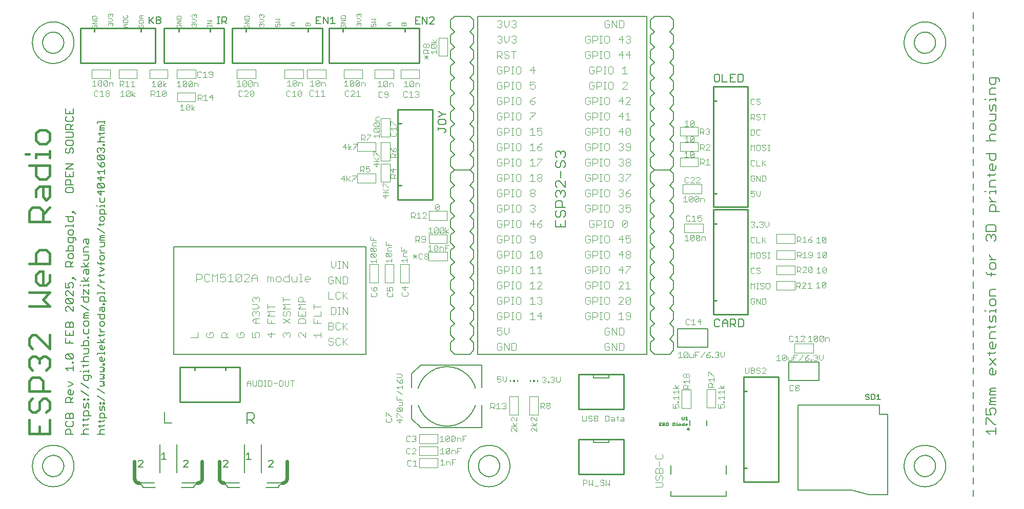
<source format=gto>
G75*
%MOIN*%
%OFA0B0*%
%FSLAX24Y24*%
%IPPOS*%
%LPD*%
%AMOC8*
5,1,8,0,0,1.08239X$1,22.5*
%
%ADD10C,0.0150*%
%ADD11C,0.0079*%
%ADD12C,0.0060*%
%ADD13C,0.0050*%
%ADD14C,0.0040*%
%ADD15C,0.0030*%
%ADD16C,0.0080*%
%ADD17C,0.0020*%
%ADD18C,0.0100*%
%ADD19C,0.0240*%
%ADD20R,0.0059X0.0118*%
%ADD21R,0.0118X0.0118*%
%ADD22C,0.0070*%
D10*
X001699Y014927D02*
X003051Y014927D01*
X003051Y015828D01*
X002825Y016308D02*
X003051Y016533D01*
X003051Y016984D01*
X002825Y017209D01*
X002600Y017209D01*
X002375Y016984D01*
X002375Y016533D01*
X002150Y016308D01*
X001925Y016308D01*
X001699Y016533D01*
X001699Y016984D01*
X001925Y017209D01*
X001699Y017689D02*
X001699Y018365D01*
X001925Y018590D01*
X002375Y018590D01*
X002600Y018365D01*
X002600Y017689D01*
X003051Y017689D02*
X001699Y017689D01*
X001925Y019071D02*
X001699Y019296D01*
X001699Y019746D01*
X001925Y019971D01*
X002150Y019971D01*
X002375Y019746D01*
X002600Y019971D01*
X002825Y019971D01*
X003051Y019746D01*
X003051Y019296D01*
X002825Y019071D01*
X002375Y019521D02*
X002375Y019746D01*
X001925Y020452D02*
X001699Y020677D01*
X001699Y021127D01*
X001925Y021353D01*
X002150Y021353D01*
X003051Y020452D01*
X003051Y021353D01*
X003051Y023214D02*
X001699Y023214D01*
X002600Y023665D02*
X003051Y024115D01*
X001699Y024115D01*
X002600Y023665D02*
X003051Y023214D01*
X002825Y024595D02*
X002375Y024595D01*
X002150Y024820D01*
X002150Y025271D01*
X002375Y025496D01*
X002600Y025496D01*
X002600Y024595D01*
X002825Y024595D02*
X003051Y024820D01*
X003051Y025271D01*
X003051Y025976D02*
X001699Y025976D01*
X002150Y025976D02*
X002150Y026652D01*
X002375Y026877D01*
X002825Y026877D01*
X003051Y026652D01*
X003051Y025976D01*
X003051Y028739D02*
X001699Y028739D01*
X001699Y029414D01*
X001925Y029640D01*
X002375Y029640D01*
X002600Y029414D01*
X002600Y028739D01*
X002600Y029189D02*
X003051Y029640D01*
X002825Y030120D02*
X002600Y030345D01*
X002600Y031021D01*
X002375Y031021D02*
X003051Y031021D01*
X003051Y030345D01*
X002825Y030120D01*
X002150Y030345D02*
X002150Y030796D01*
X002375Y031021D01*
X002375Y031501D02*
X002150Y031726D01*
X002150Y032402D01*
X001699Y032402D02*
X003051Y032402D01*
X003051Y031726D01*
X002825Y031501D01*
X002375Y031501D01*
X002150Y032882D02*
X002150Y033108D01*
X003051Y033108D01*
X003051Y033333D02*
X003051Y032882D01*
X002825Y033803D02*
X002375Y033803D01*
X002150Y034028D01*
X002150Y034479D01*
X002375Y034704D01*
X002825Y034704D01*
X003051Y034479D01*
X003051Y034028D01*
X002825Y033803D01*
X001699Y033108D02*
X001474Y033108D01*
X001699Y015828D02*
X001699Y014927D01*
X002375Y014927D02*
X002375Y015377D01*
D11*
X038404Y014538D02*
X038404Y014341D01*
X039427Y014341D01*
X039427Y014538D01*
X039427Y018561D02*
X038404Y018561D01*
X038404Y018758D01*
X039427Y018758D02*
X039427Y018561D01*
X063118Y018431D02*
X063118Y018027D01*
X063118Y017634D02*
X063118Y017230D01*
X063118Y016836D02*
X063118Y016433D01*
X063118Y016039D02*
X063118Y015636D01*
X063118Y015242D02*
X063118Y014838D01*
X063118Y014445D02*
X063118Y014041D01*
X063118Y013647D02*
X063118Y013244D01*
X063118Y012850D02*
X063118Y012447D01*
X063118Y012053D02*
X063118Y011649D01*
X063118Y011256D02*
X063118Y010852D01*
X063118Y018824D02*
X063118Y019228D01*
X063118Y019622D02*
X063118Y020025D01*
X063118Y020419D02*
X063118Y020823D01*
X063118Y021216D02*
X063118Y021620D01*
X063118Y022013D02*
X063118Y022417D01*
X063118Y022811D02*
X063118Y023214D01*
X063118Y023608D02*
X063118Y024011D01*
X063118Y024405D02*
X063118Y024809D01*
X063118Y025202D02*
X063118Y025606D01*
X063118Y026000D02*
X063118Y026403D01*
X063118Y026797D02*
X063118Y027200D01*
X063118Y027594D02*
X063118Y027998D01*
X063118Y028391D02*
X063118Y028795D01*
X063118Y029189D02*
X063118Y029592D01*
X063118Y029986D02*
X063118Y030389D01*
X063118Y030783D02*
X063118Y031187D01*
X063118Y031580D02*
X063118Y031984D01*
X063118Y032378D02*
X063118Y032781D01*
X063118Y033175D02*
X063118Y033578D01*
X063118Y033972D02*
X063118Y034376D01*
X063118Y034769D02*
X063118Y035173D01*
X063118Y035567D02*
X063118Y035970D01*
X063118Y036364D02*
X063118Y036767D01*
X063118Y037161D02*
X063118Y037565D01*
X063118Y037958D02*
X063118Y038362D01*
X063118Y038756D02*
X063118Y039159D01*
X063118Y039553D02*
X063118Y039956D01*
X063118Y040350D02*
X063118Y040754D01*
X063118Y041147D02*
X063118Y041551D01*
X063118Y041945D02*
X063118Y042348D01*
D12*
X009106Y011426D02*
X009104Y011452D01*
X009099Y011478D01*
X009091Y011503D01*
X009079Y011526D01*
X009065Y011548D01*
X009047Y011567D01*
X009028Y011585D01*
X009006Y011599D01*
X008983Y011611D01*
X008958Y011619D01*
X008932Y011624D01*
X008906Y011626D01*
X008856Y011726D02*
X009856Y011726D01*
X009906Y011426D02*
X009106Y011426D01*
X010206Y012376D02*
X010206Y014226D01*
X011306Y014226D02*
X011306Y012376D01*
X011656Y011726D02*
X012656Y011726D01*
X012606Y011626D02*
X012580Y011624D01*
X012554Y011619D01*
X012529Y011611D01*
X012506Y011599D01*
X012484Y011585D01*
X012465Y011567D01*
X012447Y011548D01*
X012433Y011526D01*
X012421Y011503D01*
X012413Y011478D01*
X012408Y011452D01*
X012406Y011426D01*
X011606Y011426D01*
X014367Y011726D02*
X015367Y011726D01*
X015417Y011426D02*
X014617Y011426D01*
X014615Y011452D01*
X014610Y011478D01*
X014602Y011503D01*
X014590Y011526D01*
X014576Y011548D01*
X014558Y011567D01*
X014539Y011585D01*
X014517Y011599D01*
X014494Y011611D01*
X014469Y011619D01*
X014443Y011624D01*
X014417Y011626D01*
X015717Y012376D02*
X015717Y014226D01*
X016817Y014226D02*
X016817Y012376D01*
X017167Y011726D02*
X018167Y011726D01*
X018117Y011626D02*
X018091Y011624D01*
X018065Y011619D01*
X018040Y011611D01*
X018017Y011599D01*
X017995Y011585D01*
X017976Y011567D01*
X017958Y011548D01*
X017944Y011526D01*
X017932Y011503D01*
X017924Y011478D01*
X017919Y011452D01*
X017917Y011426D01*
X017117Y011426D01*
X016333Y015592D02*
X016099Y015826D01*
X016216Y015826D02*
X015866Y015826D01*
X015866Y015592D02*
X015866Y016293D01*
X016216Y016293D01*
X016333Y016176D01*
X016333Y015942D01*
X016216Y015826D01*
X010973Y015622D02*
X010506Y015622D01*
X010506Y016323D01*
X005762Y016085D02*
X005262Y016085D01*
X005262Y016335D01*
X005345Y016419D01*
X005512Y016419D01*
X005596Y016335D01*
X005596Y016085D01*
X005596Y015908D02*
X005512Y015825D01*
X005179Y015825D01*
X005262Y015908D02*
X005262Y015741D01*
X005262Y015564D02*
X005262Y015398D01*
X005179Y015481D02*
X005512Y015481D01*
X005596Y015564D01*
X005596Y015216D02*
X005345Y015216D01*
X005262Y015132D01*
X005262Y014965D01*
X005345Y014882D01*
X005095Y014882D02*
X005596Y014882D01*
X004596Y014882D02*
X004095Y014882D01*
X004095Y015132D01*
X004179Y015216D01*
X004345Y015216D01*
X004429Y015132D01*
X004429Y014882D01*
X004512Y015398D02*
X004596Y015481D01*
X004596Y015648D01*
X004512Y015731D01*
X004596Y015913D02*
X004596Y016164D01*
X004512Y016247D01*
X004429Y016247D01*
X004345Y016164D01*
X004345Y015913D01*
X004179Y015731D02*
X004095Y015648D01*
X004095Y015481D01*
X004179Y015398D01*
X004512Y015398D01*
X004596Y015913D02*
X004095Y015913D01*
X004095Y016164D01*
X004179Y016247D01*
X004262Y016247D01*
X004345Y016164D01*
X004429Y016945D02*
X004429Y017195D01*
X004345Y017278D01*
X004179Y017278D01*
X004095Y017195D01*
X004095Y016945D01*
X004596Y016945D01*
X004429Y017111D02*
X004596Y017278D01*
X004512Y017460D02*
X004345Y017460D01*
X004262Y017544D01*
X004262Y017710D01*
X004345Y017794D01*
X004429Y017794D01*
X004429Y017460D01*
X004512Y017460D02*
X004596Y017544D01*
X004596Y017710D01*
X004262Y017976D02*
X004596Y018143D01*
X004262Y018310D01*
X005095Y018224D02*
X005596Y017890D01*
X005596Y017374D02*
X005095Y017708D01*
X005262Y017200D02*
X005345Y017200D01*
X005345Y017116D01*
X005262Y017116D01*
X005262Y017200D01*
X005512Y017200D02*
X005596Y017200D01*
X005596Y017116D01*
X005512Y017116D01*
X005512Y017200D01*
X005512Y016934D02*
X005429Y016851D01*
X005429Y016684D01*
X005345Y016601D01*
X005262Y016684D01*
X005262Y016934D01*
X005512Y016934D02*
X005596Y016851D01*
X005596Y016601D01*
X005512Y018406D02*
X005596Y018489D01*
X005596Y018739D01*
X005679Y018739D02*
X005262Y018739D01*
X005262Y018489D01*
X005345Y018406D01*
X005512Y018406D01*
X005762Y018572D02*
X005762Y018656D01*
X005679Y018739D01*
X005596Y018921D02*
X005596Y019088D01*
X005596Y019005D02*
X005262Y019005D01*
X005262Y018921D01*
X005095Y019005D02*
X005012Y019005D01*
X005262Y019265D02*
X005262Y019432D01*
X005179Y019348D02*
X005512Y019348D01*
X005596Y019432D01*
X005596Y019609D02*
X005095Y019609D01*
X005262Y019692D02*
X005345Y019609D01*
X005262Y019692D02*
X005262Y019859D01*
X005345Y019942D01*
X005596Y019942D01*
X005512Y020124D02*
X005596Y020208D01*
X005596Y020458D01*
X005262Y020458D01*
X005262Y020640D02*
X005262Y020890D01*
X005345Y020974D01*
X005512Y020974D01*
X005596Y020890D01*
X005596Y020640D01*
X005095Y020640D01*
X004596Y020812D02*
X004095Y020812D01*
X004095Y021146D01*
X004095Y021328D02*
X004596Y021328D01*
X004596Y021661D01*
X004596Y021843D02*
X004596Y022093D01*
X004512Y022177D01*
X004429Y022177D01*
X004345Y022093D01*
X004345Y021843D01*
X004095Y021843D02*
X004596Y021843D01*
X004345Y022093D02*
X004262Y022177D01*
X004179Y022177D01*
X004095Y022093D01*
X004095Y021843D01*
X004095Y021661D02*
X004095Y021328D01*
X004345Y021328D02*
X004345Y021494D01*
X005262Y021497D02*
X005345Y021413D01*
X005512Y021413D01*
X005596Y021497D01*
X005596Y021747D01*
X005512Y021929D02*
X005596Y022013D01*
X005596Y022179D01*
X005512Y022263D01*
X005345Y022263D01*
X005262Y022179D01*
X005262Y022013D01*
X005345Y021929D01*
X005512Y021929D01*
X005262Y021747D02*
X005262Y021497D01*
X005512Y021239D02*
X005596Y021239D01*
X005596Y021156D01*
X005512Y021156D01*
X005512Y021239D01*
X004345Y020979D02*
X004345Y020812D01*
X004179Y020114D02*
X004512Y019781D01*
X004596Y019864D01*
X004596Y020031D01*
X004512Y020114D01*
X004179Y020114D01*
X004095Y020031D01*
X004095Y019864D01*
X004179Y019781D01*
X004512Y019781D01*
X004512Y019606D02*
X004596Y019606D01*
X004596Y019523D01*
X004512Y019523D01*
X004512Y019606D01*
X004596Y019341D02*
X004596Y019007D01*
X004596Y019174D02*
X004095Y019174D01*
X004262Y019007D01*
X005262Y020124D02*
X005512Y020124D01*
X005596Y022445D02*
X005262Y022445D01*
X005262Y022528D01*
X005345Y022612D01*
X005262Y022695D01*
X005345Y022778D01*
X005596Y022778D01*
X005596Y022612D02*
X005345Y022612D01*
X005596Y022960D02*
X005095Y023294D01*
X005345Y023476D02*
X005262Y023559D01*
X005262Y023810D01*
X005095Y023810D02*
X005596Y023810D01*
X005596Y023559D01*
X005512Y023476D01*
X005345Y023476D01*
X005262Y023992D02*
X005262Y024325D01*
X005596Y023992D01*
X005596Y024325D01*
X005596Y024507D02*
X005596Y024674D01*
X005596Y024591D02*
X005262Y024591D01*
X005262Y024507D01*
X005095Y024591D02*
X005012Y024591D01*
X005095Y024851D02*
X005596Y024851D01*
X005429Y024851D02*
X005262Y025101D01*
X005262Y025364D02*
X005262Y025531D01*
X005345Y025614D01*
X005596Y025614D01*
X005596Y025364D01*
X005512Y025281D01*
X005429Y025364D01*
X005429Y025614D01*
X005429Y025796D02*
X005262Y026047D01*
X005262Y026226D02*
X005512Y026226D01*
X005596Y026310D01*
X005596Y026560D01*
X005262Y026560D01*
X005262Y026742D02*
X005262Y026992D01*
X005345Y027075D01*
X005596Y027075D01*
X005512Y027257D02*
X005429Y027341D01*
X005429Y027591D01*
X005345Y027591D02*
X005596Y027591D01*
X005596Y027341D01*
X005512Y027257D01*
X005262Y027341D02*
X005262Y027508D01*
X005345Y027591D01*
X004762Y027594D02*
X004679Y027677D01*
X004262Y027677D01*
X004262Y027427D01*
X004345Y027343D01*
X004512Y027343D01*
X004596Y027427D01*
X004596Y027677D01*
X004762Y027594D02*
X004762Y027510D01*
X004512Y027161D02*
X004345Y027161D01*
X004262Y027078D01*
X004262Y026828D01*
X004095Y026828D02*
X004596Y026828D01*
X004596Y027078D01*
X004512Y027161D01*
X004512Y026646D02*
X004345Y026646D01*
X004262Y026562D01*
X004262Y026395D01*
X004345Y026312D01*
X004512Y026312D01*
X004596Y026395D01*
X004596Y026562D01*
X004512Y026646D01*
X004596Y026130D02*
X004429Y025963D01*
X004429Y026047D02*
X004429Y025796D01*
X004596Y025796D02*
X004095Y025796D01*
X004095Y026047D01*
X004179Y026130D01*
X004345Y026130D01*
X004429Y026047D01*
X005095Y025796D02*
X005596Y025796D01*
X005429Y025796D02*
X005596Y026047D01*
X005596Y026742D02*
X005262Y026742D01*
X004512Y027859D02*
X004596Y027942D01*
X004596Y028109D01*
X004512Y028193D01*
X004345Y028193D01*
X004262Y028109D01*
X004262Y027942D01*
X004345Y027859D01*
X004512Y027859D01*
X004596Y028375D02*
X004596Y028541D01*
X004596Y028458D02*
X004095Y028458D01*
X004095Y028375D01*
X004345Y028718D02*
X004262Y028802D01*
X004262Y029052D01*
X004095Y029052D02*
X004596Y029052D01*
X004596Y028802D01*
X004512Y028718D01*
X004345Y028718D01*
X004512Y029317D02*
X004596Y029317D01*
X004596Y029401D01*
X004512Y029401D01*
X004512Y029317D01*
X004596Y029401D02*
X004762Y029234D01*
X004512Y030609D02*
X004596Y030692D01*
X004596Y030859D01*
X004512Y030943D01*
X004179Y030943D01*
X004095Y030859D01*
X004095Y030692D01*
X004179Y030609D01*
X004512Y030609D01*
X004429Y031125D02*
X004429Y031375D01*
X004345Y031458D01*
X004179Y031458D01*
X004095Y031375D01*
X004095Y031125D01*
X004596Y031125D01*
X004596Y031640D02*
X004095Y031640D01*
X004095Y031974D01*
X004095Y032156D02*
X004596Y032490D01*
X004095Y032490D01*
X004095Y032156D02*
X004596Y032156D01*
X004596Y031974D02*
X004596Y031640D01*
X004345Y031640D02*
X004345Y031807D01*
X004262Y033187D02*
X004345Y033271D01*
X004345Y033437D01*
X004429Y033521D01*
X004512Y033521D01*
X004596Y033437D01*
X004596Y033271D01*
X004512Y033187D01*
X004262Y033187D02*
X004179Y033187D01*
X004095Y033271D01*
X004095Y033437D01*
X004179Y033521D01*
X004179Y033703D02*
X004512Y033703D01*
X004596Y033786D01*
X004596Y033953D01*
X004512Y034037D01*
X004179Y034037D01*
X004095Y033953D01*
X004095Y033786D01*
X004179Y033703D01*
X004095Y034219D02*
X004512Y034219D01*
X004596Y034302D01*
X004596Y034469D01*
X004512Y034552D01*
X004095Y034552D01*
X004095Y034734D02*
X004095Y034984D01*
X004179Y035068D01*
X004345Y035068D01*
X004429Y034984D01*
X004429Y034734D01*
X004596Y034734D02*
X004095Y034734D01*
X004429Y034901D02*
X004596Y035068D01*
X004512Y035250D02*
X004596Y035333D01*
X004596Y035500D01*
X004512Y035583D01*
X004596Y035765D02*
X004095Y035765D01*
X004095Y036099D01*
X004345Y035932D02*
X004345Y035765D01*
X004179Y035583D02*
X004095Y035500D01*
X004095Y035333D01*
X004179Y035250D01*
X004512Y035250D01*
X004596Y035765D02*
X004596Y036099D01*
X001925Y040380D02*
X001927Y040453D01*
X001933Y040526D01*
X001943Y040598D01*
X001957Y040670D01*
X001974Y040741D01*
X001996Y040811D01*
X002021Y040880D01*
X002050Y040947D01*
X002082Y041012D01*
X002118Y041076D01*
X002158Y041138D01*
X002200Y041197D01*
X002246Y041254D01*
X002295Y041308D01*
X002347Y041360D01*
X002401Y041409D01*
X002458Y041455D01*
X002517Y041497D01*
X002579Y041537D01*
X002643Y041573D01*
X002708Y041605D01*
X002775Y041634D01*
X002844Y041659D01*
X002914Y041681D01*
X002985Y041698D01*
X003057Y041712D01*
X003129Y041722D01*
X003202Y041728D01*
X003275Y041730D01*
X003348Y041728D01*
X003421Y041722D01*
X003493Y041712D01*
X003565Y041698D01*
X003636Y041681D01*
X003706Y041659D01*
X003775Y041634D01*
X003842Y041605D01*
X003907Y041573D01*
X003971Y041537D01*
X004033Y041497D01*
X004092Y041455D01*
X004149Y041409D01*
X004203Y041360D01*
X004255Y041308D01*
X004304Y041254D01*
X004350Y041197D01*
X004392Y041138D01*
X004432Y041076D01*
X004468Y041012D01*
X004500Y040947D01*
X004529Y040880D01*
X004554Y040811D01*
X004576Y040741D01*
X004593Y040670D01*
X004607Y040598D01*
X004617Y040526D01*
X004623Y040453D01*
X004625Y040380D01*
X004623Y040307D01*
X004617Y040234D01*
X004607Y040162D01*
X004593Y040090D01*
X004576Y040019D01*
X004554Y039949D01*
X004529Y039880D01*
X004500Y039813D01*
X004468Y039748D01*
X004432Y039684D01*
X004392Y039622D01*
X004350Y039563D01*
X004304Y039506D01*
X004255Y039452D01*
X004203Y039400D01*
X004149Y039351D01*
X004092Y039305D01*
X004033Y039263D01*
X003971Y039223D01*
X003907Y039187D01*
X003842Y039155D01*
X003775Y039126D01*
X003706Y039101D01*
X003636Y039079D01*
X003565Y039062D01*
X003493Y039048D01*
X003421Y039038D01*
X003348Y039032D01*
X003275Y039030D01*
X003202Y039032D01*
X003129Y039038D01*
X003057Y039048D01*
X002985Y039062D01*
X002914Y039079D01*
X002844Y039101D01*
X002775Y039126D01*
X002708Y039155D01*
X002643Y039187D01*
X002579Y039223D01*
X002517Y039263D01*
X002458Y039305D01*
X002401Y039351D01*
X002347Y039400D01*
X002295Y039452D01*
X002246Y039506D01*
X002200Y039563D01*
X002158Y039622D01*
X002118Y039684D01*
X002082Y039748D01*
X002050Y039813D01*
X002021Y039880D01*
X001996Y039949D01*
X001974Y040019D01*
X001957Y040090D01*
X001943Y040162D01*
X001933Y040234D01*
X001927Y040307D01*
X001925Y040380D01*
X004512Y025104D02*
X004512Y025020D01*
X004596Y025020D01*
X004596Y025104D01*
X004512Y025104D01*
X004596Y025104D02*
X004762Y024937D01*
X004512Y024755D02*
X004596Y024672D01*
X004596Y024505D01*
X004512Y024421D01*
X004345Y024421D02*
X004262Y024588D01*
X004262Y024672D01*
X004345Y024755D01*
X004512Y024755D01*
X004345Y024421D02*
X004095Y024421D01*
X004095Y024755D01*
X004179Y024239D02*
X004095Y024156D01*
X004095Y023989D01*
X004179Y023906D01*
X004179Y023724D02*
X004512Y023390D01*
X004596Y023474D01*
X004596Y023640D01*
X004512Y023724D01*
X004179Y023724D01*
X004095Y023640D01*
X004095Y023474D01*
X004179Y023390D01*
X004512Y023390D01*
X004596Y023208D02*
X004596Y022874D01*
X004262Y023208D01*
X004179Y023208D01*
X004095Y023125D01*
X004095Y022958D01*
X004179Y022874D01*
X004596Y023906D02*
X004262Y024239D01*
X004179Y024239D01*
X004596Y024239D02*
X004596Y023906D01*
X005429Y024851D02*
X005596Y025101D01*
X001925Y012821D02*
X001927Y012894D01*
X001933Y012967D01*
X001943Y013039D01*
X001957Y013111D01*
X001974Y013182D01*
X001996Y013252D01*
X002021Y013321D01*
X002050Y013388D01*
X002082Y013453D01*
X002118Y013517D01*
X002158Y013579D01*
X002200Y013638D01*
X002246Y013695D01*
X002295Y013749D01*
X002347Y013801D01*
X002401Y013850D01*
X002458Y013896D01*
X002517Y013938D01*
X002579Y013978D01*
X002643Y014014D01*
X002708Y014046D01*
X002775Y014075D01*
X002844Y014100D01*
X002914Y014122D01*
X002985Y014139D01*
X003057Y014153D01*
X003129Y014163D01*
X003202Y014169D01*
X003275Y014171D01*
X003348Y014169D01*
X003421Y014163D01*
X003493Y014153D01*
X003565Y014139D01*
X003636Y014122D01*
X003706Y014100D01*
X003775Y014075D01*
X003842Y014046D01*
X003907Y014014D01*
X003971Y013978D01*
X004033Y013938D01*
X004092Y013896D01*
X004149Y013850D01*
X004203Y013801D01*
X004255Y013749D01*
X004304Y013695D01*
X004350Y013638D01*
X004392Y013579D01*
X004432Y013517D01*
X004468Y013453D01*
X004500Y013388D01*
X004529Y013321D01*
X004554Y013252D01*
X004576Y013182D01*
X004593Y013111D01*
X004607Y013039D01*
X004617Y012967D01*
X004623Y012894D01*
X004625Y012821D01*
X004623Y012748D01*
X004617Y012675D01*
X004607Y012603D01*
X004593Y012531D01*
X004576Y012460D01*
X004554Y012390D01*
X004529Y012321D01*
X004500Y012254D01*
X004468Y012189D01*
X004432Y012125D01*
X004392Y012063D01*
X004350Y012004D01*
X004304Y011947D01*
X004255Y011893D01*
X004203Y011841D01*
X004149Y011792D01*
X004092Y011746D01*
X004033Y011704D01*
X003971Y011664D01*
X003907Y011628D01*
X003842Y011596D01*
X003775Y011567D01*
X003706Y011542D01*
X003636Y011520D01*
X003565Y011503D01*
X003493Y011489D01*
X003421Y011479D01*
X003348Y011473D01*
X003275Y011471D01*
X003202Y011473D01*
X003129Y011479D01*
X003057Y011489D01*
X002985Y011503D01*
X002914Y011520D01*
X002844Y011542D01*
X002775Y011567D01*
X002708Y011596D01*
X002643Y011628D01*
X002579Y011664D01*
X002517Y011704D01*
X002458Y011746D01*
X002401Y011792D01*
X002347Y011841D01*
X002295Y011893D01*
X002246Y011947D01*
X002200Y012004D01*
X002158Y012063D01*
X002118Y012125D01*
X002082Y012189D01*
X002050Y012254D01*
X002021Y012321D01*
X001996Y012390D01*
X001974Y012460D01*
X001957Y012531D01*
X001943Y012603D01*
X001933Y012675D01*
X001927Y012748D01*
X001925Y012821D01*
X029126Y020352D02*
X029126Y020852D01*
X029376Y021102D01*
X029126Y021352D01*
X029126Y021852D01*
X029376Y022102D01*
X029126Y022352D01*
X029126Y022852D01*
X029376Y023102D01*
X029126Y023352D01*
X029126Y023852D01*
X029376Y024102D01*
X029126Y024352D01*
X029126Y024852D01*
X029376Y025102D01*
X029126Y025352D01*
X029126Y025852D01*
X029376Y026102D01*
X029126Y026352D01*
X029126Y026852D01*
X029376Y027102D01*
X029126Y027352D01*
X029126Y027852D01*
X029376Y028102D01*
X029126Y028352D01*
X029126Y028852D01*
X029376Y029102D01*
X029126Y029352D01*
X029126Y029852D01*
X029376Y030102D01*
X029126Y030352D01*
X029126Y030852D01*
X029376Y031102D01*
X029126Y031352D01*
X029126Y031852D01*
X029376Y032102D01*
X030376Y032102D01*
X030626Y032352D01*
X030626Y032852D01*
X030376Y033102D01*
X030626Y033352D01*
X030626Y033852D01*
X030376Y034102D01*
X030626Y034352D01*
X030626Y034852D01*
X030376Y035102D01*
X030626Y035352D01*
X030626Y035852D01*
X030376Y036102D01*
X030626Y036352D01*
X030626Y036852D01*
X030376Y037102D01*
X030626Y037352D01*
X030626Y037852D01*
X030376Y038102D01*
X030626Y038352D01*
X030626Y038852D01*
X030376Y039102D01*
X030626Y039352D01*
X030626Y039852D01*
X030376Y040102D01*
X030626Y040352D01*
X030626Y040852D01*
X030376Y041102D01*
X030626Y041352D01*
X030626Y041852D01*
X030376Y042102D01*
X029376Y042102D01*
X029126Y041852D01*
X029126Y041352D01*
X029376Y041102D01*
X029126Y040852D01*
X029126Y040352D01*
X029376Y040102D01*
X029126Y039852D01*
X029126Y039352D01*
X029376Y039102D01*
X029126Y038852D01*
X029126Y038352D01*
X029376Y038102D01*
X029126Y037852D01*
X029126Y037352D01*
X029376Y037102D01*
X029126Y036852D01*
X029126Y036352D01*
X029376Y036102D01*
X029126Y035852D01*
X029126Y035352D01*
X029376Y035102D01*
X029126Y034852D01*
X029126Y034352D01*
X029376Y034102D01*
X029126Y033852D01*
X029126Y033352D01*
X029376Y033102D01*
X029126Y032852D01*
X029126Y032352D01*
X029376Y032102D01*
X030376Y032102D01*
X030626Y031852D01*
X030626Y031352D01*
X030376Y031102D01*
X030626Y030852D01*
X030626Y030352D01*
X030376Y030102D01*
X030626Y029852D01*
X030626Y029352D01*
X030376Y029102D01*
X030626Y028852D01*
X030626Y028352D01*
X030376Y028102D01*
X030626Y027852D01*
X030626Y027352D01*
X030376Y027102D01*
X030626Y026852D01*
X030626Y026352D01*
X030376Y026102D01*
X030626Y025852D01*
X030626Y025352D01*
X030376Y025102D01*
X030626Y024852D01*
X030626Y024352D01*
X030376Y024102D01*
X030626Y023852D01*
X030626Y023352D01*
X030376Y023102D01*
X030626Y022852D01*
X030626Y022352D01*
X030376Y022102D01*
X030626Y021852D01*
X030626Y021352D01*
X030376Y021102D01*
X030626Y020852D01*
X030626Y020352D01*
X030376Y020102D01*
X029376Y020102D01*
X029126Y020352D01*
X030272Y012821D02*
X030274Y012894D01*
X030280Y012967D01*
X030290Y013039D01*
X030304Y013111D01*
X030321Y013182D01*
X030343Y013252D01*
X030368Y013321D01*
X030397Y013388D01*
X030429Y013453D01*
X030465Y013517D01*
X030505Y013579D01*
X030547Y013638D01*
X030593Y013695D01*
X030642Y013749D01*
X030694Y013801D01*
X030748Y013850D01*
X030805Y013896D01*
X030864Y013938D01*
X030926Y013978D01*
X030990Y014014D01*
X031055Y014046D01*
X031122Y014075D01*
X031191Y014100D01*
X031261Y014122D01*
X031332Y014139D01*
X031404Y014153D01*
X031476Y014163D01*
X031549Y014169D01*
X031622Y014171D01*
X031695Y014169D01*
X031768Y014163D01*
X031840Y014153D01*
X031912Y014139D01*
X031983Y014122D01*
X032053Y014100D01*
X032122Y014075D01*
X032189Y014046D01*
X032254Y014014D01*
X032318Y013978D01*
X032380Y013938D01*
X032439Y013896D01*
X032496Y013850D01*
X032550Y013801D01*
X032602Y013749D01*
X032651Y013695D01*
X032697Y013638D01*
X032739Y013579D01*
X032779Y013517D01*
X032815Y013453D01*
X032847Y013388D01*
X032876Y013321D01*
X032901Y013252D01*
X032923Y013182D01*
X032940Y013111D01*
X032954Y013039D01*
X032964Y012967D01*
X032970Y012894D01*
X032972Y012821D01*
X032970Y012748D01*
X032964Y012675D01*
X032954Y012603D01*
X032940Y012531D01*
X032923Y012460D01*
X032901Y012390D01*
X032876Y012321D01*
X032847Y012254D01*
X032815Y012189D01*
X032779Y012125D01*
X032739Y012063D01*
X032697Y012004D01*
X032651Y011947D01*
X032602Y011893D01*
X032550Y011841D01*
X032496Y011792D01*
X032439Y011746D01*
X032380Y011704D01*
X032318Y011664D01*
X032254Y011628D01*
X032189Y011596D01*
X032122Y011567D01*
X032053Y011542D01*
X031983Y011520D01*
X031912Y011503D01*
X031840Y011489D01*
X031768Y011479D01*
X031695Y011473D01*
X031622Y011471D01*
X031549Y011473D01*
X031476Y011479D01*
X031404Y011489D01*
X031332Y011503D01*
X031261Y011520D01*
X031191Y011542D01*
X031122Y011567D01*
X031055Y011596D01*
X030990Y011628D01*
X030926Y011664D01*
X030864Y011704D01*
X030805Y011746D01*
X030748Y011792D01*
X030694Y011841D01*
X030642Y011893D01*
X030593Y011947D01*
X030547Y012004D01*
X030505Y012063D01*
X030465Y012125D01*
X030429Y012189D01*
X030397Y012254D01*
X030368Y012321D01*
X030343Y012390D01*
X030321Y012460D01*
X030304Y012531D01*
X030290Y012603D01*
X030280Y012675D01*
X030274Y012748D01*
X030272Y012821D01*
X042126Y020352D02*
X042376Y020102D01*
X043376Y020102D01*
X043626Y020352D01*
X043626Y020852D01*
X043376Y021102D01*
X043626Y021352D01*
X043626Y021852D01*
X043376Y022102D01*
X043626Y022352D01*
X043626Y022852D01*
X043376Y023102D01*
X043626Y023352D01*
X043626Y023852D01*
X043376Y024102D01*
X043626Y024352D01*
X043626Y024852D01*
X043376Y025102D01*
X043626Y025352D01*
X043626Y025852D01*
X043376Y026102D01*
X043626Y026352D01*
X043626Y026852D01*
X043376Y027102D01*
X043626Y027352D01*
X043626Y027852D01*
X043376Y028102D01*
X043626Y028352D01*
X043626Y028852D01*
X043376Y029102D01*
X043626Y029352D01*
X043626Y029852D01*
X043376Y030102D01*
X043626Y030352D01*
X043626Y030852D01*
X043376Y031102D01*
X043626Y031352D01*
X043626Y031852D01*
X043376Y032102D01*
X043626Y032352D01*
X043626Y032852D01*
X043376Y033102D01*
X043626Y033352D01*
X043626Y033852D01*
X043376Y034102D01*
X043626Y034352D01*
X043626Y034852D01*
X043376Y035102D01*
X043626Y035352D01*
X043626Y035852D01*
X043376Y036102D01*
X043626Y036352D01*
X043626Y036852D01*
X043376Y037102D01*
X043626Y037352D01*
X043626Y037852D01*
X043376Y038102D01*
X043626Y038352D01*
X043626Y038852D01*
X043376Y039102D01*
X043626Y039352D01*
X043626Y039852D01*
X043376Y040102D01*
X043626Y040352D01*
X043626Y040852D01*
X043376Y041102D01*
X043626Y041352D01*
X043626Y041852D01*
X043376Y042102D01*
X042376Y042102D01*
X042126Y041852D01*
X042126Y041352D01*
X042376Y041102D01*
X042126Y040852D01*
X042126Y040352D01*
X042376Y040102D01*
X042126Y039852D01*
X042126Y039352D01*
X042376Y039102D01*
X042126Y038852D01*
X042126Y038352D01*
X042376Y038102D01*
X042126Y037852D01*
X042126Y037352D01*
X042376Y037102D01*
X042126Y036852D01*
X042126Y036352D01*
X042376Y036102D01*
X042126Y035852D01*
X042126Y035352D01*
X042376Y035102D01*
X042126Y034852D01*
X042126Y034352D01*
X042376Y034102D01*
X042126Y033852D01*
X042126Y033352D01*
X042376Y033102D01*
X042126Y032852D01*
X042126Y032352D01*
X042376Y032102D01*
X043376Y032102D01*
X042376Y032102D01*
X042126Y031852D01*
X042126Y031352D01*
X042376Y031102D01*
X042126Y030852D01*
X042126Y030352D01*
X042376Y030102D01*
X042126Y029852D01*
X042126Y029352D01*
X042376Y029102D01*
X042126Y028852D01*
X042126Y028352D01*
X042376Y028102D01*
X042126Y027852D01*
X042126Y027352D01*
X042376Y027102D01*
X042126Y026852D01*
X042126Y026352D01*
X042376Y026102D01*
X042126Y025852D01*
X042126Y025352D01*
X042376Y025102D01*
X042126Y024852D01*
X042126Y024352D01*
X042376Y024102D01*
X042126Y023852D01*
X042126Y023352D01*
X042376Y023102D01*
X042126Y022852D01*
X042126Y022352D01*
X042376Y022102D01*
X042126Y021852D01*
X042126Y021352D01*
X042376Y021102D01*
X042126Y020852D01*
X042126Y020352D01*
X046293Y021969D02*
X046376Y021886D01*
X046543Y021886D01*
X046627Y021969D01*
X046809Y021886D02*
X046809Y022219D01*
X046976Y022386D01*
X047142Y022219D01*
X047142Y021886D01*
X047324Y021886D02*
X047324Y022386D01*
X047575Y022386D01*
X047658Y022303D01*
X047658Y022136D01*
X047575Y022053D01*
X047324Y022053D01*
X047491Y022053D02*
X047658Y021886D01*
X047840Y021886D02*
X047840Y022386D01*
X048090Y022386D01*
X048174Y022303D01*
X048174Y021969D01*
X048090Y021886D01*
X047840Y021886D01*
X047142Y022136D02*
X046809Y022136D01*
X046627Y022303D02*
X046543Y022386D01*
X046376Y022386D01*
X046293Y022303D01*
X046293Y021969D01*
X036596Y028382D02*
X036596Y028809D01*
X036489Y029027D02*
X036596Y029133D01*
X036596Y029347D01*
X036489Y029454D01*
X036382Y029454D01*
X036275Y029347D01*
X036275Y029133D01*
X036169Y029027D01*
X036062Y029027D01*
X035955Y029133D01*
X035955Y029347D01*
X036062Y029454D01*
X035955Y029671D02*
X035955Y029991D01*
X036062Y030098D01*
X036275Y030098D01*
X036382Y029991D01*
X036382Y029671D01*
X036596Y029671D02*
X035955Y029671D01*
X036062Y030316D02*
X035955Y030422D01*
X035955Y030636D01*
X036062Y030743D01*
X036169Y030743D01*
X036275Y030636D01*
X036382Y030743D01*
X036489Y030743D01*
X036596Y030636D01*
X036596Y030422D01*
X036489Y030316D01*
X036275Y030529D02*
X036275Y030636D01*
X036062Y030960D02*
X035955Y031067D01*
X035955Y031281D01*
X036062Y031387D01*
X036169Y031387D01*
X036596Y030960D01*
X036596Y031387D01*
X036275Y031605D02*
X036275Y032032D01*
X036169Y032249D02*
X036275Y032356D01*
X036275Y032570D01*
X036382Y032676D01*
X036489Y032676D01*
X036596Y032570D01*
X036596Y032356D01*
X036489Y032249D01*
X036169Y032249D02*
X036062Y032249D01*
X035955Y032356D01*
X035955Y032570D01*
X036062Y032676D01*
X036062Y032894D02*
X035955Y033001D01*
X035955Y033214D01*
X036062Y033321D01*
X036169Y033321D01*
X036275Y033214D01*
X036382Y033321D01*
X036489Y033321D01*
X036596Y033214D01*
X036596Y033001D01*
X036489Y032894D01*
X036275Y033107D02*
X036275Y033214D01*
X035955Y028809D02*
X035955Y028382D01*
X036596Y028382D01*
X036275Y028382D02*
X036275Y028596D01*
X028813Y034621D02*
X028813Y034705D01*
X028729Y034788D01*
X028312Y034788D01*
X028312Y034705D02*
X028312Y034872D01*
X028396Y035054D02*
X028312Y035137D01*
X028312Y035304D01*
X028396Y035387D01*
X028729Y035387D01*
X028813Y035304D01*
X028813Y035137D01*
X028729Y035054D01*
X028396Y035054D01*
X028396Y035569D02*
X028312Y035569D01*
X028396Y035569D02*
X028563Y035736D01*
X028813Y035736D01*
X028563Y035736D02*
X028396Y035903D01*
X028312Y035903D01*
X028813Y034621D02*
X028729Y034538D01*
X046273Y037911D02*
X046356Y037828D01*
X046523Y037828D01*
X046607Y037911D01*
X046607Y038245D01*
X046523Y038328D01*
X046356Y038328D01*
X046273Y038245D01*
X046273Y037911D01*
X046789Y037828D02*
X046789Y038328D01*
X046789Y037828D02*
X047122Y037828D01*
X047304Y037828D02*
X047638Y037828D01*
X047820Y037828D02*
X047820Y038328D01*
X048070Y038328D01*
X048154Y038245D01*
X048154Y037911D01*
X048070Y037828D01*
X047820Y037828D01*
X047471Y038078D02*
X047304Y038078D01*
X047304Y038328D02*
X047304Y037828D01*
X047304Y038328D02*
X047638Y038328D01*
X058618Y040380D02*
X058620Y040453D01*
X058626Y040526D01*
X058636Y040598D01*
X058650Y040670D01*
X058667Y040741D01*
X058689Y040811D01*
X058714Y040880D01*
X058743Y040947D01*
X058775Y041012D01*
X058811Y041076D01*
X058851Y041138D01*
X058893Y041197D01*
X058939Y041254D01*
X058988Y041308D01*
X059040Y041360D01*
X059094Y041409D01*
X059151Y041455D01*
X059210Y041497D01*
X059272Y041537D01*
X059336Y041573D01*
X059401Y041605D01*
X059468Y041634D01*
X059537Y041659D01*
X059607Y041681D01*
X059678Y041698D01*
X059750Y041712D01*
X059822Y041722D01*
X059895Y041728D01*
X059968Y041730D01*
X060041Y041728D01*
X060114Y041722D01*
X060186Y041712D01*
X060258Y041698D01*
X060329Y041681D01*
X060399Y041659D01*
X060468Y041634D01*
X060535Y041605D01*
X060600Y041573D01*
X060664Y041537D01*
X060726Y041497D01*
X060785Y041455D01*
X060842Y041409D01*
X060896Y041360D01*
X060948Y041308D01*
X060997Y041254D01*
X061043Y041197D01*
X061085Y041138D01*
X061125Y041076D01*
X061161Y041012D01*
X061193Y040947D01*
X061222Y040880D01*
X061247Y040811D01*
X061269Y040741D01*
X061286Y040670D01*
X061300Y040598D01*
X061310Y040526D01*
X061316Y040453D01*
X061318Y040380D01*
X061316Y040307D01*
X061310Y040234D01*
X061300Y040162D01*
X061286Y040090D01*
X061269Y040019D01*
X061247Y039949D01*
X061222Y039880D01*
X061193Y039813D01*
X061161Y039748D01*
X061125Y039684D01*
X061085Y039622D01*
X061043Y039563D01*
X060997Y039506D01*
X060948Y039452D01*
X060896Y039400D01*
X060842Y039351D01*
X060785Y039305D01*
X060726Y039263D01*
X060664Y039223D01*
X060600Y039187D01*
X060535Y039155D01*
X060468Y039126D01*
X060399Y039101D01*
X060329Y039079D01*
X060258Y039062D01*
X060186Y039048D01*
X060114Y039038D01*
X060041Y039032D01*
X059968Y039030D01*
X059895Y039032D01*
X059822Y039038D01*
X059750Y039048D01*
X059678Y039062D01*
X059607Y039079D01*
X059537Y039101D01*
X059468Y039126D01*
X059401Y039155D01*
X059336Y039187D01*
X059272Y039223D01*
X059210Y039263D01*
X059151Y039305D01*
X059094Y039351D01*
X059040Y039400D01*
X058988Y039452D01*
X058939Y039506D01*
X058893Y039563D01*
X058851Y039622D01*
X058811Y039684D01*
X058775Y039748D01*
X058743Y039813D01*
X058714Y039880D01*
X058689Y039949D01*
X058667Y040019D01*
X058650Y040090D01*
X058636Y040162D01*
X058626Y040234D01*
X058620Y040307D01*
X058618Y040380D01*
X064169Y038083D02*
X064169Y037763D01*
X064275Y037656D01*
X064489Y037656D01*
X064596Y037763D01*
X064596Y038083D01*
X064702Y038083D02*
X064169Y038083D01*
X064702Y038083D02*
X064809Y037976D01*
X064809Y037870D01*
X064596Y037439D02*
X064275Y037439D01*
X064169Y037332D01*
X064169Y037012D01*
X064596Y037012D01*
X064596Y036795D02*
X064596Y036582D01*
X064596Y036689D02*
X064169Y036689D01*
X064169Y036582D01*
X064169Y036364D02*
X064169Y036044D01*
X064275Y035937D01*
X064382Y036044D01*
X064382Y036258D01*
X064489Y036364D01*
X064596Y036258D01*
X064596Y035937D01*
X064596Y035720D02*
X064169Y035720D01*
X064596Y035720D02*
X064596Y035400D01*
X064489Y035293D01*
X064169Y035293D01*
X064275Y035075D02*
X064169Y034969D01*
X064169Y034755D01*
X064275Y034648D01*
X064489Y034648D01*
X064596Y034755D01*
X064596Y034969D01*
X064489Y035075D01*
X064275Y035075D01*
X064275Y034431D02*
X064596Y034431D01*
X064275Y034431D02*
X064169Y034324D01*
X064169Y034110D01*
X064275Y034004D01*
X063955Y034004D02*
X064596Y034004D01*
X064596Y033142D02*
X063955Y033142D01*
X064169Y033142D02*
X064169Y032821D01*
X064275Y032715D01*
X064489Y032715D01*
X064596Y032821D01*
X064596Y033142D01*
X064382Y032497D02*
X064275Y032497D01*
X064169Y032390D01*
X064169Y032177D01*
X064275Y032070D01*
X064489Y032070D01*
X064596Y032177D01*
X064596Y032390D01*
X064382Y032497D02*
X064382Y032070D01*
X064169Y031854D02*
X064169Y031640D01*
X064062Y031747D02*
X064489Y031747D01*
X064596Y031854D01*
X064596Y031423D02*
X064275Y031423D01*
X064169Y031316D01*
X064169Y030996D01*
X064596Y030996D01*
X064596Y030780D02*
X064596Y030566D01*
X064596Y030673D02*
X064169Y030673D01*
X064169Y030566D01*
X064169Y030349D02*
X064169Y030242D01*
X064382Y030029D01*
X064169Y030029D02*
X064596Y030029D01*
X064489Y029811D02*
X064275Y029811D01*
X064169Y029705D01*
X064169Y029384D01*
X064809Y029384D01*
X064596Y029384D02*
X064596Y029705D01*
X064489Y029811D01*
X063955Y030673D02*
X063848Y030673D01*
X064062Y028522D02*
X063955Y028416D01*
X063955Y028095D01*
X064596Y028095D01*
X064596Y028416D01*
X064489Y028522D01*
X064062Y028522D01*
X064062Y027878D02*
X064169Y027878D01*
X064275Y027771D01*
X064382Y027878D01*
X064489Y027878D01*
X064596Y027771D01*
X064596Y027558D01*
X064489Y027451D01*
X064275Y027664D02*
X064275Y027771D01*
X064062Y027878D02*
X063955Y027771D01*
X063955Y027558D01*
X064062Y027451D01*
X064169Y026589D02*
X064169Y026483D01*
X064382Y026269D01*
X064169Y026269D02*
X064596Y026269D01*
X064489Y026052D02*
X064275Y026052D01*
X064169Y025945D01*
X064169Y025731D01*
X064275Y025625D01*
X064489Y025625D01*
X064596Y025731D01*
X064596Y025945D01*
X064489Y026052D01*
X064275Y025408D02*
X064275Y025195D01*
X064062Y025302D02*
X063955Y025408D01*
X064062Y025302D02*
X064596Y025302D01*
X064596Y024333D02*
X064275Y024333D01*
X064169Y024226D01*
X064169Y023906D01*
X064596Y023906D01*
X064489Y023688D02*
X064275Y023688D01*
X064169Y023581D01*
X064169Y023368D01*
X064275Y023261D01*
X064489Y023261D01*
X064596Y023368D01*
X064596Y023581D01*
X064489Y023688D01*
X064596Y023045D02*
X064596Y022831D01*
X064596Y022938D02*
X064169Y022938D01*
X064169Y022831D01*
X064169Y022614D02*
X064169Y022294D01*
X064275Y022187D01*
X064382Y022294D01*
X064382Y022507D01*
X064489Y022614D01*
X064596Y022507D01*
X064596Y022187D01*
X064596Y021971D02*
X064489Y021864D01*
X064062Y021864D01*
X064169Y021757D02*
X064169Y021971D01*
X064275Y021540D02*
X064596Y021540D01*
X064275Y021540D02*
X064169Y021433D01*
X064169Y021113D01*
X064596Y021113D01*
X064382Y020895D02*
X064275Y020895D01*
X064169Y020788D01*
X064169Y020575D01*
X064275Y020468D01*
X064489Y020468D01*
X064596Y020575D01*
X064596Y020788D01*
X064382Y020895D02*
X064382Y020468D01*
X064169Y020252D02*
X064169Y020038D01*
X064062Y020145D02*
X064489Y020145D01*
X064596Y020252D01*
X064596Y019821D02*
X064169Y019394D01*
X064275Y019176D02*
X064382Y019176D01*
X064382Y018749D01*
X064489Y018749D02*
X064275Y018749D01*
X064169Y018856D01*
X064169Y019070D01*
X064275Y019176D01*
X064596Y019070D02*
X064596Y018856D01*
X064489Y018749D01*
X064596Y017887D02*
X064275Y017887D01*
X064169Y017781D01*
X064275Y017674D01*
X064596Y017674D01*
X064596Y017460D02*
X064169Y017460D01*
X064169Y017567D01*
X064275Y017674D01*
X064275Y017243D02*
X064596Y017243D01*
X064596Y017029D02*
X064275Y017029D01*
X064169Y017136D01*
X064275Y017243D01*
X064275Y017029D02*
X064169Y016922D01*
X064169Y016816D01*
X064596Y016816D01*
X064489Y016598D02*
X064596Y016491D01*
X064596Y016278D01*
X064489Y016171D01*
X064275Y016171D02*
X064169Y016385D01*
X064169Y016491D01*
X064275Y016598D01*
X064489Y016598D01*
X064275Y016171D02*
X063955Y016171D01*
X063955Y016598D01*
X063955Y015954D02*
X064062Y015954D01*
X064489Y015527D01*
X064596Y015527D01*
X064596Y015309D02*
X064596Y014882D01*
X064596Y015096D02*
X063955Y015096D01*
X064169Y014882D01*
X063955Y015527D02*
X063955Y015954D01*
X058618Y012821D02*
X058620Y012894D01*
X058626Y012967D01*
X058636Y013039D01*
X058650Y013111D01*
X058667Y013182D01*
X058689Y013252D01*
X058714Y013321D01*
X058743Y013388D01*
X058775Y013453D01*
X058811Y013517D01*
X058851Y013579D01*
X058893Y013638D01*
X058939Y013695D01*
X058988Y013749D01*
X059040Y013801D01*
X059094Y013850D01*
X059151Y013896D01*
X059210Y013938D01*
X059272Y013978D01*
X059336Y014014D01*
X059401Y014046D01*
X059468Y014075D01*
X059537Y014100D01*
X059607Y014122D01*
X059678Y014139D01*
X059750Y014153D01*
X059822Y014163D01*
X059895Y014169D01*
X059968Y014171D01*
X060041Y014169D01*
X060114Y014163D01*
X060186Y014153D01*
X060258Y014139D01*
X060329Y014122D01*
X060399Y014100D01*
X060468Y014075D01*
X060535Y014046D01*
X060600Y014014D01*
X060664Y013978D01*
X060726Y013938D01*
X060785Y013896D01*
X060842Y013850D01*
X060896Y013801D01*
X060948Y013749D01*
X060997Y013695D01*
X061043Y013638D01*
X061085Y013579D01*
X061125Y013517D01*
X061161Y013453D01*
X061193Y013388D01*
X061222Y013321D01*
X061247Y013252D01*
X061269Y013182D01*
X061286Y013111D01*
X061300Y013039D01*
X061310Y012967D01*
X061316Y012894D01*
X061318Y012821D01*
X061316Y012748D01*
X061310Y012675D01*
X061300Y012603D01*
X061286Y012531D01*
X061269Y012460D01*
X061247Y012390D01*
X061222Y012321D01*
X061193Y012254D01*
X061161Y012189D01*
X061125Y012125D01*
X061085Y012063D01*
X061043Y012004D01*
X060997Y011947D01*
X060948Y011893D01*
X060896Y011841D01*
X060842Y011792D01*
X060785Y011746D01*
X060726Y011704D01*
X060664Y011664D01*
X060600Y011628D01*
X060535Y011596D01*
X060468Y011567D01*
X060399Y011542D01*
X060329Y011520D01*
X060258Y011503D01*
X060186Y011489D01*
X060114Y011479D01*
X060041Y011473D01*
X059968Y011471D01*
X059895Y011473D01*
X059822Y011479D01*
X059750Y011489D01*
X059678Y011503D01*
X059607Y011520D01*
X059537Y011542D01*
X059468Y011567D01*
X059401Y011596D01*
X059336Y011628D01*
X059272Y011664D01*
X059210Y011704D01*
X059151Y011746D01*
X059094Y011792D01*
X059040Y011841D01*
X058988Y011893D01*
X058939Y011947D01*
X058893Y012004D01*
X058851Y012063D01*
X058811Y012125D01*
X058775Y012189D01*
X058743Y012254D01*
X058714Y012321D01*
X058689Y012390D01*
X058667Y012460D01*
X058650Y012531D01*
X058636Y012603D01*
X058626Y012675D01*
X058620Y012748D01*
X058618Y012821D01*
X064596Y019394D02*
X064169Y019821D01*
X063955Y022938D02*
X063848Y022938D01*
X047054Y012840D02*
X047054Y012280D01*
X047054Y011180D02*
X047054Y010850D01*
X043434Y010850D01*
X043434Y011180D01*
X043434Y012280D02*
X043434Y012840D01*
X063848Y036689D02*
X063955Y036689D01*
D13*
X041876Y042102D02*
X039876Y042102D01*
X039899Y042126D01*
X039876Y042102D02*
X030876Y042102D01*
X030876Y020102D01*
X041876Y020102D01*
X041876Y042102D01*
X028052Y041982D02*
X028052Y041906D01*
X027751Y041606D01*
X028052Y041606D01*
X028052Y041982D02*
X027976Y042057D01*
X027826Y042057D01*
X027751Y041982D01*
X027591Y042057D02*
X027591Y041606D01*
X027291Y042057D01*
X027291Y041606D01*
X027131Y041606D02*
X026831Y041606D01*
X026831Y042057D01*
X027131Y042057D01*
X026981Y041831D02*
X026831Y041831D01*
X021612Y041607D02*
X021311Y041607D01*
X021461Y041607D02*
X021461Y042057D01*
X021311Y041907D01*
X021151Y042057D02*
X021151Y041607D01*
X020851Y042057D01*
X020851Y041607D01*
X020691Y041607D02*
X020391Y041607D01*
X020391Y042057D01*
X020691Y042057D01*
X020541Y041832D02*
X020391Y041832D01*
X014557Y041844D02*
X014482Y041769D01*
X014257Y041769D01*
X014407Y041769D02*
X014557Y041619D01*
X014557Y041844D02*
X014557Y041994D01*
X014482Y042069D01*
X014257Y042069D01*
X014257Y041619D01*
X014100Y041619D02*
X013950Y041619D01*
X014025Y041619D02*
X014025Y042069D01*
X013950Y042069D02*
X014100Y042069D01*
X010271Y041997D02*
X010271Y041922D01*
X010195Y041847D01*
X009970Y041847D01*
X009970Y042072D02*
X009970Y041621D01*
X010195Y041621D01*
X010271Y041697D01*
X010271Y041772D01*
X010195Y041847D01*
X010271Y041997D02*
X010195Y042072D01*
X009970Y042072D01*
X009810Y042072D02*
X009510Y041772D01*
X009585Y041847D02*
X009810Y041621D01*
X009510Y041621D02*
X009510Y042072D01*
X006601Y035284D02*
X006601Y035134D01*
X006601Y035209D02*
X006150Y035209D01*
X006150Y035134D01*
X006375Y034974D02*
X006601Y034974D01*
X006601Y034824D02*
X006375Y034824D01*
X006300Y034899D01*
X006375Y034974D01*
X006375Y034824D02*
X006300Y034749D01*
X006300Y034674D01*
X006601Y034674D01*
X006601Y034517D02*
X006526Y034442D01*
X006225Y034442D01*
X006300Y034367D02*
X006300Y034517D01*
X006375Y034207D02*
X006601Y034207D01*
X006375Y034207D02*
X006300Y034132D01*
X006300Y033982D01*
X006375Y033907D01*
X006526Y033751D02*
X006601Y033751D01*
X006601Y033676D01*
X006526Y033676D01*
X006526Y033751D01*
X006601Y033907D02*
X006150Y033907D01*
X006225Y033516D02*
X006150Y033441D01*
X006150Y033291D01*
X006225Y033216D01*
X006225Y033056D02*
X006526Y032756D01*
X006601Y032831D01*
X006601Y032981D01*
X006526Y033056D01*
X006225Y033056D01*
X006150Y032981D01*
X006150Y032831D01*
X006225Y032756D01*
X006526Y032756D01*
X006526Y032595D02*
X006450Y032595D01*
X006375Y032520D01*
X006375Y032295D01*
X006526Y032295D01*
X006601Y032370D01*
X006601Y032520D01*
X006526Y032595D01*
X006375Y032295D02*
X006225Y032445D01*
X006150Y032595D01*
X006150Y031985D02*
X006601Y031985D01*
X006601Y031835D02*
X006601Y032135D01*
X006300Y031835D02*
X006150Y031985D01*
X006375Y031675D02*
X006375Y031374D01*
X006150Y031600D01*
X006601Y031600D01*
X006526Y031214D02*
X006601Y031139D01*
X006601Y030989D01*
X006526Y030914D01*
X006225Y031214D01*
X006526Y031214D01*
X006526Y030914D02*
X006225Y030914D01*
X006150Y030989D01*
X006150Y031139D01*
X006225Y031214D01*
X006375Y030754D02*
X006375Y030454D01*
X006150Y030679D01*
X006601Y030679D01*
X006601Y030294D02*
X006601Y030068D01*
X006526Y029993D01*
X006375Y029993D01*
X006300Y030068D01*
X006300Y030294D01*
X006300Y029761D02*
X006601Y029761D01*
X006601Y029686D02*
X006601Y029836D01*
X006300Y029761D02*
X006300Y029686D01*
X006150Y029761D02*
X006075Y029761D01*
X006375Y029526D02*
X006300Y029451D01*
X006300Y029226D01*
X006751Y029226D01*
X006601Y029226D02*
X006601Y029451D01*
X006526Y029526D01*
X006375Y029526D01*
X006375Y029066D02*
X006300Y028991D01*
X006300Y028841D01*
X006375Y028766D01*
X006526Y028766D01*
X006601Y028841D01*
X006601Y028991D01*
X006526Y029066D01*
X006375Y029066D01*
X006300Y028609D02*
X006300Y028459D01*
X006225Y028534D02*
X006526Y028534D01*
X006601Y028609D01*
X006150Y028298D02*
X006601Y027998D01*
X006601Y027838D02*
X006375Y027838D01*
X006300Y027763D01*
X006375Y027688D01*
X006601Y027688D01*
X006601Y027538D02*
X006300Y027538D01*
X006300Y027613D01*
X006375Y027688D01*
X006300Y027378D02*
X006601Y027378D01*
X006601Y027153D01*
X006526Y027077D01*
X006300Y027077D01*
X006300Y026919D02*
X006300Y026844D01*
X006450Y026694D01*
X006300Y026694D02*
X006601Y026694D01*
X006526Y026534D02*
X006375Y026534D01*
X006300Y026459D01*
X006300Y026308D01*
X006375Y026233D01*
X006526Y026233D01*
X006601Y026308D01*
X006601Y026459D01*
X006526Y026534D01*
X006375Y026077D02*
X006375Y025926D01*
X006225Y026002D02*
X006150Y026077D01*
X006225Y026002D02*
X006601Y026002D01*
X006300Y025766D02*
X006601Y025616D01*
X006300Y025466D01*
X006300Y025309D02*
X006300Y025159D01*
X006225Y025234D02*
X006526Y025234D01*
X006601Y025309D01*
X006300Y025001D02*
X006300Y024926D01*
X006450Y024775D01*
X006300Y024775D02*
X006601Y024775D01*
X006601Y024315D02*
X006150Y024615D01*
X006601Y024158D02*
X006601Y024008D01*
X006601Y024083D02*
X006150Y024083D01*
X006150Y024008D01*
X006375Y023848D02*
X006526Y023848D01*
X006601Y023773D01*
X006601Y023548D01*
X006751Y023548D02*
X006300Y023548D01*
X006300Y023773D01*
X006375Y023848D01*
X006526Y023393D02*
X006601Y023393D01*
X006601Y023318D01*
X006526Y023318D01*
X006526Y023393D01*
X006601Y023157D02*
X006601Y022932D01*
X006526Y022857D01*
X006450Y022932D01*
X006450Y023157D01*
X006375Y023157D02*
X006601Y023157D01*
X006375Y023157D02*
X006300Y023082D01*
X006300Y022932D01*
X006300Y022697D02*
X006300Y022472D01*
X006375Y022397D01*
X006526Y022397D01*
X006601Y022472D01*
X006601Y022697D01*
X006150Y022697D01*
X006375Y022237D02*
X006300Y022162D01*
X006300Y022011D01*
X006375Y021936D01*
X006526Y021936D01*
X006601Y022011D01*
X006601Y022162D01*
X006526Y022237D01*
X006375Y022237D01*
X006300Y021778D02*
X006300Y021703D01*
X006450Y021553D01*
X006300Y021553D02*
X006601Y021553D01*
X006601Y021396D02*
X006526Y021321D01*
X006225Y021321D01*
X006300Y021246D02*
X006300Y021396D01*
X006300Y021087D02*
X006450Y020862D01*
X006601Y021087D01*
X006601Y020862D02*
X006150Y020862D01*
X006375Y020702D02*
X006450Y020702D01*
X006450Y020402D01*
X006375Y020402D02*
X006300Y020477D01*
X006300Y020627D01*
X006375Y020702D01*
X006601Y020627D02*
X006601Y020477D01*
X006526Y020402D01*
X006375Y020402D01*
X006601Y020245D02*
X006601Y020095D01*
X006601Y020170D02*
X006150Y020170D01*
X006150Y020095D01*
X006375Y019935D02*
X006450Y019935D01*
X006450Y019634D01*
X006375Y019634D02*
X006300Y019709D01*
X006300Y019860D01*
X006375Y019935D01*
X006601Y019860D02*
X006601Y019709D01*
X006526Y019634D01*
X006375Y019634D01*
X006526Y019479D02*
X006601Y019479D01*
X006601Y019404D01*
X006526Y019404D01*
X006526Y019479D01*
X006526Y019244D02*
X006300Y019244D01*
X006526Y019244D02*
X006601Y019169D01*
X006526Y019094D01*
X006601Y019019D01*
X006526Y018944D01*
X006300Y018944D01*
X006300Y018784D02*
X006526Y018784D01*
X006601Y018709D01*
X006526Y018634D01*
X006601Y018559D01*
X006526Y018483D01*
X006300Y018483D01*
X006300Y018323D02*
X006526Y018323D01*
X006601Y018248D01*
X006526Y018173D01*
X006601Y018098D01*
X006526Y018023D01*
X006300Y018023D01*
X006150Y017863D02*
X006601Y017563D01*
X006601Y017102D02*
X006150Y017403D01*
X006300Y016947D02*
X006375Y016947D01*
X006375Y016872D01*
X006300Y016872D01*
X006300Y016947D01*
X006526Y016947D02*
X006601Y016947D01*
X006601Y016872D01*
X006526Y016872D01*
X006526Y016947D01*
X006526Y016712D02*
X006450Y016637D01*
X006450Y016487D01*
X006375Y016412D01*
X006300Y016487D01*
X006300Y016712D01*
X006526Y016712D02*
X006601Y016637D01*
X006601Y016412D01*
X006526Y016252D02*
X006601Y016176D01*
X006601Y015951D01*
X006751Y015951D02*
X006300Y015951D01*
X006300Y016176D01*
X006375Y016252D01*
X006526Y016252D01*
X006601Y015794D02*
X006526Y015719D01*
X006225Y015719D01*
X006300Y015644D02*
X006300Y015794D01*
X006300Y015488D02*
X006300Y015337D01*
X006225Y015413D02*
X006526Y015413D01*
X006601Y015488D01*
X006601Y015177D02*
X006375Y015177D01*
X006300Y015102D01*
X006300Y014952D01*
X006375Y014877D01*
X006150Y014877D02*
X006601Y014877D01*
X008820Y013126D02*
X008895Y013201D01*
X009045Y013201D01*
X009120Y013126D01*
X009120Y013051D01*
X008820Y012751D01*
X009120Y012751D01*
X010320Y013251D02*
X010620Y013251D01*
X010470Y013251D02*
X010470Y013701D01*
X010320Y013551D01*
X011760Y013126D02*
X011835Y013201D01*
X011985Y013201D01*
X012060Y013126D01*
X012060Y013051D01*
X011760Y012751D01*
X012060Y012751D01*
X014332Y012751D02*
X014632Y013051D01*
X014632Y013126D01*
X014557Y013201D01*
X014407Y013201D01*
X014332Y013126D01*
X014332Y012751D02*
X014632Y012751D01*
X015832Y013251D02*
X016132Y013251D01*
X015982Y013251D02*
X015982Y013701D01*
X015832Y013551D01*
X017272Y013126D02*
X017347Y013201D01*
X017497Y013201D01*
X017572Y013126D01*
X017572Y013051D01*
X017272Y012751D01*
X017572Y012751D01*
X023626Y020102D02*
X011126Y020102D01*
X011126Y027102D01*
X023626Y027102D01*
X023626Y020102D01*
X042704Y015634D02*
X042704Y015444D01*
X042831Y015444D01*
X042925Y015476D02*
X042957Y015444D01*
X043020Y015444D01*
X043052Y015476D01*
X043052Y015507D01*
X043020Y015539D01*
X042957Y015539D01*
X042925Y015571D01*
X042925Y015603D01*
X042957Y015634D01*
X043020Y015634D01*
X043052Y015603D01*
X043146Y015634D02*
X043146Y015444D01*
X043241Y015444D01*
X043273Y015476D01*
X043273Y015603D01*
X043241Y015634D01*
X043146Y015634D01*
X042831Y015634D02*
X042704Y015634D01*
X042704Y015539D02*
X042767Y015539D01*
X043588Y015444D02*
X043683Y015444D01*
X043715Y015476D01*
X043715Y015603D01*
X043683Y015634D01*
X043588Y015634D01*
X043588Y015444D01*
X043809Y015444D02*
X043872Y015444D01*
X043841Y015444D02*
X043841Y015571D01*
X043809Y015571D01*
X043841Y015634D02*
X043841Y015666D01*
X043956Y015539D02*
X043956Y015476D01*
X043988Y015444D01*
X044051Y015444D01*
X044083Y015476D01*
X044083Y015539D01*
X044051Y015571D01*
X043988Y015571D01*
X043956Y015539D01*
X044177Y015539D02*
X044209Y015571D01*
X044304Y015571D01*
X044304Y015634D02*
X044304Y015444D01*
X044209Y015444D01*
X044177Y015476D01*
X044177Y015539D01*
X044398Y015539D02*
X044430Y015571D01*
X044493Y015571D01*
X044525Y015539D01*
X044525Y015507D01*
X044398Y015507D01*
X044398Y015476D02*
X044398Y015539D01*
X044398Y015476D02*
X044430Y015444D01*
X044493Y015444D01*
X044480Y015820D02*
X044480Y016010D01*
X044417Y015947D01*
X044322Y016010D02*
X044322Y015852D01*
X044291Y015820D01*
X044227Y015820D01*
X044196Y015852D01*
X044196Y016010D01*
X044417Y015820D02*
X044543Y015820D01*
X051110Y018403D02*
X051110Y019584D01*
X053078Y019584D01*
X053078Y018403D01*
X051110Y018403D01*
X051712Y016777D02*
X057027Y016777D01*
X057027Y016206D01*
X057539Y016206D01*
X057539Y010950D01*
X056358Y010950D01*
X055177Y011265D01*
X051712Y011265D01*
X051712Y016777D01*
X045860Y020561D02*
X045860Y021743D01*
X043891Y021743D01*
X043891Y020561D01*
X045860Y020561D01*
X006601Y033291D02*
X006526Y033216D01*
X006601Y033291D02*
X006601Y033441D01*
X006526Y033516D01*
X006450Y033516D01*
X006375Y033441D01*
X006375Y033366D01*
X006375Y033441D02*
X006300Y033516D01*
X006225Y033516D01*
D14*
X012583Y025332D02*
X012843Y025332D01*
X012930Y025246D01*
X012930Y025072D01*
X012843Y024986D01*
X012583Y024986D01*
X012583Y024812D02*
X012583Y025332D01*
X013099Y025246D02*
X013099Y024899D01*
X013185Y024812D01*
X013359Y024812D01*
X013445Y024899D01*
X013614Y024812D02*
X013614Y025332D01*
X013788Y025159D01*
X013961Y025332D01*
X013961Y024812D01*
X014130Y024899D02*
X014217Y024812D01*
X014390Y024812D01*
X014477Y024899D01*
X014477Y025072D01*
X014390Y025159D01*
X014303Y025159D01*
X014130Y025072D01*
X014130Y025332D01*
X014477Y025332D01*
X014645Y025159D02*
X014819Y025332D01*
X014819Y024812D01*
X014992Y024812D02*
X014645Y024812D01*
X015161Y024899D02*
X015508Y025246D01*
X015508Y024899D01*
X015421Y024812D01*
X015248Y024812D01*
X015161Y024899D01*
X015161Y025246D01*
X015248Y025332D01*
X015421Y025332D01*
X015508Y025246D01*
X015677Y025246D02*
X015763Y025332D01*
X015937Y025332D01*
X016024Y025246D01*
X016024Y025159D01*
X015677Y024812D01*
X016024Y024812D01*
X016192Y024812D02*
X016192Y025159D01*
X016366Y025332D01*
X016539Y025159D01*
X016539Y024812D01*
X016539Y025072D02*
X016192Y025072D01*
X017224Y025159D02*
X017224Y024812D01*
X017397Y024812D02*
X017397Y025072D01*
X017484Y025159D01*
X017571Y025072D01*
X017571Y024812D01*
X017739Y024899D02*
X017826Y024812D01*
X017999Y024812D01*
X018086Y024899D01*
X018086Y025072D01*
X017999Y025159D01*
X017826Y025159D01*
X017739Y025072D01*
X017739Y024899D01*
X017397Y025072D02*
X017310Y025159D01*
X017224Y025159D01*
X018255Y025072D02*
X018255Y024899D01*
X018342Y024812D01*
X018602Y024812D01*
X018602Y025332D01*
X018602Y025159D02*
X018342Y025159D01*
X018255Y025072D01*
X018771Y025159D02*
X018771Y024899D01*
X018857Y024812D01*
X019118Y024812D01*
X019118Y025159D01*
X019286Y025332D02*
X019373Y025332D01*
X019373Y024812D01*
X019286Y024812D02*
X019460Y024812D01*
X019630Y024899D02*
X019630Y025072D01*
X019717Y025159D01*
X019890Y025159D01*
X019977Y025072D01*
X019977Y024986D01*
X019630Y024986D01*
X019630Y024899D02*
X019717Y024812D01*
X019890Y024812D01*
X019450Y023814D02*
X019297Y023814D01*
X019220Y023737D01*
X019220Y023507D01*
X019680Y023507D01*
X019527Y023507D02*
X019527Y023737D01*
X019450Y023814D01*
X019220Y023353D02*
X019680Y023353D01*
X019680Y023046D02*
X019220Y023046D01*
X019373Y023200D01*
X019220Y023353D01*
X019220Y022893D02*
X019220Y022586D01*
X019680Y022586D01*
X019680Y022893D01*
X019450Y022739D02*
X019450Y022586D01*
X019604Y022432D02*
X019297Y022432D01*
X019220Y022356D01*
X019220Y022126D01*
X019680Y022126D01*
X019680Y022356D01*
X019604Y022432D01*
X020220Y022432D02*
X020220Y022126D01*
X020680Y022126D01*
X020450Y022126D02*
X020450Y022279D01*
X020220Y022586D02*
X020680Y022586D01*
X020680Y022893D01*
X020680Y023200D02*
X020220Y023200D01*
X020220Y023353D02*
X020220Y023046D01*
X021335Y023157D02*
X021335Y022697D01*
X021565Y022697D01*
X021642Y022774D01*
X021642Y023081D01*
X021565Y023157D01*
X021335Y023157D01*
X021796Y023157D02*
X021949Y023157D01*
X021872Y023157D02*
X021872Y022697D01*
X021796Y022697D02*
X021949Y022697D01*
X022103Y022697D02*
X022103Y023157D01*
X022409Y022697D01*
X022409Y023157D01*
X022409Y023697D02*
X022179Y023927D01*
X022103Y023850D02*
X022409Y024157D01*
X022103Y024157D02*
X022103Y023697D01*
X021949Y023774D02*
X021872Y023697D01*
X021719Y023697D01*
X021642Y023774D01*
X021642Y024081D01*
X021719Y024157D01*
X021872Y024157D01*
X021949Y024081D01*
X021489Y023697D02*
X021182Y023697D01*
X021182Y024157D01*
X021258Y024697D02*
X021412Y024697D01*
X021489Y024774D01*
X021489Y024927D01*
X021335Y024927D01*
X021182Y024774D02*
X021258Y024697D01*
X021182Y024774D02*
X021182Y025081D01*
X021258Y025157D01*
X021412Y025157D01*
X021489Y025081D01*
X021642Y025157D02*
X021949Y024697D01*
X021949Y025157D01*
X022103Y025157D02*
X022333Y025157D01*
X022409Y025081D01*
X022409Y024774D01*
X022333Y024697D01*
X022103Y024697D01*
X022103Y025157D01*
X021642Y025157D02*
X021642Y024697D01*
X021489Y025697D02*
X021335Y025850D01*
X021335Y026157D01*
X021642Y026157D02*
X021642Y025850D01*
X021489Y025697D01*
X021796Y025697D02*
X021949Y025697D01*
X021872Y025697D02*
X021872Y026157D01*
X021796Y026157D02*
X021949Y026157D01*
X022103Y026157D02*
X022409Y025697D01*
X022409Y026157D01*
X022103Y026157D02*
X022103Y025697D01*
X018680Y023660D02*
X018220Y023660D01*
X018220Y023507D02*
X018220Y023814D01*
X018220Y023353D02*
X018680Y023353D01*
X018680Y023046D02*
X018220Y023046D01*
X018373Y023200D01*
X018220Y023353D01*
X018297Y022893D02*
X018220Y022816D01*
X018220Y022663D01*
X018297Y022586D01*
X018373Y022586D01*
X018450Y022663D01*
X018450Y022816D01*
X018527Y022893D01*
X018604Y022893D01*
X018680Y022816D01*
X018680Y022663D01*
X018604Y022586D01*
X018680Y022432D02*
X018220Y022126D01*
X018220Y022432D02*
X018680Y022126D01*
X018604Y021512D02*
X018680Y021435D01*
X018680Y021281D01*
X018604Y021205D01*
X018450Y021358D02*
X018450Y021435D01*
X018527Y021512D01*
X018604Y021512D01*
X018450Y021435D02*
X018373Y021512D01*
X018297Y021512D01*
X018220Y021435D01*
X018220Y021281D01*
X018297Y021205D01*
X017680Y021435D02*
X017220Y021435D01*
X017450Y021205D01*
X017450Y021512D01*
X017450Y022126D02*
X017450Y022279D01*
X017220Y022126D02*
X017220Y022432D01*
X017220Y022586D02*
X017373Y022739D01*
X017220Y022893D01*
X017680Y022893D01*
X017680Y023200D02*
X017220Y023200D01*
X017220Y023353D02*
X017220Y023046D01*
X017220Y022586D02*
X017680Y022586D01*
X017680Y022126D02*
X017220Y022126D01*
X016680Y022126D02*
X016373Y022126D01*
X016220Y022279D01*
X016373Y022432D01*
X016680Y022432D01*
X016604Y022586D02*
X016680Y022663D01*
X016680Y022816D01*
X016604Y022893D01*
X016527Y022893D01*
X016450Y022816D01*
X016450Y022739D01*
X016450Y022816D02*
X016373Y022893D01*
X016297Y022893D01*
X016220Y022816D01*
X016220Y022663D01*
X016297Y022586D01*
X016450Y022432D02*
X016450Y022126D01*
X016450Y021512D02*
X016604Y021512D01*
X016680Y021435D01*
X016680Y021281D01*
X016604Y021205D01*
X016450Y021205D02*
X016373Y021358D01*
X016373Y021435D01*
X016450Y021512D01*
X016220Y021512D02*
X016220Y021205D01*
X016450Y021205D01*
X015680Y021281D02*
X015680Y021435D01*
X015604Y021512D01*
X015450Y021512D01*
X015450Y021358D01*
X015297Y021205D02*
X015604Y021205D01*
X015680Y021281D01*
X015297Y021205D02*
X015220Y021281D01*
X015220Y021435D01*
X015297Y021512D01*
X014680Y021512D02*
X014527Y021358D01*
X014527Y021435D02*
X014527Y021205D01*
X014680Y021205D02*
X014220Y021205D01*
X014220Y021435D01*
X014297Y021512D01*
X014450Y021512D01*
X014527Y021435D01*
X013680Y021435D02*
X013604Y021512D01*
X013450Y021512D01*
X013450Y021358D01*
X013297Y021205D02*
X013604Y021205D01*
X013680Y021281D01*
X013680Y021435D01*
X013297Y021512D02*
X013220Y021435D01*
X013220Y021281D01*
X013297Y021205D01*
X012680Y021205D02*
X012680Y021512D01*
X012680Y021205D02*
X012220Y021205D01*
X016220Y023046D02*
X016527Y023046D01*
X016680Y023200D01*
X016527Y023353D01*
X016220Y023353D01*
X016297Y023507D02*
X016220Y023583D01*
X016220Y023737D01*
X016297Y023814D01*
X016373Y023814D01*
X016450Y023737D01*
X016527Y023814D01*
X016604Y023814D01*
X016680Y023737D01*
X016680Y023583D01*
X016604Y023507D01*
X016450Y023660D02*
X016450Y023737D01*
X013445Y025246D02*
X013359Y025332D01*
X013185Y025332D01*
X013099Y025246D01*
X019220Y021435D02*
X019220Y021281D01*
X019297Y021205D01*
X019220Y021435D02*
X019297Y021512D01*
X019373Y021512D01*
X019680Y021205D01*
X019680Y021512D01*
X020220Y021358D02*
X020680Y021358D01*
X020680Y021205D02*
X020680Y021512D01*
X020373Y021205D02*
X020220Y021358D01*
X021182Y021081D02*
X021182Y021004D01*
X021258Y020927D01*
X021412Y020927D01*
X021489Y020850D01*
X021489Y020774D01*
X021412Y020697D01*
X021258Y020697D01*
X021182Y020774D01*
X021182Y021081D02*
X021258Y021157D01*
X021412Y021157D01*
X021489Y021081D01*
X021642Y021081D02*
X021642Y020774D01*
X021719Y020697D01*
X021872Y020697D01*
X021949Y020774D01*
X022103Y020850D02*
X022409Y021157D01*
X022103Y021157D02*
X022103Y020697D01*
X022179Y020927D02*
X022409Y020697D01*
X021949Y021081D02*
X021872Y021157D01*
X021719Y021157D01*
X021642Y021081D01*
X021719Y021697D02*
X021872Y021697D01*
X021949Y021774D01*
X022103Y021850D02*
X022409Y022157D01*
X022103Y022157D02*
X022103Y021697D01*
X022179Y021927D02*
X022409Y021697D01*
X021949Y022081D02*
X021872Y022157D01*
X021719Y022157D01*
X021642Y022081D01*
X021642Y021774D01*
X021719Y021697D01*
X021489Y021774D02*
X021412Y021697D01*
X021182Y021697D01*
X021182Y022157D01*
X021412Y022157D01*
X021489Y022081D01*
X021489Y022004D01*
X021412Y021927D01*
X021182Y021927D01*
X021412Y021927D02*
X021489Y021850D01*
X021489Y021774D01*
X018946Y018396D02*
X018706Y018396D01*
X018826Y018396D02*
X018826Y018036D01*
X018578Y018096D02*
X018578Y018396D01*
X018338Y018396D02*
X018338Y018096D01*
X018398Y018036D01*
X018518Y018036D01*
X018578Y018096D01*
X018209Y018096D02*
X018209Y018336D01*
X018149Y018396D01*
X018029Y018396D01*
X017969Y018336D01*
X017969Y018096D01*
X018029Y018036D01*
X018149Y018036D01*
X018209Y018096D01*
X017841Y018216D02*
X017601Y018216D01*
X017473Y018096D02*
X017473Y018336D01*
X017413Y018396D01*
X017293Y018396D01*
X017233Y018336D01*
X017233Y018096D01*
X017293Y018036D01*
X017413Y018036D01*
X017473Y018096D01*
X017107Y018036D02*
X016987Y018036D01*
X017047Y018036D02*
X017047Y018396D01*
X016987Y018396D02*
X017107Y018396D01*
X016859Y018336D02*
X016799Y018396D01*
X016619Y018396D01*
X016619Y018036D01*
X016799Y018036D01*
X016859Y018096D01*
X016859Y018336D01*
X016491Y018396D02*
X016491Y018096D01*
X016431Y018036D01*
X016310Y018036D01*
X016250Y018096D01*
X016250Y018396D01*
X016122Y018276D02*
X016002Y018396D01*
X015882Y018276D01*
X015882Y018036D01*
X015882Y018216D02*
X016122Y018216D01*
X016122Y018276D02*
X016122Y018036D01*
X032146Y020449D02*
X032222Y020372D01*
X032376Y020372D01*
X032453Y020449D01*
X032453Y020602D01*
X032299Y020602D01*
X032146Y020449D02*
X032146Y020756D01*
X032222Y020832D01*
X032376Y020832D01*
X032453Y020756D01*
X032606Y020832D02*
X032913Y020372D01*
X032913Y020832D01*
X033066Y020832D02*
X033297Y020832D01*
X033373Y020756D01*
X033373Y020449D01*
X033297Y020372D01*
X033066Y020372D01*
X033066Y020832D01*
X032606Y020832D02*
X032606Y020372D01*
X032759Y021372D02*
X032913Y021526D01*
X032913Y021832D01*
X032606Y021832D02*
X032606Y021526D01*
X032759Y021372D01*
X032453Y021449D02*
X032376Y021372D01*
X032222Y021372D01*
X032146Y021449D01*
X032146Y021602D02*
X032299Y021679D01*
X032376Y021679D01*
X032453Y021602D01*
X032453Y021449D01*
X032146Y021602D02*
X032146Y021832D01*
X032453Y021832D01*
X032376Y022372D02*
X032453Y022449D01*
X032453Y022602D01*
X032299Y022602D01*
X032146Y022449D02*
X032222Y022372D01*
X032376Y022372D01*
X032606Y022372D02*
X032606Y022832D01*
X032836Y022832D01*
X032913Y022756D01*
X032913Y022602D01*
X032836Y022526D01*
X032606Y022526D01*
X032453Y022756D02*
X032376Y022832D01*
X032222Y022832D01*
X032146Y022756D01*
X032146Y022449D01*
X033066Y022372D02*
X033220Y022372D01*
X033143Y022372D02*
X033143Y022832D01*
X033066Y022832D02*
X033220Y022832D01*
X033373Y022756D02*
X033450Y022832D01*
X033603Y022832D01*
X033680Y022756D01*
X033680Y022449D01*
X033603Y022372D01*
X033450Y022372D01*
X033373Y022449D01*
X033373Y022756D01*
X034294Y022679D02*
X034448Y022832D01*
X034448Y022372D01*
X034601Y022372D02*
X034294Y022372D01*
X034754Y022602D02*
X034985Y022832D01*
X034985Y022372D01*
X035061Y022602D02*
X034754Y022602D01*
X034831Y023372D02*
X034754Y023449D01*
X034831Y023372D02*
X034985Y023372D01*
X035061Y023449D01*
X035061Y023526D01*
X034985Y023602D01*
X034908Y023602D01*
X034985Y023602D02*
X035061Y023679D01*
X035061Y023756D01*
X034985Y023832D01*
X034831Y023832D01*
X034754Y023756D01*
X034448Y023832D02*
X034448Y023372D01*
X034601Y023372D02*
X034294Y023372D01*
X034294Y023679D02*
X034448Y023832D01*
X034448Y024372D02*
X034448Y024832D01*
X034294Y024679D01*
X034294Y024372D02*
X034601Y024372D01*
X034754Y024372D02*
X035061Y024679D01*
X035061Y024756D01*
X034985Y024832D01*
X034831Y024832D01*
X034754Y024756D01*
X034754Y024372D02*
X035061Y024372D01*
X035061Y025372D02*
X034754Y025372D01*
X034601Y025372D02*
X034294Y025372D01*
X034448Y025372D02*
X034448Y025832D01*
X034294Y025679D01*
X034754Y025679D02*
X034908Y025832D01*
X034908Y025372D01*
X033680Y025449D02*
X033680Y025756D01*
X033603Y025832D01*
X033450Y025832D01*
X033373Y025756D01*
X033373Y025449D01*
X033450Y025372D01*
X033603Y025372D01*
X033680Y025449D01*
X033220Y025372D02*
X033066Y025372D01*
X033143Y025372D02*
X033143Y025832D01*
X033066Y025832D02*
X033220Y025832D01*
X032913Y025756D02*
X032913Y025602D01*
X032836Y025526D01*
X032606Y025526D01*
X032606Y025372D02*
X032606Y025832D01*
X032836Y025832D01*
X032913Y025756D01*
X032453Y025756D02*
X032376Y025832D01*
X032222Y025832D01*
X032146Y025756D01*
X032146Y025449D01*
X032222Y025372D01*
X032376Y025372D01*
X032453Y025449D01*
X032453Y025602D01*
X032299Y025602D01*
X032222Y024832D02*
X032146Y024756D01*
X032146Y024449D01*
X032222Y024372D01*
X032376Y024372D01*
X032453Y024449D01*
X032453Y024602D01*
X032299Y024602D01*
X032453Y024756D02*
X032376Y024832D01*
X032222Y024832D01*
X032606Y024832D02*
X032606Y024372D01*
X032606Y024526D02*
X032836Y024526D01*
X032913Y024602D01*
X032913Y024756D01*
X032836Y024832D01*
X032606Y024832D01*
X033066Y024832D02*
X033220Y024832D01*
X033143Y024832D02*
X033143Y024372D01*
X033066Y024372D02*
X033220Y024372D01*
X033373Y024449D02*
X033450Y024372D01*
X033603Y024372D01*
X033680Y024449D01*
X033680Y024756D01*
X033603Y024832D01*
X033450Y024832D01*
X033373Y024756D01*
X033373Y024449D01*
X033450Y023832D02*
X033373Y023756D01*
X033373Y023449D01*
X033450Y023372D01*
X033603Y023372D01*
X033680Y023449D01*
X033680Y023756D01*
X033603Y023832D01*
X033450Y023832D01*
X033220Y023832D02*
X033066Y023832D01*
X033143Y023832D02*
X033143Y023372D01*
X033066Y023372D02*
X033220Y023372D01*
X032913Y023602D02*
X032913Y023756D01*
X032836Y023832D01*
X032606Y023832D01*
X032606Y023372D01*
X032606Y023526D02*
X032836Y023526D01*
X032913Y023602D01*
X032453Y023602D02*
X032299Y023602D01*
X032453Y023602D02*
X032453Y023449D01*
X032376Y023372D01*
X032222Y023372D01*
X032146Y023449D01*
X032146Y023756D01*
X032222Y023832D01*
X032376Y023832D01*
X032453Y023756D01*
X032376Y026372D02*
X032453Y026449D01*
X032453Y026602D01*
X032299Y026602D01*
X032146Y026449D02*
X032222Y026372D01*
X032376Y026372D01*
X032606Y026372D02*
X032606Y026832D01*
X032836Y026832D01*
X032913Y026756D01*
X032913Y026602D01*
X032836Y026526D01*
X032606Y026526D01*
X032453Y026756D02*
X032376Y026832D01*
X032222Y026832D01*
X032146Y026756D01*
X032146Y026449D01*
X033066Y026372D02*
X033220Y026372D01*
X033143Y026372D02*
X033143Y026832D01*
X033066Y026832D02*
X033220Y026832D01*
X033373Y026756D02*
X033450Y026832D01*
X033603Y026832D01*
X033680Y026756D01*
X033680Y026449D01*
X033603Y026372D01*
X033450Y026372D01*
X033373Y026449D01*
X033373Y026756D01*
X034294Y026679D02*
X034448Y026832D01*
X034448Y026372D01*
X034601Y026372D02*
X034294Y026372D01*
X034754Y026449D02*
X035061Y026756D01*
X035061Y026449D01*
X034985Y026372D01*
X034831Y026372D01*
X034754Y026449D01*
X034754Y026756D01*
X034831Y026832D01*
X034985Y026832D01*
X035061Y026756D01*
X034524Y027372D02*
X034601Y027449D01*
X034601Y027756D01*
X034524Y027832D01*
X034371Y027832D01*
X034294Y027756D01*
X034294Y027679D01*
X034371Y027602D01*
X034601Y027602D01*
X034524Y027372D02*
X034371Y027372D01*
X034294Y027449D01*
X033680Y027449D02*
X033680Y027756D01*
X033603Y027832D01*
X033450Y027832D01*
X033373Y027756D01*
X033373Y027449D01*
X033450Y027372D01*
X033603Y027372D01*
X033680Y027449D01*
X033220Y027372D02*
X033066Y027372D01*
X033143Y027372D02*
X033143Y027832D01*
X033066Y027832D02*
X033220Y027832D01*
X032913Y027756D02*
X032913Y027602D01*
X032836Y027526D01*
X032606Y027526D01*
X032606Y027372D02*
X032606Y027832D01*
X032836Y027832D01*
X032913Y027756D01*
X032453Y027756D02*
X032376Y027832D01*
X032222Y027832D01*
X032146Y027756D01*
X032146Y027449D01*
X032222Y027372D01*
X032376Y027372D01*
X032453Y027449D01*
X032453Y027602D01*
X032299Y027602D01*
X032222Y028372D02*
X032376Y028372D01*
X032453Y028449D01*
X032453Y028602D01*
X032299Y028602D01*
X032146Y028449D02*
X032146Y028756D01*
X032222Y028832D01*
X032376Y028832D01*
X032453Y028756D01*
X032606Y028832D02*
X032606Y028372D01*
X032606Y028526D02*
X032836Y028526D01*
X032913Y028602D01*
X032913Y028756D01*
X032836Y028832D01*
X032606Y028832D01*
X033066Y028832D02*
X033220Y028832D01*
X033143Y028832D02*
X033143Y028372D01*
X033066Y028372D02*
X033220Y028372D01*
X033373Y028449D02*
X033450Y028372D01*
X033603Y028372D01*
X033680Y028449D01*
X033680Y028756D01*
X033603Y028832D01*
X033450Y028832D01*
X033373Y028756D01*
X033373Y028449D01*
X034294Y028602D02*
X034601Y028602D01*
X034754Y028602D02*
X034985Y028602D01*
X035061Y028526D01*
X035061Y028449D01*
X034985Y028372D01*
X034831Y028372D01*
X034754Y028449D01*
X034754Y028602D01*
X034908Y028756D01*
X035061Y028832D01*
X034524Y028832D02*
X034524Y028372D01*
X034294Y028602D02*
X034524Y028832D01*
X034524Y029372D02*
X034371Y029372D01*
X034294Y029449D01*
X034448Y029602D02*
X034524Y029602D01*
X034601Y029526D01*
X034601Y029449D01*
X034524Y029372D01*
X034524Y029602D02*
X034601Y029679D01*
X034601Y029756D01*
X034524Y029832D01*
X034371Y029832D01*
X034294Y029756D01*
X033680Y029756D02*
X033680Y029449D01*
X033603Y029372D01*
X033450Y029372D01*
X033373Y029449D01*
X033373Y029756D01*
X033450Y029832D01*
X033603Y029832D01*
X033680Y029756D01*
X033220Y029832D02*
X033066Y029832D01*
X033143Y029832D02*
X033143Y029372D01*
X033066Y029372D02*
X033220Y029372D01*
X032913Y029602D02*
X032836Y029526D01*
X032606Y029526D01*
X032606Y029372D02*
X032606Y029832D01*
X032836Y029832D01*
X032913Y029756D01*
X032913Y029602D01*
X032453Y029602D02*
X032453Y029449D01*
X032376Y029372D01*
X032222Y029372D01*
X032146Y029449D01*
X032146Y029756D01*
X032222Y029832D01*
X032376Y029832D01*
X032453Y029756D01*
X032453Y029602D02*
X032299Y029602D01*
X032222Y030372D02*
X032376Y030372D01*
X032453Y030449D01*
X032453Y030602D01*
X032299Y030602D01*
X032146Y030449D02*
X032222Y030372D01*
X032146Y030449D02*
X032146Y030756D01*
X032222Y030832D01*
X032376Y030832D01*
X032453Y030756D01*
X032606Y030832D02*
X032836Y030832D01*
X032913Y030756D01*
X032913Y030602D01*
X032836Y030526D01*
X032606Y030526D01*
X032606Y030372D02*
X032606Y030832D01*
X033066Y030832D02*
X033220Y030832D01*
X033143Y030832D02*
X033143Y030372D01*
X033066Y030372D02*
X033220Y030372D01*
X033373Y030449D02*
X033450Y030372D01*
X033603Y030372D01*
X033680Y030449D01*
X033680Y030756D01*
X033603Y030832D01*
X033450Y030832D01*
X033373Y030756D01*
X033373Y030449D01*
X034294Y030449D02*
X034294Y030526D01*
X034371Y030602D01*
X034524Y030602D01*
X034601Y030526D01*
X034601Y030449D01*
X034524Y030372D01*
X034371Y030372D01*
X034294Y030449D01*
X034371Y030602D02*
X034294Y030679D01*
X034294Y030756D01*
X034371Y030832D01*
X034524Y030832D01*
X034601Y030756D01*
X034601Y030679D01*
X034524Y030602D01*
X034448Y031372D02*
X034448Y031832D01*
X034294Y031679D01*
X034294Y031372D02*
X034601Y031372D01*
X034754Y031449D02*
X034754Y031526D01*
X034831Y031602D01*
X034985Y031602D01*
X035061Y031526D01*
X035061Y031449D01*
X034985Y031372D01*
X034831Y031372D01*
X034754Y031449D01*
X034831Y031602D02*
X034754Y031679D01*
X034754Y031756D01*
X034831Y031832D01*
X034985Y031832D01*
X035061Y031756D01*
X035061Y031679D01*
X034985Y031602D01*
X034754Y032372D02*
X034754Y032449D01*
X035061Y032756D01*
X035061Y032832D01*
X034754Y032832D01*
X034448Y032832D02*
X034448Y032372D01*
X034601Y032372D02*
X034294Y032372D01*
X034294Y032679D02*
X034448Y032832D01*
X034448Y033372D02*
X034448Y033832D01*
X034294Y033679D01*
X034294Y033372D02*
X034601Y033372D01*
X034754Y033449D02*
X034831Y033372D01*
X034985Y033372D01*
X035061Y033449D01*
X035061Y033526D01*
X034985Y033602D01*
X034754Y033602D01*
X034754Y033449D01*
X034754Y033602D02*
X034908Y033756D01*
X035061Y033832D01*
X034985Y034372D02*
X034831Y034372D01*
X034754Y034449D01*
X034754Y034602D02*
X034908Y034679D01*
X034985Y034679D01*
X035061Y034602D01*
X035061Y034449D01*
X034985Y034372D01*
X034754Y034602D02*
X034754Y034832D01*
X035061Y034832D01*
X034448Y034832D02*
X034448Y034372D01*
X034601Y034372D02*
X034294Y034372D01*
X034294Y034679D02*
X034448Y034832D01*
X033680Y034756D02*
X033603Y034832D01*
X033450Y034832D01*
X033373Y034756D01*
X033373Y034449D01*
X033450Y034372D01*
X033603Y034372D01*
X033680Y034449D01*
X033680Y034756D01*
X033220Y034832D02*
X033066Y034832D01*
X033143Y034832D02*
X033143Y034372D01*
X033066Y034372D02*
X033220Y034372D01*
X032913Y034602D02*
X032836Y034526D01*
X032606Y034526D01*
X032606Y034372D02*
X032606Y034832D01*
X032836Y034832D01*
X032913Y034756D01*
X032913Y034602D01*
X032453Y034602D02*
X032299Y034602D01*
X032453Y034602D02*
X032453Y034449D01*
X032376Y034372D01*
X032222Y034372D01*
X032146Y034449D01*
X032146Y034756D01*
X032222Y034832D01*
X032376Y034832D01*
X032453Y034756D01*
X032376Y035372D02*
X032453Y035449D01*
X032453Y035602D01*
X032299Y035602D01*
X032146Y035449D02*
X032222Y035372D01*
X032376Y035372D01*
X032606Y035372D02*
X032606Y035832D01*
X032836Y035832D01*
X032913Y035756D01*
X032913Y035602D01*
X032836Y035526D01*
X032606Y035526D01*
X032453Y035756D02*
X032376Y035832D01*
X032222Y035832D01*
X032146Y035756D01*
X032146Y035449D01*
X033066Y035372D02*
X033220Y035372D01*
X033143Y035372D02*
X033143Y035832D01*
X033066Y035832D02*
X033220Y035832D01*
X033373Y035756D02*
X033373Y035449D01*
X033450Y035372D01*
X033603Y035372D01*
X033680Y035449D01*
X033680Y035756D01*
X033603Y035832D01*
X033450Y035832D01*
X033373Y035756D01*
X033450Y036372D02*
X033603Y036372D01*
X033680Y036449D01*
X033680Y036756D01*
X033603Y036832D01*
X033450Y036832D01*
X033373Y036756D01*
X033373Y036449D01*
X033450Y036372D01*
X033220Y036372D02*
X033066Y036372D01*
X033143Y036372D02*
X033143Y036832D01*
X033066Y036832D02*
X033220Y036832D01*
X032913Y036756D02*
X032913Y036602D01*
X032836Y036526D01*
X032606Y036526D01*
X032606Y036372D02*
X032606Y036832D01*
X032836Y036832D01*
X032913Y036756D01*
X032453Y036756D02*
X032376Y036832D01*
X032222Y036832D01*
X032146Y036756D01*
X032146Y036449D01*
X032222Y036372D01*
X032376Y036372D01*
X032453Y036449D01*
X032453Y036602D01*
X032299Y036602D01*
X032222Y037372D02*
X032376Y037372D01*
X032453Y037449D01*
X032453Y037602D01*
X032299Y037602D01*
X032146Y037449D02*
X032146Y037756D01*
X032222Y037832D01*
X032376Y037832D01*
X032453Y037756D01*
X032606Y037832D02*
X032606Y037372D01*
X032606Y037526D02*
X032836Y037526D01*
X032913Y037602D01*
X032913Y037756D01*
X032836Y037832D01*
X032606Y037832D01*
X033066Y037832D02*
X033220Y037832D01*
X033143Y037832D02*
X033143Y037372D01*
X033066Y037372D02*
X033220Y037372D01*
X033373Y037449D02*
X033450Y037372D01*
X033603Y037372D01*
X033680Y037449D01*
X033680Y037756D01*
X033603Y037832D01*
X033450Y037832D01*
X033373Y037756D01*
X033373Y037449D01*
X034294Y037449D02*
X034371Y037372D01*
X034524Y037372D01*
X034601Y037449D01*
X034601Y037602D01*
X034524Y037679D01*
X034448Y037679D01*
X034294Y037602D01*
X034294Y037832D01*
X034601Y037832D01*
X034524Y038372D02*
X034524Y038832D01*
X034294Y038602D01*
X034601Y038602D01*
X033680Y038449D02*
X033603Y038372D01*
X033450Y038372D01*
X033373Y038449D01*
X033373Y038756D01*
X033450Y038832D01*
X033603Y038832D01*
X033680Y038756D01*
X033680Y038449D01*
X033220Y038372D02*
X033066Y038372D01*
X033143Y038372D02*
X033143Y038832D01*
X033066Y038832D02*
X033220Y038832D01*
X032913Y038756D02*
X032913Y038602D01*
X032836Y038526D01*
X032606Y038526D01*
X032606Y038372D02*
X032606Y038832D01*
X032836Y038832D01*
X032913Y038756D01*
X032453Y038756D02*
X032376Y038832D01*
X032222Y038832D01*
X032146Y038756D01*
X032146Y038449D01*
X032222Y038372D01*
X032376Y038372D01*
X032453Y038449D01*
X032453Y038602D01*
X032299Y038602D01*
X032146Y039372D02*
X032146Y039832D01*
X032376Y039832D01*
X032453Y039756D01*
X032453Y039602D01*
X032376Y039526D01*
X032146Y039526D01*
X032299Y039526D02*
X032453Y039372D01*
X032606Y039449D02*
X032683Y039372D01*
X032836Y039372D01*
X032913Y039449D01*
X032913Y039526D01*
X032836Y039602D01*
X032683Y039602D01*
X032606Y039679D01*
X032606Y039756D01*
X032683Y039832D01*
X032836Y039832D01*
X032913Y039756D01*
X033066Y039832D02*
X033373Y039832D01*
X033220Y039832D02*
X033220Y039372D01*
X033297Y040372D02*
X033143Y040372D01*
X033066Y040449D01*
X032913Y040526D02*
X032913Y040832D01*
X033066Y040756D02*
X033143Y040832D01*
X033297Y040832D01*
X033373Y040756D01*
X033373Y040679D01*
X033297Y040602D01*
X033373Y040526D01*
X033373Y040449D01*
X033297Y040372D01*
X033297Y040602D02*
X033220Y040602D01*
X032913Y040526D02*
X032759Y040372D01*
X032606Y040526D01*
X032606Y040832D01*
X032453Y040756D02*
X032453Y040679D01*
X032376Y040602D01*
X032453Y040526D01*
X032453Y040449D01*
X032376Y040372D01*
X032222Y040372D01*
X032146Y040449D01*
X032299Y040602D02*
X032376Y040602D01*
X032453Y040756D02*
X032376Y040832D01*
X032222Y040832D01*
X032146Y040756D01*
X032222Y041372D02*
X032146Y041449D01*
X032222Y041372D02*
X032376Y041372D01*
X032453Y041449D01*
X032453Y041526D01*
X032376Y041602D01*
X032299Y041602D01*
X032376Y041602D02*
X032453Y041679D01*
X032453Y041756D01*
X032376Y041832D01*
X032222Y041832D01*
X032146Y041756D01*
X032606Y041832D02*
X032606Y041526D01*
X032759Y041372D01*
X032913Y041526D01*
X032913Y041832D01*
X033066Y041756D02*
X033143Y041832D01*
X033297Y041832D01*
X033373Y041756D01*
X033373Y041679D01*
X033297Y041602D01*
X033373Y041526D01*
X033373Y041449D01*
X033297Y041372D01*
X033143Y041372D01*
X033066Y041449D01*
X033220Y041602D02*
X033297Y041602D01*
X037896Y040756D02*
X037896Y040449D01*
X037972Y040372D01*
X038126Y040372D01*
X038203Y040449D01*
X038203Y040602D01*
X038049Y040602D01*
X037896Y040756D02*
X037972Y040832D01*
X038126Y040832D01*
X038203Y040756D01*
X038356Y040832D02*
X038586Y040832D01*
X038663Y040756D01*
X038663Y040602D01*
X038586Y040526D01*
X038356Y040526D01*
X038356Y040372D02*
X038356Y040832D01*
X038816Y040832D02*
X038970Y040832D01*
X038893Y040832D02*
X038893Y040372D01*
X038816Y040372D02*
X038970Y040372D01*
X039123Y040449D02*
X039200Y040372D01*
X039353Y040372D01*
X039430Y040449D01*
X039430Y040756D01*
X039353Y040832D01*
X039200Y040832D01*
X039123Y040756D01*
X039123Y040449D01*
X039200Y039832D02*
X039123Y039756D01*
X039123Y039449D01*
X039200Y039372D01*
X039353Y039372D01*
X039430Y039449D01*
X039430Y039756D01*
X039353Y039832D01*
X039200Y039832D01*
X038970Y039832D02*
X038816Y039832D01*
X038893Y039832D02*
X038893Y039372D01*
X038816Y039372D02*
X038970Y039372D01*
X038663Y039602D02*
X038663Y039756D01*
X038586Y039832D01*
X038356Y039832D01*
X038356Y039372D01*
X038356Y039526D02*
X038586Y039526D01*
X038663Y039602D01*
X038203Y039602D02*
X038049Y039602D01*
X038203Y039602D02*
X038203Y039449D01*
X038126Y039372D01*
X037972Y039372D01*
X037896Y039449D01*
X037896Y039756D01*
X037972Y039832D01*
X038126Y039832D01*
X038203Y039756D01*
X040044Y039602D02*
X040351Y039602D01*
X040504Y039602D02*
X040811Y039602D01*
X040735Y039372D02*
X040735Y039832D01*
X040504Y039602D01*
X040274Y039372D02*
X040274Y039832D01*
X040044Y039602D01*
X040274Y040372D02*
X040274Y040832D01*
X040044Y040602D01*
X040351Y040602D01*
X040504Y040449D02*
X040581Y040372D01*
X040735Y040372D01*
X040811Y040449D01*
X040811Y040526D01*
X040735Y040602D01*
X040658Y040602D01*
X040735Y040602D02*
X040811Y040679D01*
X040811Y040756D01*
X040735Y040832D01*
X040581Y040832D01*
X040504Y040756D01*
X040297Y041372D02*
X040066Y041372D01*
X040066Y041832D01*
X040297Y041832D01*
X040373Y041756D01*
X040373Y041449D01*
X040297Y041372D01*
X039913Y041372D02*
X039913Y041832D01*
X039606Y041832D02*
X039913Y041372D01*
X039606Y041372D02*
X039606Y041832D01*
X039453Y041756D02*
X039376Y041832D01*
X039222Y041832D01*
X039146Y041756D01*
X039146Y041449D01*
X039222Y041372D01*
X039376Y041372D01*
X039453Y041449D01*
X039453Y041602D01*
X039299Y041602D01*
X039220Y038832D02*
X039066Y038832D01*
X039143Y038832D02*
X039143Y038372D01*
X039066Y038372D02*
X039220Y038372D01*
X039373Y038449D02*
X039450Y038372D01*
X039603Y038372D01*
X039680Y038449D01*
X039680Y038756D01*
X039603Y038832D01*
X039450Y038832D01*
X039373Y038756D01*
X039373Y038449D01*
X038913Y038602D02*
X038836Y038526D01*
X038606Y038526D01*
X038606Y038372D02*
X038606Y038832D01*
X038836Y038832D01*
X038913Y038756D01*
X038913Y038602D01*
X038453Y038602D02*
X038299Y038602D01*
X038453Y038602D02*
X038453Y038449D01*
X038376Y038372D01*
X038222Y038372D01*
X038146Y038449D01*
X038146Y038756D01*
X038222Y038832D01*
X038376Y038832D01*
X038453Y038756D01*
X038376Y037832D02*
X038222Y037832D01*
X038146Y037756D01*
X038146Y037449D01*
X038222Y037372D01*
X038376Y037372D01*
X038453Y037449D01*
X038453Y037602D01*
X038299Y037602D01*
X038453Y037756D02*
X038376Y037832D01*
X038606Y037832D02*
X038836Y037832D01*
X038913Y037756D01*
X038913Y037602D01*
X038836Y037526D01*
X038606Y037526D01*
X038606Y037372D02*
X038606Y037832D01*
X039066Y037832D02*
X039220Y037832D01*
X039143Y037832D02*
X039143Y037372D01*
X039066Y037372D02*
X039220Y037372D01*
X039373Y037449D02*
X039450Y037372D01*
X039603Y037372D01*
X039680Y037449D01*
X039680Y037756D01*
X039603Y037832D01*
X039450Y037832D01*
X039373Y037756D01*
X039373Y037449D01*
X039353Y036832D02*
X039430Y036756D01*
X039430Y036449D01*
X039353Y036372D01*
X039200Y036372D01*
X039123Y036449D01*
X039123Y036756D01*
X039200Y036832D01*
X039353Y036832D01*
X038970Y036832D02*
X038816Y036832D01*
X038893Y036832D02*
X038893Y036372D01*
X038816Y036372D02*
X038970Y036372D01*
X038663Y036602D02*
X038663Y036756D01*
X038586Y036832D01*
X038356Y036832D01*
X038356Y036372D01*
X038356Y036526D02*
X038586Y036526D01*
X038663Y036602D01*
X038203Y036602D02*
X038049Y036602D01*
X038203Y036602D02*
X038203Y036449D01*
X038126Y036372D01*
X037972Y036372D01*
X037896Y036449D01*
X037896Y036756D01*
X037972Y036832D01*
X038126Y036832D01*
X038203Y036756D01*
X038126Y035832D02*
X037972Y035832D01*
X037896Y035756D01*
X037896Y035449D01*
X037972Y035372D01*
X038126Y035372D01*
X038203Y035449D01*
X038203Y035602D01*
X038049Y035602D01*
X038203Y035756D02*
X038126Y035832D01*
X038356Y035832D02*
X038586Y035832D01*
X038663Y035756D01*
X038663Y035602D01*
X038586Y035526D01*
X038356Y035526D01*
X038356Y035372D02*
X038356Y035832D01*
X038816Y035832D02*
X038970Y035832D01*
X038893Y035832D02*
X038893Y035372D01*
X038816Y035372D02*
X038970Y035372D01*
X039123Y035449D02*
X039200Y035372D01*
X039353Y035372D01*
X039430Y035449D01*
X039430Y035756D01*
X039353Y035832D01*
X039200Y035832D01*
X039123Y035756D01*
X039123Y035449D01*
X040044Y035602D02*
X040351Y035602D01*
X040504Y035679D02*
X040658Y035832D01*
X040658Y035372D01*
X040811Y035372D02*
X040504Y035372D01*
X040274Y035372D02*
X040274Y035832D01*
X040044Y035602D01*
X040274Y034832D02*
X040044Y034602D01*
X040351Y034602D01*
X040504Y034449D02*
X040811Y034756D01*
X040811Y034449D01*
X040735Y034372D01*
X040581Y034372D01*
X040504Y034449D01*
X040504Y034756D01*
X040581Y034832D01*
X040735Y034832D01*
X040811Y034756D01*
X040274Y034832D02*
X040274Y034372D01*
X040274Y033832D02*
X040351Y033756D01*
X040351Y033679D01*
X040274Y033602D01*
X040351Y033526D01*
X040351Y033449D01*
X040274Y033372D01*
X040121Y033372D01*
X040044Y033449D01*
X040198Y033602D02*
X040274Y033602D01*
X040274Y033832D02*
X040121Y033832D01*
X040044Y033756D01*
X040504Y033756D02*
X040504Y033679D01*
X040581Y033602D01*
X040811Y033602D01*
X040811Y033449D02*
X040811Y033756D01*
X040735Y033832D01*
X040581Y033832D01*
X040504Y033756D01*
X040504Y033449D02*
X040581Y033372D01*
X040735Y033372D01*
X040811Y033449D01*
X040735Y032832D02*
X040811Y032756D01*
X040811Y032679D01*
X040735Y032602D01*
X040581Y032602D01*
X040504Y032679D01*
X040504Y032756D01*
X040581Y032832D01*
X040735Y032832D01*
X040735Y032602D02*
X040811Y032526D01*
X040811Y032449D01*
X040735Y032372D01*
X040581Y032372D01*
X040504Y032449D01*
X040504Y032526D01*
X040581Y032602D01*
X040351Y032526D02*
X040274Y032602D01*
X040198Y032602D01*
X040274Y032602D02*
X040351Y032679D01*
X040351Y032756D01*
X040274Y032832D01*
X040121Y032832D01*
X040044Y032756D01*
X040044Y032449D02*
X040121Y032372D01*
X040274Y032372D01*
X040351Y032449D01*
X040351Y032526D01*
X040274Y031832D02*
X040351Y031756D01*
X040351Y031679D01*
X040274Y031602D01*
X040351Y031526D01*
X040351Y031449D01*
X040274Y031372D01*
X040121Y031372D01*
X040044Y031449D01*
X040198Y031602D02*
X040274Y031602D01*
X040274Y031832D02*
X040121Y031832D01*
X040044Y031756D01*
X040504Y031832D02*
X040811Y031832D01*
X040811Y031756D01*
X040504Y031449D01*
X040504Y031372D01*
X040274Y030832D02*
X040351Y030756D01*
X040351Y030679D01*
X040274Y030602D01*
X040351Y030526D01*
X040351Y030449D01*
X040274Y030372D01*
X040121Y030372D01*
X040044Y030449D01*
X040198Y030602D02*
X040274Y030602D01*
X040274Y030832D02*
X040121Y030832D01*
X040044Y030756D01*
X040504Y030602D02*
X040735Y030602D01*
X040811Y030526D01*
X040811Y030449D01*
X040735Y030372D01*
X040581Y030372D01*
X040504Y030449D01*
X040504Y030602D01*
X040658Y030756D01*
X040811Y030832D01*
X039430Y030756D02*
X039353Y030832D01*
X039200Y030832D01*
X039123Y030756D01*
X039123Y030449D01*
X039200Y030372D01*
X039353Y030372D01*
X039430Y030449D01*
X039430Y030756D01*
X038970Y030832D02*
X038816Y030832D01*
X038893Y030832D02*
X038893Y030372D01*
X038816Y030372D02*
X038970Y030372D01*
X038663Y030602D02*
X038586Y030526D01*
X038356Y030526D01*
X038356Y030372D02*
X038356Y030832D01*
X038586Y030832D01*
X038663Y030756D01*
X038663Y030602D01*
X038203Y030602D02*
X038049Y030602D01*
X038203Y030602D02*
X038203Y030449D01*
X038126Y030372D01*
X037972Y030372D01*
X037896Y030449D01*
X037896Y030756D01*
X037972Y030832D01*
X038126Y030832D01*
X038203Y030756D01*
X038126Y031372D02*
X037972Y031372D01*
X037896Y031449D01*
X037896Y031756D01*
X037972Y031832D01*
X038126Y031832D01*
X038203Y031756D01*
X038203Y031602D02*
X038049Y031602D01*
X038203Y031602D02*
X038203Y031449D01*
X038126Y031372D01*
X038356Y031372D02*
X038356Y031832D01*
X038586Y031832D01*
X038663Y031756D01*
X038663Y031602D01*
X038586Y031526D01*
X038356Y031526D01*
X038816Y031372D02*
X038970Y031372D01*
X038893Y031372D02*
X038893Y031832D01*
X038816Y031832D02*
X038970Y031832D01*
X039123Y031756D02*
X039123Y031449D01*
X039200Y031372D01*
X039353Y031372D01*
X039430Y031449D01*
X039430Y031756D01*
X039353Y031832D01*
X039200Y031832D01*
X039123Y031756D01*
X039200Y032372D02*
X039353Y032372D01*
X039430Y032449D01*
X039430Y032756D01*
X039353Y032832D01*
X039200Y032832D01*
X039123Y032756D01*
X039123Y032449D01*
X039200Y032372D01*
X038970Y032372D02*
X038816Y032372D01*
X038893Y032372D02*
X038893Y032832D01*
X038816Y032832D02*
X038970Y032832D01*
X038663Y032756D02*
X038663Y032602D01*
X038586Y032526D01*
X038356Y032526D01*
X038356Y032372D02*
X038356Y032832D01*
X038586Y032832D01*
X038663Y032756D01*
X038203Y032756D02*
X038126Y032832D01*
X037972Y032832D01*
X037896Y032756D01*
X037896Y032449D01*
X037972Y032372D01*
X038126Y032372D01*
X038203Y032449D01*
X038203Y032602D01*
X038049Y032602D01*
X037972Y033372D02*
X038126Y033372D01*
X038203Y033449D01*
X038203Y033602D01*
X038049Y033602D01*
X037896Y033449D02*
X037972Y033372D01*
X037896Y033449D02*
X037896Y033756D01*
X037972Y033832D01*
X038126Y033832D01*
X038203Y033756D01*
X038356Y033832D02*
X038586Y033832D01*
X038663Y033756D01*
X038663Y033602D01*
X038586Y033526D01*
X038356Y033526D01*
X038356Y033372D02*
X038356Y033832D01*
X038816Y033832D02*
X038970Y033832D01*
X038893Y033832D02*
X038893Y033372D01*
X038816Y033372D02*
X038970Y033372D01*
X039123Y033449D02*
X039200Y033372D01*
X039353Y033372D01*
X039430Y033449D01*
X039430Y033756D01*
X039353Y033832D01*
X039200Y033832D01*
X039123Y033756D01*
X039123Y033449D01*
X039200Y034372D02*
X039353Y034372D01*
X039430Y034449D01*
X039430Y034756D01*
X039353Y034832D01*
X039200Y034832D01*
X039123Y034756D01*
X039123Y034449D01*
X039200Y034372D01*
X038970Y034372D02*
X038816Y034372D01*
X038893Y034372D02*
X038893Y034832D01*
X038816Y034832D02*
X038970Y034832D01*
X038663Y034756D02*
X038663Y034602D01*
X038586Y034526D01*
X038356Y034526D01*
X038356Y034372D02*
X038356Y034832D01*
X038586Y034832D01*
X038663Y034756D01*
X038203Y034756D02*
X038126Y034832D01*
X037972Y034832D01*
X037896Y034756D01*
X037896Y034449D01*
X037972Y034372D01*
X038126Y034372D01*
X038203Y034449D01*
X038203Y034602D01*
X038049Y034602D01*
X040044Y036602D02*
X040351Y036602D01*
X040504Y036756D02*
X040581Y036832D01*
X040735Y036832D01*
X040811Y036756D01*
X040811Y036679D01*
X040504Y036372D01*
X040811Y036372D01*
X040274Y036372D02*
X040274Y036832D01*
X040044Y036602D01*
X040294Y037372D02*
X040601Y037679D01*
X040601Y037756D01*
X040524Y037832D01*
X040371Y037832D01*
X040294Y037756D01*
X040294Y037372D02*
X040601Y037372D01*
X040601Y038372D02*
X040294Y038372D01*
X040448Y038372D02*
X040448Y038832D01*
X040294Y038679D01*
X034601Y036832D02*
X034448Y036756D01*
X034294Y036602D01*
X034524Y036602D01*
X034601Y036526D01*
X034601Y036449D01*
X034524Y036372D01*
X034371Y036372D01*
X034294Y036449D01*
X034294Y036602D01*
X034294Y035832D02*
X034601Y035832D01*
X034601Y035756D01*
X034294Y035449D01*
X034294Y035372D01*
X033603Y033832D02*
X033680Y033756D01*
X033680Y033449D01*
X033603Y033372D01*
X033450Y033372D01*
X033373Y033449D01*
X033373Y033756D01*
X033450Y033832D01*
X033603Y033832D01*
X033220Y033832D02*
X033066Y033832D01*
X033143Y033832D02*
X033143Y033372D01*
X033066Y033372D02*
X033220Y033372D01*
X032913Y033602D02*
X032836Y033526D01*
X032606Y033526D01*
X032606Y033372D02*
X032606Y033832D01*
X032836Y033832D01*
X032913Y033756D01*
X032913Y033602D01*
X032453Y033602D02*
X032453Y033449D01*
X032376Y033372D01*
X032222Y033372D01*
X032146Y033449D01*
X032146Y033756D01*
X032222Y033832D01*
X032376Y033832D01*
X032453Y033756D01*
X032453Y033602D02*
X032299Y033602D01*
X032222Y032832D02*
X032146Y032756D01*
X032146Y032449D01*
X032222Y032372D01*
X032376Y032372D01*
X032453Y032449D01*
X032453Y032602D01*
X032299Y032602D01*
X032453Y032756D02*
X032376Y032832D01*
X032222Y032832D01*
X032606Y032832D02*
X032606Y032372D01*
X032606Y032526D02*
X032836Y032526D01*
X032913Y032602D01*
X032913Y032756D01*
X032836Y032832D01*
X032606Y032832D01*
X033066Y032832D02*
X033220Y032832D01*
X033143Y032832D02*
X033143Y032372D01*
X033066Y032372D02*
X033220Y032372D01*
X033373Y032449D02*
X033450Y032372D01*
X033603Y032372D01*
X033680Y032449D01*
X033680Y032756D01*
X033603Y032832D01*
X033450Y032832D01*
X033373Y032756D01*
X033373Y032449D01*
X033450Y031832D02*
X033373Y031756D01*
X033373Y031449D01*
X033450Y031372D01*
X033603Y031372D01*
X033680Y031449D01*
X033680Y031756D01*
X033603Y031832D01*
X033450Y031832D01*
X033220Y031832D02*
X033066Y031832D01*
X033143Y031832D02*
X033143Y031372D01*
X033066Y031372D02*
X033220Y031372D01*
X032913Y031602D02*
X032913Y031756D01*
X032836Y031832D01*
X032606Y031832D01*
X032606Y031372D01*
X032606Y031526D02*
X032836Y031526D01*
X032913Y031602D01*
X032453Y031602D02*
X032299Y031602D01*
X032453Y031602D02*
X032453Y031449D01*
X032376Y031372D01*
X032222Y031372D01*
X032146Y031449D01*
X032146Y031756D01*
X032222Y031832D01*
X032376Y031832D01*
X032453Y031756D01*
X032146Y028449D02*
X032222Y028372D01*
X037896Y027756D02*
X037896Y027449D01*
X037972Y027372D01*
X038126Y027372D01*
X038203Y027449D01*
X038203Y027602D01*
X038049Y027602D01*
X037896Y027756D02*
X037972Y027832D01*
X038126Y027832D01*
X038203Y027756D01*
X038356Y027832D02*
X038586Y027832D01*
X038663Y027756D01*
X038663Y027602D01*
X038586Y027526D01*
X038356Y027526D01*
X038356Y027372D02*
X038356Y027832D01*
X038816Y027832D02*
X038970Y027832D01*
X038893Y027832D02*
X038893Y027372D01*
X038816Y027372D02*
X038970Y027372D01*
X039123Y027449D02*
X039200Y027372D01*
X039353Y027372D01*
X039430Y027449D01*
X039430Y027756D01*
X039353Y027832D01*
X039200Y027832D01*
X039123Y027756D01*
X039123Y027449D01*
X039200Y026832D02*
X039123Y026756D01*
X039123Y026449D01*
X039200Y026372D01*
X039353Y026372D01*
X039430Y026449D01*
X039430Y026756D01*
X039353Y026832D01*
X039200Y026832D01*
X038970Y026832D02*
X038816Y026832D01*
X038893Y026832D02*
X038893Y026372D01*
X038816Y026372D02*
X038970Y026372D01*
X038663Y026602D02*
X038586Y026526D01*
X038356Y026526D01*
X038356Y026372D02*
X038356Y026832D01*
X038586Y026832D01*
X038663Y026756D01*
X038663Y026602D01*
X038203Y026602D02*
X038049Y026602D01*
X038203Y026602D02*
X038203Y026449D01*
X038126Y026372D01*
X037972Y026372D01*
X037896Y026449D01*
X037896Y026756D01*
X037972Y026832D01*
X038126Y026832D01*
X038203Y026756D01*
X038126Y025832D02*
X037972Y025832D01*
X037896Y025756D01*
X037896Y025449D01*
X037972Y025372D01*
X038126Y025372D01*
X038203Y025449D01*
X038203Y025602D01*
X038049Y025602D01*
X038203Y025756D02*
X038126Y025832D01*
X038356Y025832D02*
X038586Y025832D01*
X038663Y025756D01*
X038663Y025602D01*
X038586Y025526D01*
X038356Y025526D01*
X038356Y025372D02*
X038356Y025832D01*
X038816Y025832D02*
X038970Y025832D01*
X038893Y025832D02*
X038893Y025372D01*
X038816Y025372D02*
X038970Y025372D01*
X039123Y025449D02*
X039200Y025372D01*
X039353Y025372D01*
X039430Y025449D01*
X039430Y025756D01*
X039353Y025832D01*
X039200Y025832D01*
X039123Y025756D01*
X039123Y025449D01*
X039200Y024832D02*
X039123Y024756D01*
X039123Y024449D01*
X039200Y024372D01*
X039353Y024372D01*
X039430Y024449D01*
X039430Y024756D01*
X039353Y024832D01*
X039200Y024832D01*
X038970Y024832D02*
X038816Y024832D01*
X038893Y024832D02*
X038893Y024372D01*
X038816Y024372D02*
X038970Y024372D01*
X038663Y024602D02*
X038586Y024526D01*
X038356Y024526D01*
X038356Y024372D02*
X038356Y024832D01*
X038586Y024832D01*
X038663Y024756D01*
X038663Y024602D01*
X038203Y024602D02*
X038049Y024602D01*
X038203Y024602D02*
X038203Y024449D01*
X038126Y024372D01*
X037972Y024372D01*
X037896Y024449D01*
X037896Y024756D01*
X037972Y024832D01*
X038126Y024832D01*
X038203Y024756D01*
X038126Y023832D02*
X037972Y023832D01*
X037896Y023756D01*
X037896Y023449D01*
X037972Y023372D01*
X038126Y023372D01*
X038203Y023449D01*
X038203Y023602D01*
X038049Y023602D01*
X038203Y023756D02*
X038126Y023832D01*
X038356Y023832D02*
X038586Y023832D01*
X038663Y023756D01*
X038663Y023602D01*
X038586Y023526D01*
X038356Y023526D01*
X038356Y023372D02*
X038356Y023832D01*
X038816Y023832D02*
X038970Y023832D01*
X038893Y023832D02*
X038893Y023372D01*
X038816Y023372D02*
X038970Y023372D01*
X039123Y023449D02*
X039200Y023372D01*
X039353Y023372D01*
X039430Y023449D01*
X039430Y023756D01*
X039353Y023832D01*
X039200Y023832D01*
X039123Y023756D01*
X039123Y023449D01*
X039200Y022832D02*
X039123Y022756D01*
X039123Y022449D01*
X039200Y022372D01*
X039353Y022372D01*
X039430Y022449D01*
X039430Y022756D01*
X039353Y022832D01*
X039200Y022832D01*
X038970Y022832D02*
X038816Y022832D01*
X038893Y022832D02*
X038893Y022372D01*
X038816Y022372D02*
X038970Y022372D01*
X038663Y022602D02*
X038586Y022526D01*
X038356Y022526D01*
X038356Y022372D02*
X038356Y022832D01*
X038586Y022832D01*
X038663Y022756D01*
X038663Y022602D01*
X038203Y022602D02*
X038049Y022602D01*
X038203Y022602D02*
X038203Y022449D01*
X038126Y022372D01*
X037972Y022372D01*
X037896Y022449D01*
X037896Y022756D01*
X037972Y022832D01*
X038126Y022832D01*
X038203Y022756D01*
X039146Y021756D02*
X039146Y021449D01*
X039222Y021372D01*
X039376Y021372D01*
X039453Y021449D01*
X039453Y021602D01*
X039299Y021602D01*
X039146Y021756D02*
X039222Y021832D01*
X039376Y021832D01*
X039453Y021756D01*
X039606Y021832D02*
X039913Y021372D01*
X039913Y021832D01*
X040066Y021832D02*
X040297Y021832D01*
X040373Y021756D01*
X040373Y021449D01*
X040297Y021372D01*
X040066Y021372D01*
X040066Y021832D01*
X039606Y021832D02*
X039606Y021372D01*
X039606Y020832D02*
X039913Y020372D01*
X039913Y020832D01*
X040066Y020832D02*
X040297Y020832D01*
X040373Y020756D01*
X040373Y020449D01*
X040297Y020372D01*
X040066Y020372D01*
X040066Y020832D01*
X039606Y020832D02*
X039606Y020372D01*
X039453Y020449D02*
X039453Y020602D01*
X039299Y020602D01*
X039146Y020449D02*
X039146Y020756D01*
X039222Y020832D01*
X039376Y020832D01*
X039453Y020756D01*
X039453Y020449D02*
X039376Y020372D01*
X039222Y020372D01*
X039146Y020449D01*
X040044Y022372D02*
X040351Y022372D01*
X040198Y022372D02*
X040198Y022832D01*
X040044Y022679D01*
X040504Y022679D02*
X040581Y022602D01*
X040811Y022602D01*
X040811Y022449D02*
X040811Y022756D01*
X040735Y022832D01*
X040581Y022832D01*
X040504Y022756D01*
X040504Y022679D01*
X040504Y022449D02*
X040581Y022372D01*
X040735Y022372D01*
X040811Y022449D01*
X040735Y023372D02*
X040581Y023372D01*
X040504Y023449D01*
X040811Y023756D01*
X040811Y023449D01*
X040735Y023372D01*
X040504Y023449D02*
X040504Y023756D01*
X040581Y023832D01*
X040735Y023832D01*
X040811Y023756D01*
X040351Y023756D02*
X040274Y023832D01*
X040121Y023832D01*
X040044Y023756D01*
X040351Y023756D02*
X040351Y023679D01*
X040044Y023372D01*
X040351Y023372D01*
X040351Y024372D02*
X040044Y024372D01*
X040351Y024679D01*
X040351Y024756D01*
X040274Y024832D01*
X040121Y024832D01*
X040044Y024756D01*
X040504Y024679D02*
X040658Y024832D01*
X040658Y024372D01*
X040811Y024372D02*
X040504Y024372D01*
X040504Y025372D02*
X040504Y025449D01*
X040811Y025756D01*
X040811Y025832D01*
X040504Y025832D01*
X040274Y025832D02*
X040044Y025602D01*
X040351Y025602D01*
X040274Y025372D02*
X040274Y025832D01*
X040274Y026372D02*
X040274Y026832D01*
X040044Y026602D01*
X040351Y026602D01*
X040504Y026526D02*
X040581Y026602D01*
X040735Y026602D01*
X040811Y026526D01*
X040811Y026449D01*
X040735Y026372D01*
X040581Y026372D01*
X040504Y026449D01*
X040504Y026526D01*
X040581Y026602D02*
X040504Y026679D01*
X040504Y026756D01*
X040581Y026832D01*
X040735Y026832D01*
X040811Y026756D01*
X040811Y026679D01*
X040735Y026602D01*
X040735Y027372D02*
X040581Y027372D01*
X040504Y027449D01*
X040504Y027602D02*
X040658Y027679D01*
X040735Y027679D01*
X040811Y027602D01*
X040811Y027449D01*
X040735Y027372D01*
X040504Y027602D02*
X040504Y027832D01*
X040811Y027832D01*
X040351Y027602D02*
X040044Y027602D01*
X040274Y027832D01*
X040274Y027372D01*
X040371Y028372D02*
X040294Y028449D01*
X040601Y028756D01*
X040601Y028449D01*
X040524Y028372D01*
X040371Y028372D01*
X040294Y028449D02*
X040294Y028756D01*
X040371Y028832D01*
X040524Y028832D01*
X040601Y028756D01*
X040581Y029372D02*
X040504Y029449D01*
X040581Y029372D02*
X040735Y029372D01*
X040811Y029449D01*
X040811Y029602D01*
X040735Y029679D01*
X040658Y029679D01*
X040504Y029602D01*
X040504Y029832D01*
X040811Y029832D01*
X040351Y029756D02*
X040351Y029679D01*
X040274Y029602D01*
X040351Y029526D01*
X040351Y029449D01*
X040274Y029372D01*
X040121Y029372D01*
X040044Y029449D01*
X040198Y029602D02*
X040274Y029602D01*
X040351Y029756D02*
X040274Y029832D01*
X040121Y029832D01*
X040044Y029756D01*
X039430Y029756D02*
X039353Y029832D01*
X039200Y029832D01*
X039123Y029756D01*
X039123Y029449D01*
X039200Y029372D01*
X039353Y029372D01*
X039430Y029449D01*
X039430Y029756D01*
X038970Y029832D02*
X038816Y029832D01*
X038893Y029832D02*
X038893Y029372D01*
X038816Y029372D02*
X038970Y029372D01*
X038663Y029602D02*
X038586Y029526D01*
X038356Y029526D01*
X038356Y029372D02*
X038356Y029832D01*
X038586Y029832D01*
X038663Y029756D01*
X038663Y029602D01*
X038203Y029602D02*
X038049Y029602D01*
X038203Y029602D02*
X038203Y029449D01*
X038126Y029372D01*
X037972Y029372D01*
X037896Y029449D01*
X037896Y029756D01*
X037972Y029832D01*
X038126Y029832D01*
X038203Y029756D01*
X038222Y028832D02*
X038146Y028756D01*
X038146Y028449D01*
X038222Y028372D01*
X038376Y028372D01*
X038453Y028449D01*
X038453Y028602D01*
X038299Y028602D01*
X038453Y028756D02*
X038376Y028832D01*
X038222Y028832D01*
X038606Y028832D02*
X038836Y028832D01*
X038913Y028756D01*
X038913Y028602D01*
X038836Y028526D01*
X038606Y028526D01*
X038606Y028372D02*
X038606Y028832D01*
X039066Y028832D02*
X039220Y028832D01*
X039143Y028832D02*
X039143Y028372D01*
X039066Y028372D02*
X039220Y028372D01*
X039373Y028449D02*
X039450Y028372D01*
X039603Y028372D01*
X039680Y028449D01*
X039680Y028756D01*
X039603Y028832D01*
X039450Y028832D01*
X039373Y028756D01*
X039373Y028449D01*
X032222Y037372D02*
X032146Y037449D01*
X048273Y019226D02*
X048273Y018926D01*
X048333Y018866D01*
X048453Y018866D01*
X048513Y018926D01*
X048513Y019226D01*
X048641Y019226D02*
X048822Y019226D01*
X048882Y019166D01*
X048882Y019106D01*
X048822Y019046D01*
X048641Y019046D01*
X048641Y018866D02*
X048641Y019226D01*
X048822Y019046D02*
X048882Y018986D01*
X048882Y018926D01*
X048822Y018866D01*
X048641Y018866D01*
X049010Y018926D02*
X049070Y018866D01*
X049190Y018866D01*
X049250Y018926D01*
X049250Y018986D01*
X049190Y019046D01*
X049070Y019046D01*
X049010Y019106D01*
X049010Y019166D01*
X049070Y019226D01*
X049190Y019226D01*
X049250Y019166D01*
X049378Y019166D02*
X049438Y019226D01*
X049558Y019226D01*
X049618Y019166D01*
X049618Y019106D01*
X049378Y018866D01*
X049618Y018866D01*
X040390Y015923D02*
X040390Y015743D01*
X040210Y015743D01*
X040150Y015803D01*
X040210Y015863D01*
X040390Y015863D01*
X040390Y015923D02*
X040330Y015983D01*
X040210Y015983D01*
X040024Y015983D02*
X039904Y015983D01*
X039964Y016043D02*
X039964Y015803D01*
X040024Y015743D01*
X039776Y015743D02*
X039596Y015743D01*
X039536Y015803D01*
X039596Y015863D01*
X039776Y015863D01*
X039776Y015923D02*
X039776Y015743D01*
X039776Y015923D02*
X039716Y015983D01*
X039596Y015983D01*
X039408Y016043D02*
X039348Y016103D01*
X039168Y016103D01*
X039168Y015743D01*
X039348Y015743D01*
X039408Y015803D01*
X039408Y016043D01*
X038671Y016043D02*
X038611Y016103D01*
X038431Y016103D01*
X038431Y015743D01*
X038611Y015743D01*
X038671Y015803D01*
X038671Y015863D01*
X038611Y015923D01*
X038431Y015923D01*
X038303Y015863D02*
X038303Y015803D01*
X038243Y015743D01*
X038123Y015743D01*
X038063Y015803D01*
X037935Y015803D02*
X037935Y016103D01*
X038063Y016043D02*
X038063Y015983D01*
X038123Y015923D01*
X038243Y015923D01*
X038303Y015863D01*
X038303Y016043D02*
X038243Y016103D01*
X038123Y016103D01*
X038063Y016043D01*
X037935Y015803D02*
X037875Y015743D01*
X037754Y015743D01*
X037694Y015803D01*
X037694Y016103D01*
X038611Y015923D02*
X038671Y015983D01*
X038671Y016043D01*
X038913Y011930D02*
X038853Y011869D01*
X038853Y011809D01*
X038913Y011749D01*
X039034Y011749D01*
X039094Y011689D01*
X039094Y011629D01*
X039034Y011569D01*
X038913Y011569D01*
X038853Y011629D01*
X038725Y011509D02*
X038485Y011509D01*
X038357Y011569D02*
X038357Y011930D01*
X038117Y011930D02*
X038117Y011569D01*
X038237Y011689D01*
X038357Y011569D01*
X037989Y011749D02*
X037929Y011689D01*
X037748Y011689D01*
X037748Y011569D02*
X037748Y011930D01*
X037929Y011930D01*
X037989Y011869D01*
X037989Y011749D01*
X038913Y011930D02*
X039034Y011930D01*
X039094Y011869D01*
X039222Y011930D02*
X039222Y011569D01*
X039342Y011689D01*
X039462Y011569D01*
X039462Y011930D01*
D15*
X042438Y011979D02*
X042517Y011901D01*
X042595Y011901D01*
X042673Y011979D01*
X042673Y012136D01*
X042752Y012214D01*
X042830Y012214D01*
X042909Y012136D01*
X042909Y011979D01*
X042830Y011901D01*
X042830Y011754D02*
X042438Y011754D01*
X042438Y011979D02*
X042438Y012136D01*
X042517Y012214D01*
X042438Y012361D02*
X042438Y012596D01*
X042517Y012675D01*
X042595Y012675D01*
X042673Y012596D01*
X042673Y012361D01*
X042438Y012361D02*
X042909Y012361D01*
X042909Y012596D01*
X042830Y012675D01*
X042752Y012675D01*
X042673Y012596D01*
X042673Y012821D02*
X042673Y013135D01*
X042517Y013282D02*
X042830Y013282D01*
X042909Y013360D01*
X042909Y013517D01*
X042830Y013595D01*
X042517Y013595D02*
X042438Y013517D01*
X042438Y013360D01*
X042517Y013282D01*
X042830Y011754D02*
X042909Y011675D01*
X042909Y011519D01*
X042830Y011440D01*
X042438Y011440D01*
X034707Y015081D02*
X034460Y015328D01*
X034398Y015328D01*
X034337Y015266D01*
X034337Y015143D01*
X034398Y015081D01*
X034707Y015081D02*
X034707Y015328D01*
X034707Y015449D02*
X034337Y015449D01*
X034460Y015634D02*
X034583Y015449D01*
X034707Y015634D01*
X034707Y015756D02*
X034460Y016003D01*
X034398Y016003D01*
X034337Y015941D01*
X034337Y015818D01*
X034398Y015756D01*
X034707Y015756D02*
X034707Y016003D01*
X034968Y016566D02*
X034968Y016937D01*
X035154Y016937D01*
X035215Y016875D01*
X035215Y016752D01*
X035154Y016690D01*
X034968Y016690D01*
X035092Y016690D02*
X035215Y016566D01*
X035337Y016628D02*
X035337Y016690D01*
X035398Y016752D01*
X035522Y016752D01*
X035584Y016690D01*
X035584Y016628D01*
X035522Y016566D01*
X035398Y016566D01*
X035337Y016628D01*
X035398Y016752D02*
X035337Y016813D01*
X035337Y016875D01*
X035398Y016937D01*
X035522Y016937D01*
X035584Y016875D01*
X035584Y016813D01*
X035522Y016752D01*
X035502Y018246D02*
X035440Y018246D01*
X035440Y018308D01*
X035502Y018308D01*
X035502Y018246D01*
X035624Y018308D02*
X035686Y018246D01*
X035809Y018246D01*
X035871Y018308D01*
X035871Y018370D01*
X035809Y018432D01*
X035748Y018432D01*
X035809Y018432D02*
X035871Y018493D01*
X035871Y018555D01*
X035809Y018617D01*
X035686Y018617D01*
X035624Y018555D01*
X035319Y018555D02*
X035319Y018493D01*
X035257Y018432D01*
X035319Y018370D01*
X035319Y018308D01*
X035257Y018246D01*
X035134Y018246D01*
X035072Y018308D01*
X035195Y018432D02*
X035257Y018432D01*
X035319Y018555D02*
X035257Y018617D01*
X035134Y018617D01*
X035072Y018555D01*
X035993Y018617D02*
X035993Y018370D01*
X036116Y018246D01*
X036240Y018370D01*
X036240Y018617D01*
X032757Y018654D02*
X032757Y018407D01*
X032634Y018284D01*
X032510Y018407D01*
X032510Y018654D01*
X032389Y018654D02*
X032142Y018654D01*
X032142Y018469D01*
X032265Y018531D01*
X032327Y018531D01*
X032389Y018469D01*
X032389Y018346D01*
X032327Y018284D01*
X032204Y018284D01*
X032142Y018346D01*
X032215Y016913D02*
X032215Y016542D01*
X032338Y016542D02*
X032091Y016542D01*
X031970Y016542D02*
X031847Y016666D01*
X031908Y016666D02*
X031723Y016666D01*
X031723Y016542D02*
X031723Y016913D01*
X031908Y016913D01*
X031970Y016851D01*
X031970Y016727D01*
X031908Y016666D01*
X032091Y016789D02*
X032215Y016913D01*
X032460Y016851D02*
X032521Y016913D01*
X032645Y016913D01*
X032707Y016851D01*
X032707Y016789D01*
X032645Y016727D01*
X032707Y016666D01*
X032707Y016604D01*
X032645Y016542D01*
X032521Y016542D01*
X032460Y016604D01*
X032583Y016727D02*
X032645Y016727D01*
X033101Y015993D02*
X033039Y015931D01*
X033039Y015808D01*
X033101Y015746D01*
X033163Y015624D02*
X033286Y015439D01*
X033410Y015624D01*
X033410Y015746D02*
X033163Y015993D01*
X033101Y015993D01*
X033410Y015993D02*
X033410Y015746D01*
X033410Y015439D02*
X033039Y015439D01*
X033101Y015318D02*
X033039Y015256D01*
X033039Y015133D01*
X033101Y015071D01*
X033101Y015318D02*
X033163Y015318D01*
X033410Y015071D01*
X033410Y015318D01*
X030147Y014788D02*
X029901Y014788D01*
X029901Y014417D01*
X029779Y014417D02*
X029779Y014602D01*
X029717Y014664D01*
X029532Y014664D01*
X029532Y014417D01*
X029411Y014479D02*
X029349Y014417D01*
X029226Y014417D01*
X029164Y014479D01*
X029411Y014726D01*
X029411Y014479D01*
X029411Y014726D02*
X029349Y014788D01*
X029226Y014788D01*
X029164Y014726D01*
X029164Y014479D01*
X029042Y014479D02*
X028981Y014417D01*
X028857Y014417D01*
X028796Y014479D01*
X029042Y014726D01*
X028981Y014788D01*
X028857Y014788D01*
X028796Y014726D01*
X028796Y014479D01*
X028674Y014417D02*
X028427Y014417D01*
X028551Y014417D02*
X028551Y014788D01*
X028427Y014664D01*
X029042Y014726D02*
X029042Y014479D01*
X029001Y013980D02*
X029062Y013918D01*
X028816Y013672D01*
X028877Y013610D01*
X029001Y013610D01*
X029062Y013672D01*
X029062Y013918D01*
X029001Y013980D02*
X028877Y013980D01*
X028816Y013918D01*
X028816Y013672D01*
X028694Y013610D02*
X028447Y013610D01*
X028571Y013610D02*
X028571Y013980D01*
X028447Y013857D01*
X029184Y013857D02*
X029184Y013610D01*
X029184Y013857D02*
X029369Y013857D01*
X029431Y013795D01*
X029431Y013610D01*
X029552Y013610D02*
X029552Y013980D01*
X029799Y013980D01*
X029676Y013795D02*
X029552Y013795D01*
X029451Y013253D02*
X029204Y013253D01*
X029204Y012882D01*
X029082Y012882D02*
X029082Y013068D01*
X029021Y013129D01*
X028836Y013129D01*
X028836Y012882D01*
X028714Y012882D02*
X028467Y012882D01*
X028591Y012882D02*
X028591Y013253D01*
X028467Y013129D01*
X029204Y013068D02*
X029327Y013068D01*
X029901Y014602D02*
X030024Y014602D01*
X026862Y014654D02*
X026801Y014592D01*
X026862Y014531D01*
X026862Y014469D01*
X026801Y014407D01*
X026677Y014407D01*
X026616Y014469D01*
X026494Y014469D02*
X026432Y014407D01*
X026309Y014407D01*
X026247Y014469D01*
X026247Y014716D01*
X026309Y014778D01*
X026432Y014778D01*
X026494Y014716D01*
X026616Y014716D02*
X026677Y014778D01*
X026801Y014778D01*
X026862Y014716D01*
X026862Y014654D01*
X026801Y014592D02*
X026739Y014592D01*
X026791Y013990D02*
X026667Y013990D01*
X026606Y013928D01*
X026484Y013928D02*
X026422Y013990D01*
X026299Y013990D01*
X026237Y013928D01*
X026237Y013682D01*
X026299Y013620D01*
X026422Y013620D01*
X026484Y013682D01*
X026606Y013620D02*
X026852Y013867D01*
X026852Y013928D01*
X026791Y013990D01*
X026852Y013620D02*
X026606Y013620D01*
X026492Y013203D02*
X026369Y013203D01*
X026307Y013141D01*
X026307Y012894D01*
X026369Y012832D01*
X026492Y012832D01*
X026554Y012894D01*
X026676Y012832D02*
X026922Y012832D01*
X026799Y012832D02*
X026799Y013203D01*
X026676Y013079D01*
X026554Y013141D02*
X026492Y013203D01*
X025811Y015636D02*
X025811Y015883D01*
X025935Y016005D02*
X025996Y016005D01*
X025935Y016005D02*
X025688Y016252D01*
X025626Y016252D01*
X025626Y016005D01*
X025626Y015822D02*
X025811Y015636D01*
X025996Y015822D02*
X025626Y015822D01*
X025270Y015874D02*
X025209Y015936D01*
X025270Y015874D02*
X025270Y015751D01*
X025209Y015689D01*
X024962Y015689D01*
X024900Y015751D01*
X024900Y015874D01*
X024962Y015936D01*
X024900Y016057D02*
X024900Y016304D01*
X024962Y016304D01*
X025209Y016057D01*
X025270Y016057D01*
X025626Y016435D02*
X025626Y016558D01*
X025688Y016620D01*
X025935Y016373D01*
X025996Y016435D01*
X025996Y016558D01*
X025935Y016620D01*
X025688Y016620D01*
X025750Y016741D02*
X025935Y016741D01*
X025996Y016803D01*
X025996Y016988D01*
X025750Y016988D01*
X025811Y017110D02*
X025811Y017233D01*
X025626Y017110D02*
X025626Y017357D01*
X025626Y017110D02*
X025996Y017110D01*
X025996Y017478D02*
X025626Y017725D01*
X025750Y017846D02*
X025626Y017970D01*
X025996Y017970D01*
X025996Y018093D02*
X025996Y017846D01*
X025935Y018215D02*
X025996Y018276D01*
X025996Y018400D01*
X025935Y018461D01*
X025873Y018461D01*
X025811Y018400D01*
X025811Y018215D01*
X025935Y018215D01*
X025811Y018215D02*
X025688Y018338D01*
X025626Y018461D01*
X025626Y018583D02*
X025873Y018583D01*
X025996Y018706D01*
X025873Y018830D01*
X025626Y018830D01*
X025626Y016435D02*
X025688Y016373D01*
X025935Y016373D01*
X025299Y023857D02*
X025361Y023919D01*
X025361Y024042D01*
X025299Y024104D01*
X025299Y024225D02*
X025361Y024287D01*
X025361Y024411D01*
X025299Y024472D01*
X025175Y024472D01*
X025114Y024411D01*
X025114Y024349D01*
X025175Y024225D01*
X024990Y024225D01*
X024990Y024472D01*
X025052Y024104D02*
X024990Y024042D01*
X024990Y023919D01*
X025052Y023857D01*
X025299Y023857D01*
X025960Y023959D02*
X026022Y023897D01*
X026269Y023897D01*
X026331Y023959D01*
X026331Y024082D01*
X026269Y024144D01*
X026145Y024265D02*
X026145Y024512D01*
X025960Y024451D02*
X026145Y024265D01*
X026022Y024144D02*
X025960Y024082D01*
X025960Y023959D01*
X025960Y024451D02*
X026331Y024451D01*
X024301Y024411D02*
X024239Y024472D01*
X024177Y024472D01*
X024115Y024411D01*
X024115Y024225D01*
X024239Y024225D01*
X024301Y024287D01*
X024301Y024411D01*
X024115Y024225D02*
X023992Y024349D01*
X023930Y024472D01*
X023992Y024104D02*
X023930Y024042D01*
X023930Y023919D01*
X023992Y023857D01*
X024239Y023857D01*
X024301Y023919D01*
X024301Y024042D01*
X024239Y024104D01*
X024271Y026047D02*
X024271Y026294D01*
X024271Y026170D02*
X023900Y026170D01*
X024024Y026047D01*
X023962Y026415D02*
X023900Y026477D01*
X023900Y026601D01*
X023962Y026662D01*
X024209Y026415D01*
X024271Y026477D01*
X024271Y026601D01*
X024209Y026662D01*
X023962Y026662D01*
X023962Y026784D02*
X023900Y026845D01*
X023900Y026969D01*
X023962Y027031D01*
X024209Y026784D01*
X024271Y026845D01*
X024271Y026969D01*
X024209Y027031D01*
X023962Y027031D01*
X024024Y027152D02*
X024024Y027337D01*
X024085Y027399D01*
X024271Y027399D01*
X024271Y027520D02*
X023900Y027520D01*
X023900Y027767D01*
X024085Y027644D02*
X024085Y027520D01*
X024024Y027152D02*
X024271Y027152D01*
X024209Y026784D02*
X023962Y026784D01*
X023962Y026415D02*
X024209Y026415D01*
X024900Y026507D02*
X024900Y026631D01*
X024962Y026692D01*
X025209Y026445D01*
X025271Y026507D01*
X025271Y026631D01*
X025209Y026692D01*
X024962Y026692D01*
X025024Y026814D02*
X025024Y026999D01*
X025085Y027061D01*
X025271Y027061D01*
X025271Y027182D02*
X024900Y027182D01*
X024900Y027429D01*
X025085Y027305D02*
X025085Y027182D01*
X025024Y026814D02*
X025271Y026814D01*
X025209Y026445D02*
X024962Y026445D01*
X024900Y026507D01*
X024900Y026200D02*
X025271Y026200D01*
X025271Y026077D02*
X025271Y026324D01*
X025024Y026077D02*
X024900Y026200D01*
X025910Y026220D02*
X026281Y026220D01*
X026281Y026097D02*
X026281Y026344D01*
X026281Y026465D02*
X026034Y026465D01*
X026034Y026651D01*
X026095Y026712D01*
X026281Y026712D01*
X026281Y026834D02*
X025910Y026834D01*
X025910Y027081D01*
X026095Y026957D02*
X026095Y026834D01*
X026670Y026602D02*
X026916Y026355D01*
X027038Y026355D02*
X027100Y026293D01*
X027223Y026293D01*
X027285Y026355D01*
X027406Y026355D02*
X027406Y026416D01*
X027468Y026478D01*
X027591Y026478D01*
X027653Y026416D01*
X027653Y026355D01*
X027591Y026293D01*
X027468Y026293D01*
X027406Y026355D01*
X027468Y026478D02*
X027406Y026540D01*
X027406Y026602D01*
X027468Y026663D01*
X027591Y026663D01*
X027653Y026602D01*
X027653Y026540D01*
X027591Y026478D01*
X027285Y026602D02*
X027223Y026663D01*
X027100Y026663D01*
X027038Y026602D01*
X027038Y026355D01*
X026916Y026478D02*
X026670Y026478D01*
X026670Y026355D02*
X026916Y026602D01*
X026793Y026602D02*
X026793Y026355D01*
X026034Y026097D02*
X025910Y026220D01*
X026849Y027405D02*
X026849Y027775D01*
X027034Y027775D01*
X027095Y027714D01*
X027095Y027590D01*
X027034Y027528D01*
X026849Y027528D01*
X026972Y027528D02*
X027095Y027405D01*
X027217Y027467D02*
X027279Y027405D01*
X027402Y027405D01*
X027464Y027467D01*
X027464Y027714D01*
X027402Y027775D01*
X027279Y027775D01*
X027217Y027714D01*
X027217Y027652D01*
X027279Y027590D01*
X027464Y027590D01*
X027691Y027977D02*
X027937Y027977D01*
X027814Y027977D02*
X027814Y028347D01*
X027691Y028224D01*
X028059Y028286D02*
X028121Y028347D01*
X028244Y028347D01*
X028306Y028286D01*
X028059Y028039D01*
X028121Y027977D01*
X028244Y027977D01*
X028306Y028039D01*
X028306Y028286D01*
X028427Y028286D02*
X028427Y028039D01*
X028674Y028286D01*
X028674Y028039D01*
X028612Y027977D01*
X028489Y027977D01*
X028427Y028039D01*
X028427Y028286D02*
X028489Y028347D01*
X028612Y028347D01*
X028674Y028286D01*
X028796Y028347D02*
X028796Y027977D01*
X028796Y028100D02*
X028981Y028224D01*
X028796Y028100D02*
X028981Y027977D01*
X028059Y028039D02*
X028059Y028286D01*
X027544Y028947D02*
X027297Y028947D01*
X027544Y029194D01*
X027544Y029256D01*
X027482Y029317D01*
X027359Y029317D01*
X027297Y029256D01*
X027052Y029317D02*
X027052Y028947D01*
X026929Y028947D02*
X027176Y028947D01*
X026929Y029194D02*
X027052Y029317D01*
X026807Y029256D02*
X026807Y029132D01*
X026746Y029070D01*
X026561Y029070D01*
X026561Y028947D02*
X026561Y029317D01*
X026746Y029317D01*
X026807Y029256D01*
X026684Y029070D02*
X026807Y028947D01*
X028121Y029549D02*
X028367Y029796D01*
X028367Y029549D01*
X028306Y029487D01*
X028182Y029487D01*
X028121Y029549D01*
X028121Y029796D01*
X028182Y029857D01*
X028306Y029857D01*
X028367Y029796D01*
X025571Y031567D02*
X025200Y031567D01*
X025200Y031752D01*
X025262Y031814D01*
X025385Y031814D01*
X025447Y031752D01*
X025447Y031567D01*
X025447Y031690D02*
X025571Y031814D01*
X025385Y031935D02*
X025385Y032182D01*
X025200Y032121D02*
X025385Y031935D01*
X025200Y032121D02*
X025571Y032121D01*
X024491Y032482D02*
X024120Y032482D01*
X024305Y032297D01*
X024305Y032544D01*
X024367Y032665D02*
X024120Y032912D01*
X024120Y033034D02*
X024120Y033281D01*
X024182Y033281D01*
X024429Y033034D01*
X024491Y033034D01*
X024491Y032912D02*
X024305Y032727D01*
X024120Y032665D02*
X024491Y032665D01*
X023856Y032335D02*
X023610Y032335D01*
X023610Y032150D01*
X023733Y032212D01*
X023795Y032212D01*
X023856Y032150D01*
X023856Y032026D01*
X023795Y031965D01*
X023671Y031965D01*
X023610Y032026D01*
X023488Y031965D02*
X023365Y032088D01*
X023426Y032088D02*
X023241Y032088D01*
X023241Y031965D02*
X023241Y032335D01*
X023426Y032335D01*
X023488Y032273D01*
X023488Y032150D01*
X023426Y032088D01*
X022973Y031719D02*
X022973Y031657D01*
X022726Y031410D01*
X022726Y031349D01*
X022604Y031349D02*
X022419Y031534D01*
X022358Y031472D02*
X022604Y031719D01*
X022726Y031719D02*
X022973Y031719D01*
X022358Y031719D02*
X022358Y031349D01*
X022174Y031349D02*
X022174Y031719D01*
X021989Y031534D01*
X022236Y031534D01*
X024710Y031231D02*
X024772Y031231D01*
X025019Y030984D01*
X025081Y030984D01*
X025081Y030862D02*
X024895Y030677D01*
X024957Y030615D02*
X024710Y030862D01*
X024710Y030984D02*
X024710Y031231D01*
X024710Y030615D02*
X025081Y030615D01*
X025081Y030432D02*
X024710Y030432D01*
X024895Y030247D01*
X024895Y030494D01*
X025220Y032910D02*
X025220Y033096D01*
X025282Y033157D01*
X025405Y033157D01*
X025467Y033096D01*
X025467Y032910D01*
X025591Y032910D02*
X025220Y032910D01*
X025467Y033034D02*
X025591Y033157D01*
X025529Y033279D02*
X025591Y033340D01*
X025591Y033464D01*
X025529Y033526D01*
X025467Y033526D01*
X025405Y033464D01*
X025405Y033279D01*
X025529Y033279D01*
X025405Y033279D02*
X025282Y033402D01*
X025220Y033526D01*
X025272Y034282D02*
X025519Y034282D01*
X025581Y034344D01*
X025581Y034467D01*
X025519Y034529D01*
X025581Y034650D02*
X025581Y034897D01*
X025581Y035019D02*
X025519Y035019D01*
X025272Y035266D01*
X025210Y035266D01*
X025210Y035019D01*
X025210Y034774D02*
X025581Y034774D01*
X025334Y034650D02*
X025210Y034774D01*
X025272Y034529D02*
X025210Y034467D01*
X025210Y034344D01*
X025272Y034282D01*
X024493Y034324D02*
X024122Y034324D01*
X024246Y034201D01*
X024493Y034201D02*
X024493Y034448D01*
X024431Y034569D02*
X024184Y034816D01*
X024431Y034816D01*
X024493Y034755D01*
X024493Y034631D01*
X024431Y034569D01*
X024184Y034569D01*
X024122Y034631D01*
X024122Y034755D01*
X024184Y034816D01*
X024184Y034938D02*
X024122Y034999D01*
X024122Y035123D01*
X024184Y035185D01*
X024431Y034938D01*
X024493Y034999D01*
X024493Y035123D01*
X024431Y035185D01*
X024184Y035185D01*
X024246Y035306D02*
X024246Y035491D01*
X024307Y035553D01*
X024493Y035553D01*
X024493Y035306D02*
X024246Y035306D01*
X024184Y034938D02*
X024431Y034938D01*
X023926Y034384D02*
X023926Y034323D01*
X023680Y034076D01*
X023680Y034014D01*
X023558Y034014D02*
X023435Y034137D01*
X023496Y034137D02*
X023311Y034137D01*
X023311Y034014D02*
X023311Y034384D01*
X023496Y034384D01*
X023558Y034323D01*
X023558Y034199D01*
X023496Y034137D01*
X023680Y034384D02*
X023926Y034384D01*
X023025Y033780D02*
X023025Y033719D01*
X022779Y033472D01*
X022779Y033410D01*
X022657Y033410D02*
X022472Y033533D01*
X022657Y033657D01*
X022779Y033780D02*
X023025Y033780D01*
X022472Y033780D02*
X022472Y033410D01*
X022288Y033410D02*
X022288Y033780D01*
X022103Y033595D01*
X022350Y033595D01*
X022316Y036880D02*
X022440Y036880D01*
X022501Y036941D01*
X022623Y036880D02*
X022870Y037127D01*
X022870Y037188D01*
X022808Y037250D01*
X022685Y037250D01*
X022623Y037188D01*
X022501Y037188D02*
X022440Y037250D01*
X022316Y037250D01*
X022255Y037188D01*
X022255Y036941D01*
X022316Y036880D01*
X022623Y036880D02*
X022870Y036880D01*
X022991Y036880D02*
X023238Y036880D01*
X023115Y036880D02*
X023115Y037250D01*
X022991Y037127D01*
X022995Y037543D02*
X022933Y037604D01*
X023180Y037851D01*
X023180Y037604D01*
X023118Y037543D01*
X022995Y037543D01*
X022933Y037604D02*
X022933Y037851D01*
X022995Y037913D01*
X023118Y037913D01*
X023180Y037851D01*
X023302Y037790D02*
X023487Y037790D01*
X023548Y037728D01*
X023548Y037543D01*
X023302Y037543D02*
X023302Y037790D01*
X022812Y037851D02*
X022565Y037604D01*
X022627Y037543D01*
X022750Y037543D01*
X022812Y037604D01*
X022812Y037851D01*
X022750Y037913D01*
X022627Y037913D01*
X022565Y037851D01*
X022565Y037604D01*
X022443Y037543D02*
X022197Y037543D01*
X022320Y037543D02*
X022320Y037913D01*
X022197Y037790D01*
X020965Y037739D02*
X020965Y037553D01*
X020965Y037739D02*
X020903Y037800D01*
X020718Y037800D01*
X020718Y037553D01*
X020597Y037615D02*
X020535Y037553D01*
X020411Y037553D01*
X020350Y037615D01*
X020597Y037862D01*
X020597Y037615D01*
X020597Y037862D02*
X020535Y037924D01*
X020411Y037924D01*
X020350Y037862D01*
X020350Y037615D01*
X020228Y037553D02*
X019981Y037553D01*
X020105Y037553D02*
X020105Y037924D01*
X019981Y037800D01*
X019469Y037738D02*
X019469Y037553D01*
X019469Y037738D02*
X019407Y037800D01*
X019222Y037800D01*
X019222Y037553D01*
X019101Y037614D02*
X019039Y037553D01*
X018915Y037553D01*
X018854Y037614D01*
X019101Y037861D01*
X019101Y037614D01*
X019101Y037861D02*
X019039Y037923D01*
X018915Y037923D01*
X018854Y037861D01*
X018854Y037614D01*
X018732Y037553D02*
X018485Y037553D01*
X018609Y037553D02*
X018609Y037923D01*
X018485Y037800D01*
X018502Y037255D02*
X018440Y037193D01*
X018440Y036946D01*
X018502Y036885D01*
X018626Y036885D01*
X018687Y036946D01*
X018809Y036885D02*
X019056Y036885D01*
X018932Y036885D02*
X018932Y037255D01*
X018809Y037132D01*
X018687Y037193D02*
X018626Y037255D01*
X018502Y037255D01*
X019177Y037193D02*
X019177Y036946D01*
X019424Y037193D01*
X019424Y036946D01*
X019362Y036885D01*
X019239Y036885D01*
X019177Y036946D01*
X019177Y037193D02*
X019239Y037255D01*
X019362Y037255D01*
X019424Y037193D01*
X019958Y037212D02*
X019958Y036965D01*
X020020Y036903D01*
X020144Y036903D01*
X020205Y036965D01*
X020327Y036903D02*
X020574Y036903D01*
X020695Y036903D02*
X020942Y036903D01*
X020819Y036903D02*
X020819Y037274D01*
X020695Y037150D01*
X020450Y037274D02*
X020450Y036903D01*
X020327Y037150D02*
X020450Y037274D01*
X020205Y037212D02*
X020144Y037274D01*
X020020Y037274D01*
X019958Y037212D01*
X016568Y037537D02*
X016568Y037722D01*
X016507Y037784D01*
X016322Y037784D01*
X016322Y037537D01*
X016200Y037598D02*
X016138Y037537D01*
X016015Y037537D01*
X015953Y037598D01*
X016200Y037845D01*
X016200Y037598D01*
X015953Y037598D02*
X015953Y037845D01*
X016015Y037907D01*
X016138Y037907D01*
X016200Y037845D01*
X015832Y037845D02*
X015585Y037598D01*
X015647Y037537D01*
X015770Y037537D01*
X015832Y037598D01*
X015832Y037845D01*
X015770Y037907D01*
X015647Y037907D01*
X015585Y037845D01*
X015585Y037598D01*
X015463Y037537D02*
X015217Y037537D01*
X015340Y037537D02*
X015340Y037907D01*
X015217Y037784D01*
X015393Y037254D02*
X015332Y037192D01*
X015332Y036945D01*
X015393Y036884D01*
X015517Y036884D01*
X015578Y036945D01*
X015700Y036884D02*
X015947Y037131D01*
X015947Y037192D01*
X015885Y037254D01*
X015762Y037254D01*
X015700Y037192D01*
X015578Y037192D02*
X015517Y037254D01*
X015393Y037254D01*
X015700Y036884D02*
X015947Y036884D01*
X016068Y036945D02*
X016315Y037192D01*
X016315Y036945D01*
X016253Y036884D01*
X016130Y036884D01*
X016068Y036945D01*
X016068Y037192D01*
X016130Y037254D01*
X016253Y037254D01*
X016315Y037192D01*
X013673Y036812D02*
X013426Y036812D01*
X013611Y036997D01*
X013611Y036627D01*
X013305Y036627D02*
X013058Y036627D01*
X012936Y036627D02*
X012813Y036750D01*
X012875Y036750D02*
X012689Y036750D01*
X012689Y036627D02*
X012689Y036997D01*
X012875Y036997D01*
X012936Y036935D01*
X012936Y036812D01*
X012875Y036750D01*
X013058Y036874D02*
X013181Y036997D01*
X013181Y036627D01*
X012455Y036232D02*
X012270Y036108D01*
X012455Y035985D01*
X012270Y035985D02*
X012270Y036355D01*
X012149Y036293D02*
X011902Y036047D01*
X011963Y035985D01*
X012087Y035985D01*
X012149Y036047D01*
X012149Y036293D01*
X012087Y036355D01*
X011963Y036355D01*
X011902Y036293D01*
X011902Y036047D01*
X011780Y035985D02*
X011533Y035985D01*
X011657Y035985D02*
X011657Y036355D01*
X011533Y036232D01*
X010601Y036955D02*
X010539Y036893D01*
X010416Y036893D01*
X010354Y036955D01*
X010601Y037202D01*
X010601Y036955D01*
X010354Y036955D02*
X010354Y037202D01*
X010416Y037264D01*
X010539Y037264D01*
X010601Y037202D01*
X010626Y037510D02*
X010441Y037634D01*
X010626Y037757D01*
X010441Y037881D02*
X010441Y037510D01*
X010320Y037572D02*
X010258Y037510D01*
X010135Y037510D01*
X010073Y037572D01*
X010320Y037819D01*
X010320Y037572D01*
X010320Y037819D02*
X010258Y037881D01*
X010135Y037881D01*
X010073Y037819D01*
X010073Y037572D01*
X009951Y037510D02*
X009705Y037510D01*
X009828Y037510D02*
X009828Y037881D01*
X009705Y037757D01*
X009618Y037264D02*
X009803Y037264D01*
X009864Y037202D01*
X009864Y037079D01*
X009803Y037017D01*
X009618Y037017D01*
X009741Y037017D02*
X009864Y036893D01*
X009986Y036893D02*
X010233Y036893D01*
X010109Y036893D02*
X010109Y037264D01*
X009986Y037140D01*
X009618Y037264D02*
X009618Y036893D01*
X008570Y036878D02*
X008385Y037001D01*
X008570Y037125D01*
X008385Y037248D02*
X008385Y036878D01*
X008264Y036939D02*
X008264Y037186D01*
X008017Y036939D01*
X008079Y036878D01*
X008202Y036878D01*
X008264Y036939D01*
X008017Y036939D02*
X008017Y037186D01*
X008079Y037248D01*
X008202Y037248D01*
X008264Y037186D01*
X008215Y037536D02*
X007968Y037536D01*
X007846Y037536D02*
X007723Y037659D01*
X007785Y037659D02*
X007600Y037659D01*
X007600Y037536D02*
X007600Y037906D01*
X007785Y037906D01*
X007846Y037844D01*
X007846Y037721D01*
X007785Y037659D01*
X007968Y037783D02*
X008091Y037906D01*
X008091Y037536D01*
X008336Y037536D02*
X008583Y037536D01*
X008460Y037536D02*
X008460Y037906D01*
X008336Y037783D01*
X007772Y037248D02*
X007772Y036878D01*
X007649Y036878D02*
X007895Y036878D01*
X007649Y037125D02*
X007772Y037248D01*
X007161Y037548D02*
X007161Y037734D01*
X007100Y037795D01*
X006914Y037795D01*
X006914Y037548D01*
X006793Y037610D02*
X006731Y037548D01*
X006608Y037548D01*
X006546Y037610D01*
X006793Y037857D01*
X006793Y037610D01*
X006546Y037610D02*
X006546Y037857D01*
X006608Y037919D01*
X006731Y037919D01*
X006793Y037857D01*
X006425Y037857D02*
X006178Y037610D01*
X006239Y037548D01*
X006363Y037548D01*
X006425Y037610D01*
X006425Y037857D01*
X006363Y037919D01*
X006239Y037919D01*
X006178Y037857D01*
X006178Y037610D01*
X006056Y037548D02*
X005809Y037548D01*
X005933Y037548D02*
X005933Y037919D01*
X005809Y037795D01*
X006000Y037268D02*
X005938Y037206D01*
X005938Y036959D01*
X006000Y036897D01*
X006124Y036897D01*
X006185Y036959D01*
X006307Y036897D02*
X006554Y036897D01*
X006430Y036897D02*
X006430Y037268D01*
X006307Y037144D01*
X006185Y037206D02*
X006124Y037268D01*
X006000Y037268D01*
X006675Y037206D02*
X006675Y037144D01*
X006737Y037083D01*
X006860Y037083D01*
X006922Y037021D01*
X006922Y036959D01*
X006860Y036897D01*
X006737Y036897D01*
X006675Y036959D01*
X006675Y037021D01*
X006737Y037083D01*
X006860Y037083D02*
X006922Y037144D01*
X006922Y037206D01*
X006860Y037268D01*
X006737Y037268D01*
X006675Y037206D01*
X011332Y037507D02*
X011579Y037507D01*
X011455Y037507D02*
X011455Y037878D01*
X011332Y037754D01*
X011700Y037816D02*
X011762Y037878D01*
X011885Y037878D01*
X011947Y037816D01*
X011700Y037569D01*
X011762Y037507D01*
X011885Y037507D01*
X011947Y037569D01*
X011947Y037816D01*
X012068Y037816D02*
X012130Y037878D01*
X012254Y037878D01*
X012315Y037816D01*
X012068Y037569D01*
X012130Y037507D01*
X012254Y037507D01*
X012315Y037569D01*
X012315Y037816D01*
X012437Y037754D02*
X012622Y037754D01*
X012684Y037693D01*
X012684Y037507D01*
X012437Y037507D02*
X012437Y037754D01*
X012068Y037816D02*
X012068Y037569D01*
X011700Y037569D02*
X011700Y037816D01*
X012654Y038193D02*
X012654Y038440D01*
X012715Y038502D01*
X012839Y038502D01*
X012901Y038440D01*
X013022Y038378D02*
X013145Y038502D01*
X013145Y038131D01*
X013022Y038131D02*
X013269Y038131D01*
X013390Y038193D02*
X013452Y038131D01*
X013576Y038131D01*
X013637Y038193D01*
X013637Y038440D01*
X013576Y038502D01*
X013452Y038502D01*
X013390Y038440D01*
X013390Y038378D01*
X013452Y038317D01*
X013637Y038317D01*
X012901Y038193D02*
X012839Y038131D01*
X012715Y038131D01*
X012654Y038193D01*
X012532Y041437D02*
X012581Y041485D01*
X012581Y041582D01*
X012532Y041631D01*
X012484Y041631D01*
X012435Y041582D01*
X012435Y041534D01*
X012435Y041582D02*
X012387Y041631D01*
X012339Y041631D01*
X012290Y041582D01*
X012290Y041485D01*
X012339Y041437D01*
X012290Y041732D02*
X012484Y041732D01*
X012581Y041828D01*
X012484Y041925D01*
X012290Y041925D01*
X012339Y042026D02*
X012290Y042075D01*
X012290Y042171D01*
X012339Y042220D01*
X012387Y042220D01*
X012435Y042171D01*
X012484Y042220D01*
X012532Y042220D01*
X012581Y042171D01*
X012581Y042075D01*
X012532Y042026D01*
X012435Y042123D02*
X012435Y042171D01*
X011591Y042081D02*
X011591Y041936D01*
X011300Y041936D01*
X011300Y042081D01*
X011349Y042130D01*
X011542Y042130D01*
X011591Y042081D01*
X011591Y041835D02*
X011300Y041835D01*
X011300Y041642D02*
X011591Y041835D01*
X011591Y041642D02*
X011300Y041642D01*
X011349Y041541D02*
X011300Y041492D01*
X011300Y041395D01*
X011349Y041347D01*
X011542Y041347D01*
X011591Y041395D01*
X011591Y041492D01*
X011542Y041541D01*
X011445Y041541D01*
X011445Y041444D01*
X013290Y041437D02*
X013290Y041534D01*
X013290Y041485D02*
X013581Y041485D01*
X013581Y041437D02*
X013581Y041534D01*
X013581Y041633D02*
X013290Y041633D01*
X013581Y041827D01*
X013290Y041827D01*
X015720Y041835D02*
X016011Y041835D01*
X015720Y041642D01*
X016011Y041642D01*
X015962Y041541D02*
X015865Y041541D01*
X015865Y041444D01*
X015769Y041541D02*
X015720Y041492D01*
X015720Y041395D01*
X015769Y041347D01*
X015962Y041347D01*
X016011Y041395D01*
X016011Y041492D01*
X015962Y041541D01*
X016011Y041936D02*
X016011Y042081D01*
X015962Y042130D01*
X015769Y042130D01*
X015720Y042081D01*
X015720Y041936D01*
X016011Y041936D01*
X016680Y041915D02*
X016874Y041915D01*
X016971Y041818D01*
X016874Y041722D01*
X016680Y041722D01*
X016729Y041621D02*
X016777Y041621D01*
X016825Y041572D01*
X016874Y041621D01*
X016922Y041621D01*
X016971Y041572D01*
X016971Y041475D01*
X016922Y041427D01*
X016825Y041524D02*
X016825Y041572D01*
X016729Y041621D02*
X016680Y041572D01*
X016680Y041475D01*
X016729Y041427D01*
X017710Y041485D02*
X017710Y041582D01*
X017759Y041631D01*
X017855Y041582D02*
X017904Y041631D01*
X017952Y041631D01*
X018001Y041582D01*
X018001Y041485D01*
X017952Y041437D01*
X017855Y041485D02*
X017855Y041582D01*
X017855Y041485D02*
X017807Y041437D01*
X017759Y041437D01*
X017710Y041485D01*
X017710Y041732D02*
X018001Y041732D01*
X017904Y041828D01*
X018001Y041925D01*
X017710Y041925D01*
X016971Y042065D02*
X016922Y042016D01*
X016971Y042065D02*
X016971Y042161D01*
X016922Y042210D01*
X016874Y042210D01*
X016825Y042161D01*
X016825Y042113D01*
X016825Y042161D02*
X016777Y042210D01*
X016729Y042210D01*
X016680Y042161D01*
X016680Y042065D01*
X016729Y042016D01*
X018693Y041584D02*
X018790Y041487D01*
X018984Y041487D01*
X018838Y041487D02*
X018838Y041681D01*
X018790Y041681D02*
X018984Y041681D01*
X018790Y041681D02*
X018693Y041584D01*
X019683Y041633D02*
X019683Y041488D01*
X019974Y041488D01*
X019974Y041633D01*
X019925Y041682D01*
X019877Y041682D01*
X019828Y041633D01*
X019828Y041488D01*
X019828Y041633D02*
X019780Y041682D01*
X019732Y041682D01*
X019683Y041633D01*
X021990Y041662D02*
X022281Y041855D01*
X021990Y041855D01*
X021990Y041956D02*
X021990Y042101D01*
X022039Y042150D01*
X022232Y042150D01*
X022281Y042101D01*
X022281Y041956D01*
X021990Y041956D01*
X021990Y041662D02*
X022281Y041662D01*
X022232Y041561D02*
X022135Y041561D01*
X022135Y041464D01*
X022039Y041561D02*
X021990Y041512D01*
X021990Y041415D01*
X022039Y041367D01*
X022232Y041367D01*
X022281Y041415D01*
X022281Y041512D01*
X022232Y041561D01*
X023000Y041602D02*
X023000Y041505D01*
X023049Y041457D01*
X023145Y041554D02*
X023145Y041602D01*
X023194Y041651D01*
X023242Y041651D01*
X023291Y041602D01*
X023291Y041505D01*
X023242Y041457D01*
X023145Y041602D02*
X023097Y041651D01*
X023049Y041651D01*
X023000Y041602D01*
X023000Y041752D02*
X023194Y041752D01*
X023291Y041848D01*
X023194Y041945D01*
X023000Y041945D01*
X023049Y042046D02*
X023000Y042095D01*
X023000Y042191D01*
X023049Y042240D01*
X023097Y042240D01*
X023145Y042191D01*
X023194Y042240D01*
X023242Y042240D01*
X023291Y042191D01*
X023291Y042095D01*
X023242Y042046D01*
X023145Y042143D02*
X023145Y042191D01*
X023940Y041925D02*
X024231Y041925D01*
X024134Y041828D01*
X024231Y041732D01*
X023940Y041732D01*
X023989Y041631D02*
X023940Y041582D01*
X023940Y041485D01*
X023989Y041437D01*
X024037Y041437D01*
X024085Y041485D01*
X024085Y041582D01*
X024134Y041631D01*
X024182Y041631D01*
X024231Y041582D01*
X024231Y041485D01*
X024182Y041437D01*
X024948Y041589D02*
X025045Y041492D01*
X025239Y041492D01*
X025093Y041492D02*
X025093Y041686D01*
X025045Y041686D02*
X025239Y041686D01*
X025045Y041686D02*
X024948Y041589D01*
X025935Y041636D02*
X025935Y041491D01*
X026226Y041491D01*
X026226Y041636D01*
X026177Y041685D01*
X026129Y041685D01*
X026080Y041636D01*
X026080Y041491D01*
X026080Y041636D02*
X026032Y041685D01*
X025984Y041685D01*
X025935Y041636D01*
X027351Y040245D02*
X027413Y040307D01*
X027475Y040307D01*
X027536Y040245D01*
X027536Y040121D01*
X027475Y040060D01*
X027413Y040060D01*
X027351Y040121D01*
X027351Y040245D01*
X027536Y040245D02*
X027598Y040307D01*
X027660Y040307D01*
X027722Y040245D01*
X027722Y040121D01*
X027660Y040060D01*
X027598Y040060D01*
X027536Y040121D01*
X027536Y039938D02*
X027598Y039877D01*
X027598Y039691D01*
X027722Y039691D02*
X027351Y039691D01*
X027351Y039877D01*
X027413Y039938D01*
X027536Y039938D01*
X027598Y039815D02*
X027722Y039938D01*
X027831Y039785D02*
X028202Y039785D01*
X028202Y039662D02*
X028202Y039909D01*
X028140Y040030D02*
X027893Y040277D01*
X028140Y040277D01*
X028202Y040216D01*
X028202Y040092D01*
X028140Y040030D01*
X027893Y040030D01*
X027831Y040092D01*
X027831Y040216D01*
X027893Y040277D01*
X027831Y040399D02*
X028202Y040399D01*
X028078Y040399D02*
X027955Y040584D01*
X028078Y040399D02*
X028202Y040584D01*
X027831Y039785D02*
X027955Y039662D01*
X027660Y039570D02*
X027413Y039323D01*
X027536Y039323D02*
X027536Y039570D01*
X027413Y039570D02*
X027660Y039323D01*
X027660Y039447D02*
X027413Y039447D01*
X027016Y037755D02*
X026830Y037755D01*
X026830Y037508D01*
X026709Y037569D02*
X026647Y037508D01*
X026524Y037508D01*
X026462Y037569D01*
X026709Y037816D01*
X026709Y037569D01*
X026462Y037569D02*
X026462Y037816D01*
X026524Y037878D01*
X026647Y037878D01*
X026709Y037816D01*
X027016Y037755D02*
X027077Y037693D01*
X027077Y037508D01*
X026971Y037208D02*
X027032Y037146D01*
X027032Y037085D01*
X026971Y037023D01*
X027032Y036961D01*
X027032Y036899D01*
X026971Y036838D01*
X026847Y036838D01*
X026785Y036899D01*
X026664Y036838D02*
X026417Y036838D01*
X026541Y036838D02*
X026541Y037208D01*
X026417Y037085D01*
X026296Y037146D02*
X026234Y037208D01*
X026111Y037208D01*
X026049Y037146D01*
X026049Y036899D01*
X026111Y036838D01*
X026234Y036838D01*
X026296Y036899D01*
X026785Y037146D02*
X026847Y037208D01*
X026971Y037208D01*
X026971Y037023D02*
X026909Y037023D01*
X026341Y037508D02*
X026094Y037508D01*
X026217Y037508D02*
X026217Y037878D01*
X026094Y037755D01*
X025377Y037695D02*
X025377Y037509D01*
X025377Y037695D02*
X025316Y037756D01*
X025131Y037756D01*
X025131Y037509D01*
X025009Y037571D02*
X024947Y037509D01*
X024824Y037509D01*
X024762Y037571D01*
X025009Y037818D01*
X025009Y037571D01*
X024762Y037571D02*
X024762Y037818D01*
X024824Y037880D01*
X024947Y037880D01*
X025009Y037818D01*
X024641Y037509D02*
X024394Y037509D01*
X024517Y037509D02*
X024517Y037880D01*
X024394Y037756D01*
X024496Y037195D02*
X024434Y037133D01*
X024434Y036886D01*
X024496Y036824D01*
X024619Y036824D01*
X024681Y036886D01*
X024802Y036886D02*
X024864Y036824D01*
X024987Y036824D01*
X025049Y036886D01*
X025049Y037133D01*
X024987Y037195D01*
X024864Y037195D01*
X024802Y037133D01*
X024802Y037071D01*
X024864Y037010D01*
X025049Y037010D01*
X024681Y037133D02*
X024619Y037195D01*
X024496Y037195D01*
X009121Y041415D02*
X009072Y041367D01*
X009121Y041415D02*
X009121Y041512D01*
X009072Y041561D01*
X009024Y041561D01*
X008975Y041512D01*
X008975Y041415D01*
X008927Y041367D01*
X008879Y041367D01*
X008830Y041415D01*
X008830Y041512D01*
X008879Y041561D01*
X008830Y041662D02*
X008830Y041807D01*
X008879Y041855D01*
X009072Y041855D01*
X009121Y041807D01*
X009121Y041662D01*
X008830Y041662D01*
X008927Y041956D02*
X008830Y042053D01*
X008927Y042150D01*
X009121Y042150D01*
X008975Y042150D02*
X008975Y041956D01*
X008927Y041956D02*
X009121Y041956D01*
X008101Y042025D02*
X008052Y041976D01*
X007859Y041976D01*
X007810Y042025D01*
X007810Y042121D01*
X007859Y042170D01*
X008052Y042170D02*
X008101Y042121D01*
X008101Y042025D01*
X008052Y041875D02*
X007859Y041875D01*
X007810Y041827D01*
X007810Y041682D01*
X008101Y041682D01*
X008101Y041827D01*
X008052Y041875D01*
X008101Y041581D02*
X007907Y041581D01*
X007810Y041484D01*
X007907Y041387D01*
X008101Y041387D01*
X007955Y041387D02*
X007955Y041581D01*
X007131Y041622D02*
X007131Y041525D01*
X007082Y041477D01*
X006985Y041574D02*
X006985Y041622D01*
X007034Y041671D01*
X007082Y041671D01*
X007131Y041622D01*
X006985Y041622D02*
X006937Y041671D01*
X006889Y041671D01*
X006840Y041622D01*
X006840Y041525D01*
X006889Y041477D01*
X006840Y041772D02*
X007034Y041772D01*
X007131Y041868D01*
X007034Y041965D01*
X006840Y041965D01*
X006889Y042066D02*
X006840Y042115D01*
X006840Y042211D01*
X006889Y042260D01*
X006937Y042260D01*
X006985Y042211D01*
X007034Y042260D01*
X007082Y042260D01*
X007131Y042211D01*
X007131Y042115D01*
X007082Y042066D01*
X006985Y042163D02*
X006985Y042211D01*
X006101Y042071D02*
X006101Y041926D01*
X005810Y041926D01*
X005810Y042071D01*
X005859Y042120D01*
X006052Y042120D01*
X006101Y042071D01*
X006101Y041825D02*
X005810Y041825D01*
X005810Y041632D02*
X006101Y041825D01*
X006101Y041632D02*
X005810Y041632D01*
X005859Y041531D02*
X005810Y041482D01*
X005810Y041385D01*
X005859Y041337D01*
X006052Y041337D01*
X006101Y041385D01*
X006101Y041482D01*
X006052Y041531D01*
X005955Y041531D01*
X005955Y041434D01*
X027671Y027074D02*
X027794Y027197D01*
X027794Y026827D01*
X027671Y026827D02*
X027917Y026827D01*
X028039Y026889D02*
X028286Y027136D01*
X028286Y026889D01*
X028224Y026827D01*
X028101Y026827D01*
X028039Y026889D01*
X028039Y027136D01*
X028101Y027197D01*
X028224Y027197D01*
X028286Y027136D01*
X028407Y027074D02*
X028592Y027074D01*
X028654Y027012D01*
X028654Y026827D01*
X028776Y026827D02*
X028776Y027197D01*
X029022Y027197D01*
X028899Y027012D02*
X028776Y027012D01*
X028407Y027074D02*
X028407Y026827D01*
X044255Y030016D02*
X044501Y030016D01*
X044378Y030016D02*
X044378Y030386D01*
X044255Y030263D01*
X044623Y030325D02*
X044685Y030386D01*
X044808Y030386D01*
X044870Y030325D01*
X044623Y030078D01*
X044685Y030016D01*
X044808Y030016D01*
X044870Y030078D01*
X044870Y030325D01*
X044991Y030325D02*
X045053Y030386D01*
X045176Y030386D01*
X045238Y030325D01*
X044991Y030078D01*
X045053Y030016D01*
X045176Y030016D01*
X045238Y030078D01*
X045238Y030325D01*
X045360Y030263D02*
X045545Y030263D01*
X045606Y030201D01*
X045606Y030016D01*
X045360Y030016D02*
X045360Y030263D01*
X044991Y030325D02*
X044991Y030078D01*
X044623Y030078D02*
X044623Y030325D01*
X044539Y031261D02*
X044600Y031323D01*
X044539Y031261D02*
X044415Y031261D01*
X044354Y031323D01*
X044354Y031570D01*
X044415Y031631D01*
X044539Y031631D01*
X044600Y031570D01*
X044722Y031570D02*
X044784Y031631D01*
X044907Y031631D01*
X044969Y031570D01*
X044969Y031508D01*
X044722Y031261D01*
X044969Y031261D01*
X045090Y031261D02*
X045337Y031508D01*
X045337Y031570D01*
X045275Y031631D01*
X045152Y031631D01*
X045090Y031570D01*
X045090Y031261D02*
X045337Y031261D01*
X045351Y032437D02*
X045351Y032807D01*
X045536Y032807D01*
X045597Y032746D01*
X045597Y032622D01*
X045536Y032560D01*
X045351Y032560D01*
X045474Y032560D02*
X045597Y032437D01*
X045719Y032437D02*
X045966Y032437D01*
X045842Y032437D02*
X045842Y032807D01*
X045719Y032684D01*
X045729Y033397D02*
X045976Y033644D01*
X045976Y033706D01*
X045914Y033767D01*
X045791Y033767D01*
X045729Y033706D01*
X045607Y033706D02*
X045607Y033582D01*
X045546Y033520D01*
X045361Y033520D01*
X045361Y033397D02*
X045361Y033767D01*
X045546Y033767D01*
X045607Y033706D01*
X045484Y033520D02*
X045607Y033397D01*
X045729Y033397D02*
X045976Y033397D01*
X044946Y033216D02*
X044699Y032969D01*
X044761Y032907D01*
X044884Y032907D01*
X044946Y032969D01*
X044946Y033216D01*
X044884Y033277D01*
X044761Y033277D01*
X044699Y033216D01*
X044699Y032969D01*
X044577Y032907D02*
X044331Y032907D01*
X044454Y032907D02*
X044454Y033277D01*
X044331Y033154D01*
X044341Y033907D02*
X044587Y033907D01*
X044464Y033907D02*
X044464Y034277D01*
X044341Y034154D01*
X044709Y034216D02*
X044771Y034277D01*
X044894Y034277D01*
X044956Y034216D01*
X044709Y033969D01*
X044771Y033907D01*
X044894Y033907D01*
X044956Y033969D01*
X044956Y034216D01*
X044709Y034216D02*
X044709Y033969D01*
X045341Y034417D02*
X045341Y034787D01*
X045526Y034787D01*
X045587Y034726D01*
X045587Y034602D01*
X045526Y034540D01*
X045341Y034540D01*
X045464Y034540D02*
X045587Y034417D01*
X045709Y034479D02*
X045771Y034417D01*
X045894Y034417D01*
X045956Y034479D01*
X045956Y034540D01*
X045894Y034602D01*
X045832Y034602D01*
X045894Y034602D02*
X045956Y034664D01*
X045956Y034726D01*
X045894Y034787D01*
X045771Y034787D01*
X045709Y034726D01*
X044956Y034999D02*
X044894Y034937D01*
X044771Y034937D01*
X044709Y034999D01*
X044956Y035246D01*
X044956Y034999D01*
X044956Y035246D02*
X044894Y035307D01*
X044771Y035307D01*
X044709Y035246D01*
X044709Y034999D01*
X044587Y034937D02*
X044341Y034937D01*
X044464Y034937D02*
X044464Y035307D01*
X044341Y035184D01*
X048641Y035367D02*
X048641Y035737D01*
X048826Y035737D01*
X048887Y035676D01*
X048887Y035552D01*
X048826Y035490D01*
X048641Y035490D01*
X048764Y035490D02*
X048887Y035367D01*
X049009Y035429D02*
X049071Y035367D01*
X049194Y035367D01*
X049256Y035429D01*
X049256Y035490D01*
X049194Y035552D01*
X049071Y035552D01*
X049009Y035614D01*
X049009Y035676D01*
X049071Y035737D01*
X049194Y035737D01*
X049256Y035676D01*
X049377Y035737D02*
X049624Y035737D01*
X049501Y035737D02*
X049501Y035367D01*
X049194Y034737D02*
X049071Y034737D01*
X049009Y034676D01*
X049009Y034429D01*
X049071Y034367D01*
X049194Y034367D01*
X049256Y034429D01*
X049256Y034676D02*
X049194Y034737D01*
X048887Y034676D02*
X048826Y034737D01*
X048641Y034737D01*
X048641Y034367D01*
X048826Y034367D01*
X048887Y034429D01*
X048887Y034676D01*
X048887Y033737D02*
X048887Y033367D01*
X049009Y033429D02*
X049071Y033367D01*
X049194Y033367D01*
X049256Y033429D01*
X049256Y033676D01*
X049194Y033737D01*
X049071Y033737D01*
X049009Y033676D01*
X049009Y033429D01*
X048764Y033614D02*
X048887Y033737D01*
X048764Y033614D02*
X048641Y033737D01*
X048641Y033367D01*
X048702Y032737D02*
X048641Y032676D01*
X048641Y032429D01*
X048702Y032367D01*
X048826Y032367D01*
X048887Y032429D01*
X049009Y032367D02*
X049256Y032367D01*
X049377Y032367D02*
X049377Y032737D01*
X049439Y032552D02*
X049624Y032367D01*
X049377Y032490D02*
X049624Y032737D01*
X049009Y032737D02*
X049009Y032367D01*
X048887Y032676D02*
X048826Y032737D01*
X048702Y032737D01*
X049377Y033429D02*
X049439Y033367D01*
X049562Y033367D01*
X049624Y033429D01*
X049624Y033490D01*
X049562Y033552D01*
X049439Y033552D01*
X049377Y033614D01*
X049377Y033676D01*
X049439Y033737D01*
X049562Y033737D01*
X049624Y033676D01*
X049746Y033737D02*
X049869Y033737D01*
X049807Y033737D02*
X049807Y033367D01*
X049746Y033367D02*
X049869Y033367D01*
X049562Y031737D02*
X049377Y031737D01*
X049377Y031367D01*
X049562Y031367D01*
X049624Y031429D01*
X049624Y031676D01*
X049562Y031737D01*
X049256Y031737D02*
X049256Y031367D01*
X049009Y031737D01*
X049009Y031367D01*
X048887Y031429D02*
X048887Y031552D01*
X048764Y031552D01*
X048641Y031429D02*
X048702Y031367D01*
X048826Y031367D01*
X048887Y031429D01*
X048641Y031429D02*
X048641Y031676D01*
X048702Y031737D01*
X048826Y031737D01*
X048887Y031676D01*
X048887Y030737D02*
X048641Y030737D01*
X048641Y030552D01*
X048764Y030614D01*
X048826Y030614D01*
X048887Y030552D01*
X048887Y030429D01*
X048826Y030367D01*
X048702Y030367D01*
X048641Y030429D01*
X049009Y030490D02*
X049132Y030367D01*
X049256Y030490D01*
X049256Y030737D01*
X049009Y030737D02*
X049009Y030490D01*
X048826Y028737D02*
X048887Y028676D01*
X048887Y028614D01*
X048826Y028552D01*
X048887Y028490D01*
X048887Y028429D01*
X048826Y028367D01*
X048702Y028367D01*
X048641Y028429D01*
X048764Y028552D02*
X048826Y028552D01*
X048826Y028737D02*
X048702Y028737D01*
X048641Y028676D01*
X049009Y028429D02*
X049071Y028429D01*
X049071Y028367D01*
X049009Y028367D01*
X049009Y028429D01*
X049193Y028429D02*
X049255Y028367D01*
X049378Y028367D01*
X049440Y028429D01*
X049440Y028490D01*
X049378Y028552D01*
X049317Y028552D01*
X049378Y028552D02*
X049440Y028614D01*
X049440Y028676D01*
X049378Y028737D01*
X049255Y028737D01*
X049193Y028676D01*
X049561Y028737D02*
X049561Y028490D01*
X049685Y028367D01*
X049808Y028490D01*
X049808Y028737D01*
X049624Y027737D02*
X049377Y027490D01*
X049439Y027552D02*
X049624Y027367D01*
X049377Y027367D02*
X049377Y027737D01*
X049009Y027737D02*
X049009Y027367D01*
X049256Y027367D01*
X048887Y027429D02*
X048826Y027367D01*
X048702Y027367D01*
X048641Y027429D01*
X048641Y027676D01*
X048702Y027737D01*
X048826Y027737D01*
X048887Y027676D01*
X048887Y026737D02*
X048887Y026367D01*
X049009Y026429D02*
X049071Y026367D01*
X049194Y026367D01*
X049256Y026429D01*
X049256Y026676D01*
X049194Y026737D01*
X049071Y026737D01*
X049009Y026676D01*
X049009Y026429D01*
X048764Y026614D02*
X048887Y026737D01*
X048764Y026614D02*
X048641Y026737D01*
X048641Y026367D01*
X049377Y026429D02*
X049439Y026367D01*
X049562Y026367D01*
X049624Y026429D01*
X049624Y026490D01*
X049562Y026552D01*
X049439Y026552D01*
X049377Y026614D01*
X049377Y026676D01*
X049439Y026737D01*
X049562Y026737D01*
X049624Y026676D01*
X049746Y026737D02*
X049869Y026737D01*
X049807Y026737D02*
X049807Y026367D01*
X049746Y026367D02*
X049869Y026367D01*
X049194Y025737D02*
X049071Y025737D01*
X049009Y025676D01*
X049009Y025614D01*
X049071Y025552D01*
X049194Y025552D01*
X049256Y025490D01*
X049256Y025429D01*
X049194Y025367D01*
X049071Y025367D01*
X049009Y025429D01*
X048887Y025429D02*
X048826Y025367D01*
X048702Y025367D01*
X048641Y025429D01*
X048641Y025676D01*
X048702Y025737D01*
X048826Y025737D01*
X048887Y025676D01*
X049194Y025737D02*
X049256Y025676D01*
X049316Y024737D02*
X049254Y024676D01*
X049254Y024614D01*
X049316Y024552D01*
X049440Y024552D01*
X049501Y024490D01*
X049501Y024429D01*
X049440Y024367D01*
X049316Y024367D01*
X049254Y024429D01*
X049132Y024367D02*
X049009Y024367D01*
X049071Y024367D02*
X049071Y024737D01*
X049132Y024737D02*
X049009Y024737D01*
X048887Y024737D02*
X048887Y024367D01*
X048641Y024367D02*
X048641Y024737D01*
X048764Y024614D01*
X048887Y024737D01*
X049316Y024737D02*
X049440Y024737D01*
X049501Y024676D01*
X049623Y024676D02*
X049623Y024429D01*
X049684Y024367D01*
X049808Y024367D01*
X049870Y024429D01*
X049870Y024676D01*
X049808Y024737D01*
X049684Y024737D01*
X049623Y024676D01*
X049562Y023737D02*
X049377Y023737D01*
X049377Y023367D01*
X049562Y023367D01*
X049624Y023429D01*
X049624Y023676D01*
X049562Y023737D01*
X049256Y023737D02*
X049256Y023367D01*
X049009Y023737D01*
X049009Y023367D01*
X048887Y023429D02*
X048887Y023552D01*
X048764Y023552D01*
X048641Y023429D02*
X048702Y023367D01*
X048826Y023367D01*
X048887Y023429D01*
X048641Y023429D02*
X048641Y023676D01*
X048702Y023737D01*
X048826Y023737D01*
X048887Y023676D01*
X051614Y024394D02*
X051614Y024764D01*
X051799Y024764D01*
X051861Y024703D01*
X051861Y024579D01*
X051799Y024517D01*
X051614Y024517D01*
X051737Y024517D02*
X051861Y024394D01*
X051982Y024394D02*
X052229Y024641D01*
X052229Y024703D01*
X052167Y024764D01*
X052044Y024764D01*
X051982Y024703D01*
X051982Y024394D02*
X052229Y024394D01*
X052351Y024394D02*
X052597Y024394D01*
X052474Y024394D02*
X052474Y024764D01*
X052351Y024641D01*
X052906Y024678D02*
X053029Y024801D01*
X053029Y024431D01*
X052906Y024431D02*
X053153Y024431D01*
X053274Y024493D02*
X053521Y024740D01*
X053521Y024493D01*
X053459Y024431D01*
X053336Y024431D01*
X053274Y024493D01*
X053274Y024740D01*
X053336Y024801D01*
X053459Y024801D01*
X053521Y024740D01*
X053486Y025388D02*
X053363Y025388D01*
X053301Y025450D01*
X053548Y025697D01*
X053548Y025450D01*
X053486Y025388D01*
X053301Y025450D02*
X053301Y025697D01*
X053363Y025758D01*
X053486Y025758D01*
X053548Y025697D01*
X053180Y025388D02*
X052933Y025388D01*
X053056Y025388D02*
X053056Y025758D01*
X052933Y025635D01*
X052627Y025722D02*
X052381Y025475D01*
X052442Y025413D01*
X052566Y025413D01*
X052627Y025475D01*
X052627Y025722D01*
X052566Y025783D01*
X052442Y025783D01*
X052381Y025722D01*
X052381Y025475D01*
X052259Y025413D02*
X052012Y025413D01*
X052259Y025660D01*
X052259Y025722D01*
X052197Y025783D01*
X052074Y025783D01*
X052012Y025722D01*
X051891Y025722D02*
X051891Y025598D01*
X051829Y025536D01*
X051644Y025536D01*
X051644Y025413D02*
X051644Y025783D01*
X051829Y025783D01*
X051891Y025722D01*
X051767Y025536D02*
X051891Y025413D01*
X051900Y026387D02*
X051776Y026510D01*
X051838Y026510D02*
X051653Y026510D01*
X051653Y026387D02*
X051653Y026757D01*
X051838Y026757D01*
X051900Y026696D01*
X051900Y026572D01*
X051838Y026510D01*
X052021Y026387D02*
X052268Y026387D01*
X052145Y026387D02*
X052145Y026757D01*
X052021Y026634D01*
X052390Y026634D02*
X052451Y026572D01*
X052636Y026572D01*
X052636Y026449D02*
X052636Y026696D01*
X052575Y026757D01*
X052451Y026757D01*
X052390Y026696D01*
X052390Y026634D01*
X052390Y026449D02*
X052451Y026387D01*
X052575Y026387D01*
X052636Y026449D01*
X052947Y026377D02*
X053194Y026377D01*
X053070Y026377D02*
X053070Y026747D01*
X052947Y026624D01*
X053315Y026686D02*
X053377Y026747D01*
X053500Y026747D01*
X053562Y026686D01*
X053315Y026439D01*
X053377Y026377D01*
X053500Y026377D01*
X053562Y026439D01*
X053562Y026686D01*
X053315Y026686D02*
X053315Y026439D01*
X053340Y027365D02*
X053278Y027427D01*
X053525Y027674D01*
X053525Y027427D01*
X053463Y027365D01*
X053340Y027365D01*
X053278Y027427D02*
X053278Y027674D01*
X053340Y027735D01*
X053463Y027735D01*
X053525Y027674D01*
X053157Y027365D02*
X052910Y027365D01*
X053033Y027365D02*
X053033Y027735D01*
X052910Y027612D01*
X052625Y027506D02*
X052564Y027568D01*
X052379Y027568D01*
X052379Y027445D01*
X052440Y027383D01*
X052564Y027383D01*
X052625Y027445D01*
X052625Y027506D01*
X052502Y027692D02*
X052379Y027568D01*
X052502Y027692D02*
X052625Y027753D01*
X052134Y027753D02*
X052134Y027383D01*
X052257Y027383D02*
X052010Y027383D01*
X051889Y027383D02*
X051765Y027506D01*
X051827Y027506D02*
X051642Y027506D01*
X051642Y027383D02*
X051642Y027753D01*
X051827Y027753D01*
X051889Y027692D01*
X051889Y027568D01*
X051827Y027506D01*
X052010Y027630D02*
X052134Y027753D01*
X045694Y027684D02*
X045694Y027499D01*
X045694Y027684D02*
X045633Y027746D01*
X045448Y027746D01*
X045448Y027499D01*
X045326Y027561D02*
X045264Y027499D01*
X045141Y027499D01*
X045079Y027561D01*
X045326Y027808D01*
X045326Y027561D01*
X045326Y027808D02*
X045264Y027869D01*
X045141Y027869D01*
X045079Y027808D01*
X045079Y027561D01*
X044958Y027561D02*
X044896Y027499D01*
X044773Y027499D01*
X044711Y027561D01*
X044958Y027808D01*
X044958Y027561D01*
X044958Y027808D02*
X044896Y027869D01*
X044773Y027869D01*
X044711Y027808D01*
X044711Y027561D01*
X044589Y027499D02*
X044343Y027499D01*
X044466Y027499D02*
X044466Y027869D01*
X044343Y027746D01*
X044508Y028764D02*
X044632Y028764D01*
X044693Y028826D01*
X044815Y028764D02*
X045062Y028764D01*
X044938Y028764D02*
X044938Y029134D01*
X044815Y029011D01*
X044693Y029073D02*
X044632Y029134D01*
X044508Y029134D01*
X044447Y029073D01*
X044447Y028826D01*
X044508Y028764D01*
X045183Y028826D02*
X045245Y028764D01*
X045368Y028764D01*
X045430Y028826D01*
X045430Y028949D01*
X045368Y029011D01*
X045307Y029011D01*
X045183Y028949D01*
X045183Y029134D01*
X045430Y029134D01*
X045349Y022393D02*
X045164Y022208D01*
X045411Y022208D01*
X045349Y022023D02*
X045349Y022393D01*
X044919Y022393D02*
X044919Y022023D01*
X044796Y022023D02*
X045043Y022023D01*
X044796Y022270D02*
X044919Y022393D01*
X044674Y022332D02*
X044613Y022393D01*
X044489Y022393D01*
X044428Y022332D01*
X044428Y022085D01*
X044489Y022023D01*
X044613Y022023D01*
X044674Y022085D01*
X044472Y020247D02*
X044534Y020186D01*
X044287Y019939D01*
X044349Y019877D01*
X044472Y019877D01*
X044534Y019939D01*
X044534Y020186D01*
X044472Y020247D02*
X044349Y020247D01*
X044287Y020186D01*
X044287Y019939D01*
X044165Y019877D02*
X043919Y019877D01*
X044042Y019877D02*
X044042Y020247D01*
X043919Y020124D01*
X044655Y020124D02*
X044655Y019939D01*
X044717Y019877D01*
X044902Y019877D01*
X044902Y020124D01*
X045024Y020062D02*
X045147Y020062D01*
X045024Y019877D02*
X045024Y020247D01*
X045270Y020247D01*
X045639Y020247D02*
X045392Y019877D01*
X045760Y019939D02*
X045822Y019877D01*
X045945Y019877D01*
X046007Y019939D01*
X046007Y020000D01*
X045945Y020062D01*
X045760Y020062D01*
X045760Y019939D01*
X045760Y020062D02*
X045884Y020186D01*
X046007Y020247D01*
X046313Y020186D02*
X046374Y020247D01*
X046498Y020247D01*
X046560Y020186D01*
X046560Y020124D01*
X046498Y020062D01*
X046560Y020000D01*
X046560Y019939D01*
X046498Y019877D01*
X046374Y019877D01*
X046313Y019939D01*
X046190Y019939D02*
X046190Y019877D01*
X046128Y019877D01*
X046128Y019939D01*
X046190Y019939D01*
X046436Y020062D02*
X046498Y020062D01*
X046681Y020000D02*
X046804Y019877D01*
X046928Y020000D01*
X046928Y020247D01*
X046681Y020247D02*
X046681Y020000D01*
X045944Y018948D02*
X046191Y018701D01*
X046253Y018701D01*
X046253Y018579D02*
X046253Y018332D01*
X046253Y018211D02*
X046129Y018087D01*
X046129Y018149D02*
X046129Y017964D01*
X046253Y017964D02*
X045882Y017964D01*
X045882Y018149D01*
X045944Y018211D01*
X046067Y018211D01*
X046129Y018149D01*
X046006Y018332D02*
X045882Y018456D01*
X046253Y018456D01*
X045882Y018701D02*
X045882Y018948D01*
X045944Y018948D01*
X046650Y018072D02*
X046773Y017887D01*
X046897Y018072D01*
X046897Y017887D02*
X046526Y017887D01*
X046526Y017642D02*
X046897Y017642D01*
X046897Y017519D02*
X046897Y017766D01*
X046650Y017519D02*
X046526Y017642D01*
X046526Y017274D02*
X046897Y017274D01*
X046897Y017151D02*
X046897Y017397D01*
X046650Y017151D02*
X046526Y017274D01*
X046835Y017028D02*
X046897Y017028D01*
X046897Y016966D01*
X046835Y016966D01*
X046835Y017028D01*
X046835Y016845D02*
X046897Y016783D01*
X046897Y016660D01*
X046835Y016598D01*
X046711Y016598D02*
X046650Y016721D01*
X046650Y016783D01*
X046711Y016845D01*
X046835Y016845D01*
X046711Y016598D02*
X046526Y016598D01*
X046526Y016845D01*
X044630Y017845D02*
X044259Y017845D01*
X044259Y018030D01*
X044321Y018092D01*
X044444Y018092D01*
X044506Y018030D01*
X044506Y017845D01*
X044506Y017969D02*
X044630Y018092D01*
X044630Y018213D02*
X044630Y018460D01*
X044630Y018337D02*
X044259Y018337D01*
X044383Y018213D01*
X044383Y018582D02*
X044321Y018582D01*
X044259Y018643D01*
X044259Y018767D01*
X044321Y018829D01*
X044383Y018829D01*
X044444Y018767D01*
X044444Y018643D01*
X044383Y018582D01*
X044444Y018643D02*
X044506Y018582D01*
X044568Y018582D01*
X044630Y018643D01*
X044630Y018767D01*
X044568Y018829D01*
X044506Y018829D01*
X044444Y018767D01*
X043953Y018075D02*
X043829Y017890D01*
X043706Y018075D01*
X043582Y017890D02*
X043953Y017890D01*
X043953Y017769D02*
X043953Y017522D01*
X043953Y017400D02*
X043953Y017154D01*
X043953Y017031D02*
X043953Y016969D01*
X043891Y016969D01*
X043891Y017031D01*
X043953Y017031D01*
X043891Y016848D02*
X043953Y016786D01*
X043953Y016663D01*
X043891Y016601D01*
X043767Y016601D02*
X043706Y016724D01*
X043706Y016786D01*
X043767Y016848D01*
X043891Y016848D01*
X043767Y016601D02*
X043582Y016601D01*
X043582Y016848D01*
X043706Y017154D02*
X043582Y017277D01*
X043953Y017277D01*
X043706Y017522D02*
X043582Y017645D01*
X043953Y017645D01*
X050322Y019691D02*
X050569Y019691D01*
X050446Y019691D02*
X050446Y020061D01*
X050322Y019938D01*
X050691Y019999D02*
X050752Y020061D01*
X050876Y020061D01*
X050938Y019999D01*
X050691Y019752D01*
X050752Y019691D01*
X050876Y019691D01*
X050938Y019752D01*
X050938Y019999D01*
X051059Y019938D02*
X051059Y019752D01*
X051121Y019691D01*
X051306Y019691D01*
X051306Y019938D01*
X051427Y019876D02*
X051551Y019876D01*
X051427Y020061D02*
X051674Y020061D01*
X051427Y020061D02*
X051427Y019691D01*
X051796Y019691D02*
X052043Y020061D01*
X052164Y019876D02*
X052349Y019876D01*
X052411Y019814D01*
X052411Y019752D01*
X052349Y019691D01*
X052226Y019691D01*
X052164Y019752D01*
X052164Y019876D01*
X052287Y019999D01*
X052411Y020061D01*
X052716Y019999D02*
X052778Y020061D01*
X052902Y020061D01*
X052963Y019999D01*
X052963Y019938D01*
X052902Y019876D01*
X052963Y019814D01*
X052963Y019752D01*
X052902Y019691D01*
X052778Y019691D01*
X052716Y019752D01*
X052594Y019752D02*
X052594Y019691D01*
X052532Y019691D01*
X052532Y019752D01*
X052594Y019752D01*
X052840Y019876D02*
X052902Y019876D01*
X053085Y019814D02*
X053208Y019691D01*
X053332Y019814D01*
X053332Y020061D01*
X053085Y020061D02*
X053085Y019814D01*
X053177Y020931D02*
X053116Y020993D01*
X053363Y021240D01*
X053363Y020993D01*
X053301Y020931D01*
X053177Y020931D01*
X053116Y020993D02*
X053116Y021240D01*
X053177Y021301D01*
X053301Y021301D01*
X053363Y021240D01*
X053484Y021178D02*
X053669Y021178D01*
X053731Y021116D01*
X053731Y020931D01*
X053484Y020931D02*
X053484Y021178D01*
X052994Y021240D02*
X052747Y020993D01*
X052809Y020931D01*
X052933Y020931D01*
X052994Y020993D01*
X052994Y021240D01*
X052933Y021301D01*
X052809Y021301D01*
X052747Y021240D01*
X052747Y020993D01*
X052626Y020931D02*
X052379Y020931D01*
X052503Y020931D02*
X052503Y021301D01*
X052379Y021178D01*
X052133Y021178D02*
X052133Y021240D01*
X052071Y021301D01*
X051947Y021301D01*
X051886Y021240D01*
X051641Y021301D02*
X051641Y020931D01*
X051764Y020931D02*
X051517Y020931D01*
X051396Y020993D02*
X051334Y020931D01*
X051211Y020931D01*
X051149Y020993D01*
X051149Y021240D01*
X051211Y021301D01*
X051334Y021301D01*
X051396Y021240D01*
X051517Y021178D02*
X051641Y021301D01*
X051886Y020931D02*
X052133Y021178D01*
X052133Y020931D02*
X051886Y020931D01*
X050691Y019999D02*
X050691Y019752D01*
X051225Y018102D02*
X051163Y018040D01*
X051163Y017793D01*
X051225Y017731D01*
X051348Y017731D01*
X051410Y017793D01*
X051531Y017793D02*
X051531Y017855D01*
X051593Y017916D01*
X051717Y017916D01*
X051778Y017855D01*
X051778Y017793D01*
X051717Y017731D01*
X051593Y017731D01*
X051531Y017793D01*
X051593Y017916D02*
X051531Y017978D01*
X051531Y018040D01*
X051593Y018102D01*
X051717Y018102D01*
X051778Y018040D01*
X051778Y017978D01*
X051717Y017916D01*
X051410Y018040D02*
X051348Y018102D01*
X051225Y018102D01*
X049194Y036367D02*
X049071Y036367D01*
X049009Y036429D01*
X048887Y036429D02*
X048826Y036367D01*
X048702Y036367D01*
X048641Y036429D01*
X048641Y036676D01*
X048702Y036737D01*
X048826Y036737D01*
X048887Y036676D01*
X049009Y036676D02*
X049009Y036614D01*
X049071Y036552D01*
X049194Y036552D01*
X049256Y036490D01*
X049256Y036429D01*
X049194Y036367D01*
X049256Y036676D02*
X049194Y036737D01*
X049071Y036737D01*
X049009Y036676D01*
D16*
X059279Y040380D02*
X059281Y040432D01*
X059287Y040484D01*
X059297Y040535D01*
X059310Y040585D01*
X059328Y040635D01*
X059349Y040682D01*
X059373Y040728D01*
X059402Y040772D01*
X059433Y040814D01*
X059467Y040853D01*
X059504Y040890D01*
X059544Y040923D01*
X059587Y040954D01*
X059631Y040981D01*
X059677Y041005D01*
X059726Y041025D01*
X059775Y041041D01*
X059826Y041054D01*
X059877Y041063D01*
X059929Y041068D01*
X059981Y041069D01*
X060033Y041066D01*
X060085Y041059D01*
X060136Y041048D01*
X060186Y041034D01*
X060235Y041015D01*
X060282Y040993D01*
X060327Y040968D01*
X060371Y040939D01*
X060412Y040907D01*
X060451Y040872D01*
X060486Y040834D01*
X060519Y040793D01*
X060549Y040751D01*
X060575Y040706D01*
X060598Y040659D01*
X060617Y040610D01*
X060633Y040560D01*
X060645Y040510D01*
X060653Y040458D01*
X060657Y040406D01*
X060657Y040354D01*
X060653Y040302D01*
X060645Y040250D01*
X060633Y040200D01*
X060617Y040150D01*
X060598Y040101D01*
X060575Y040054D01*
X060549Y040009D01*
X060519Y039967D01*
X060486Y039926D01*
X060451Y039888D01*
X060412Y039853D01*
X060371Y039821D01*
X060327Y039792D01*
X060282Y039767D01*
X060235Y039745D01*
X060186Y039726D01*
X060136Y039712D01*
X060085Y039701D01*
X060033Y039694D01*
X059981Y039691D01*
X059929Y039692D01*
X059877Y039697D01*
X059826Y039706D01*
X059775Y039719D01*
X059726Y039735D01*
X059677Y039755D01*
X059631Y039779D01*
X059587Y039806D01*
X059544Y039837D01*
X059504Y039870D01*
X059467Y039907D01*
X059433Y039946D01*
X059402Y039988D01*
X059373Y040032D01*
X059349Y040078D01*
X059328Y040125D01*
X059310Y040175D01*
X059297Y040225D01*
X059287Y040276D01*
X059281Y040328D01*
X059279Y040380D01*
X031159Y019380D02*
X027163Y019380D01*
X026592Y018809D01*
X026592Y017923D01*
X026592Y016781D02*
X026592Y015895D01*
X027163Y015324D01*
X031159Y015324D01*
X031159Y016781D01*
X031159Y017923D02*
X031159Y019380D01*
X030727Y017903D02*
X030700Y017986D01*
X030670Y018067D01*
X030636Y018147D01*
X030598Y018225D01*
X030557Y018302D01*
X030513Y018376D01*
X030465Y018449D01*
X030414Y018519D01*
X030360Y018587D01*
X030303Y018653D01*
X030243Y018716D01*
X030181Y018776D01*
X030115Y018833D01*
X030048Y018887D01*
X029977Y018938D01*
X029905Y018986D01*
X029830Y019031D01*
X029754Y019072D01*
X029676Y019110D01*
X029596Y019144D01*
X029515Y019174D01*
X029432Y019201D01*
X029349Y019224D01*
X029264Y019244D01*
X029179Y019259D01*
X029093Y019271D01*
X029006Y019279D01*
X028919Y019283D01*
X028833Y019283D01*
X028746Y019279D01*
X028659Y019271D01*
X028573Y019259D01*
X028488Y019244D01*
X028403Y019224D01*
X028320Y019201D01*
X028237Y019174D01*
X028156Y019144D01*
X028076Y019110D01*
X027998Y019072D01*
X027922Y019031D01*
X027847Y018986D01*
X027775Y018938D01*
X027704Y018887D01*
X027637Y018833D01*
X027571Y018776D01*
X027509Y018716D01*
X027449Y018653D01*
X027392Y018587D01*
X027338Y018519D01*
X027287Y018449D01*
X027239Y018376D01*
X027195Y018302D01*
X027154Y018225D01*
X027116Y018147D01*
X027082Y018067D01*
X027052Y017986D01*
X027025Y017903D01*
X027025Y016801D02*
X027052Y016718D01*
X027082Y016637D01*
X027116Y016557D01*
X027154Y016479D01*
X027195Y016402D01*
X027239Y016328D01*
X027287Y016255D01*
X027338Y016185D01*
X027392Y016117D01*
X027449Y016051D01*
X027509Y015988D01*
X027571Y015928D01*
X027637Y015871D01*
X027704Y015817D01*
X027775Y015766D01*
X027847Y015718D01*
X027922Y015673D01*
X027998Y015632D01*
X028076Y015594D01*
X028156Y015560D01*
X028237Y015530D01*
X028320Y015503D01*
X028403Y015480D01*
X028488Y015460D01*
X028573Y015445D01*
X028659Y015433D01*
X028746Y015425D01*
X028833Y015421D01*
X028919Y015421D01*
X029006Y015425D01*
X029093Y015433D01*
X029179Y015445D01*
X029264Y015460D01*
X029349Y015480D01*
X029432Y015503D01*
X029515Y015530D01*
X029596Y015560D01*
X029676Y015594D01*
X029754Y015632D01*
X029830Y015673D01*
X029905Y015718D01*
X029977Y015766D01*
X030048Y015817D01*
X030115Y015871D01*
X030181Y015928D01*
X030243Y015988D01*
X030303Y016051D01*
X030360Y016117D01*
X030414Y016185D01*
X030465Y016255D01*
X030513Y016328D01*
X030557Y016402D01*
X030598Y016479D01*
X030636Y016557D01*
X030670Y016637D01*
X030700Y016718D01*
X030727Y016801D01*
X030933Y012821D02*
X030935Y012873D01*
X030941Y012925D01*
X030951Y012976D01*
X030964Y013026D01*
X030982Y013076D01*
X031003Y013123D01*
X031027Y013169D01*
X031056Y013213D01*
X031087Y013255D01*
X031121Y013294D01*
X031158Y013331D01*
X031198Y013364D01*
X031241Y013395D01*
X031285Y013422D01*
X031331Y013446D01*
X031380Y013466D01*
X031429Y013482D01*
X031480Y013495D01*
X031531Y013504D01*
X031583Y013509D01*
X031635Y013510D01*
X031687Y013507D01*
X031739Y013500D01*
X031790Y013489D01*
X031840Y013475D01*
X031889Y013456D01*
X031936Y013434D01*
X031981Y013409D01*
X032025Y013380D01*
X032066Y013348D01*
X032105Y013313D01*
X032140Y013275D01*
X032173Y013234D01*
X032203Y013192D01*
X032229Y013147D01*
X032252Y013100D01*
X032271Y013051D01*
X032287Y013001D01*
X032299Y012951D01*
X032307Y012899D01*
X032311Y012847D01*
X032311Y012795D01*
X032307Y012743D01*
X032299Y012691D01*
X032287Y012641D01*
X032271Y012591D01*
X032252Y012542D01*
X032229Y012495D01*
X032203Y012450D01*
X032173Y012408D01*
X032140Y012367D01*
X032105Y012329D01*
X032066Y012294D01*
X032025Y012262D01*
X031981Y012233D01*
X031936Y012208D01*
X031889Y012186D01*
X031840Y012167D01*
X031790Y012153D01*
X031739Y012142D01*
X031687Y012135D01*
X031635Y012132D01*
X031583Y012133D01*
X031531Y012138D01*
X031480Y012147D01*
X031429Y012160D01*
X031380Y012176D01*
X031331Y012196D01*
X031285Y012220D01*
X031241Y012247D01*
X031198Y012278D01*
X031158Y012311D01*
X031121Y012348D01*
X031087Y012387D01*
X031056Y012429D01*
X031027Y012473D01*
X031003Y012519D01*
X030982Y012566D01*
X030964Y012616D01*
X030951Y012666D01*
X030941Y012717D01*
X030935Y012769D01*
X030933Y012821D01*
X044529Y015228D02*
X044531Y015243D01*
X044537Y015256D01*
X044546Y015268D01*
X044557Y015277D01*
X044571Y015283D01*
X044586Y015285D01*
X044601Y015283D01*
X044614Y015277D01*
X044626Y015268D01*
X044635Y015257D01*
X044641Y015243D01*
X044643Y015228D01*
X044641Y015213D01*
X044635Y015200D01*
X044626Y015188D01*
X044615Y015179D01*
X044601Y015173D01*
X044586Y015171D01*
X044571Y015173D01*
X044558Y015179D01*
X044546Y015188D01*
X044537Y015199D01*
X044531Y015213D01*
X044529Y015228D01*
X044676Y015453D02*
X044676Y015791D01*
X045796Y015791D02*
X045796Y015453D01*
X059279Y012821D02*
X059281Y012873D01*
X059287Y012925D01*
X059297Y012976D01*
X059310Y013026D01*
X059328Y013076D01*
X059349Y013123D01*
X059373Y013169D01*
X059402Y013213D01*
X059433Y013255D01*
X059467Y013294D01*
X059504Y013331D01*
X059544Y013364D01*
X059587Y013395D01*
X059631Y013422D01*
X059677Y013446D01*
X059726Y013466D01*
X059775Y013482D01*
X059826Y013495D01*
X059877Y013504D01*
X059929Y013509D01*
X059981Y013510D01*
X060033Y013507D01*
X060085Y013500D01*
X060136Y013489D01*
X060186Y013475D01*
X060235Y013456D01*
X060282Y013434D01*
X060327Y013409D01*
X060371Y013380D01*
X060412Y013348D01*
X060451Y013313D01*
X060486Y013275D01*
X060519Y013234D01*
X060549Y013192D01*
X060575Y013147D01*
X060598Y013100D01*
X060617Y013051D01*
X060633Y013001D01*
X060645Y012951D01*
X060653Y012899D01*
X060657Y012847D01*
X060657Y012795D01*
X060653Y012743D01*
X060645Y012691D01*
X060633Y012641D01*
X060617Y012591D01*
X060598Y012542D01*
X060575Y012495D01*
X060549Y012450D01*
X060519Y012408D01*
X060486Y012367D01*
X060451Y012329D01*
X060412Y012294D01*
X060371Y012262D01*
X060327Y012233D01*
X060282Y012208D01*
X060235Y012186D01*
X060186Y012167D01*
X060136Y012153D01*
X060085Y012142D01*
X060033Y012135D01*
X059981Y012132D01*
X059929Y012133D01*
X059877Y012138D01*
X059826Y012147D01*
X059775Y012160D01*
X059726Y012176D01*
X059677Y012196D01*
X059631Y012220D01*
X059587Y012247D01*
X059544Y012278D01*
X059504Y012311D01*
X059467Y012348D01*
X059433Y012387D01*
X059402Y012429D01*
X059373Y012473D01*
X059349Y012519D01*
X059328Y012566D01*
X059310Y012616D01*
X059297Y012666D01*
X059287Y012717D01*
X059281Y012769D01*
X059279Y012821D01*
X002586Y012821D02*
X002588Y012873D01*
X002594Y012925D01*
X002604Y012976D01*
X002617Y013026D01*
X002635Y013076D01*
X002656Y013123D01*
X002680Y013169D01*
X002709Y013213D01*
X002740Y013255D01*
X002774Y013294D01*
X002811Y013331D01*
X002851Y013364D01*
X002894Y013395D01*
X002938Y013422D01*
X002984Y013446D01*
X003033Y013466D01*
X003082Y013482D01*
X003133Y013495D01*
X003184Y013504D01*
X003236Y013509D01*
X003288Y013510D01*
X003340Y013507D01*
X003392Y013500D01*
X003443Y013489D01*
X003493Y013475D01*
X003542Y013456D01*
X003589Y013434D01*
X003634Y013409D01*
X003678Y013380D01*
X003719Y013348D01*
X003758Y013313D01*
X003793Y013275D01*
X003826Y013234D01*
X003856Y013192D01*
X003882Y013147D01*
X003905Y013100D01*
X003924Y013051D01*
X003940Y013001D01*
X003952Y012951D01*
X003960Y012899D01*
X003964Y012847D01*
X003964Y012795D01*
X003960Y012743D01*
X003952Y012691D01*
X003940Y012641D01*
X003924Y012591D01*
X003905Y012542D01*
X003882Y012495D01*
X003856Y012450D01*
X003826Y012408D01*
X003793Y012367D01*
X003758Y012329D01*
X003719Y012294D01*
X003678Y012262D01*
X003634Y012233D01*
X003589Y012208D01*
X003542Y012186D01*
X003493Y012167D01*
X003443Y012153D01*
X003392Y012142D01*
X003340Y012135D01*
X003288Y012132D01*
X003236Y012133D01*
X003184Y012138D01*
X003133Y012147D01*
X003082Y012160D01*
X003033Y012176D01*
X002984Y012196D01*
X002938Y012220D01*
X002894Y012247D01*
X002851Y012278D01*
X002811Y012311D01*
X002774Y012348D01*
X002740Y012387D01*
X002709Y012429D01*
X002680Y012473D01*
X002656Y012519D01*
X002635Y012566D01*
X002617Y012616D01*
X002604Y012666D01*
X002594Y012717D01*
X002588Y012769D01*
X002586Y012821D01*
X002586Y040380D02*
X002588Y040432D01*
X002594Y040484D01*
X002604Y040535D01*
X002617Y040585D01*
X002635Y040635D01*
X002656Y040682D01*
X002680Y040728D01*
X002709Y040772D01*
X002740Y040814D01*
X002774Y040853D01*
X002811Y040890D01*
X002851Y040923D01*
X002894Y040954D01*
X002938Y040981D01*
X002984Y041005D01*
X003033Y041025D01*
X003082Y041041D01*
X003133Y041054D01*
X003184Y041063D01*
X003236Y041068D01*
X003288Y041069D01*
X003340Y041066D01*
X003392Y041059D01*
X003443Y041048D01*
X003493Y041034D01*
X003542Y041015D01*
X003589Y040993D01*
X003634Y040968D01*
X003678Y040939D01*
X003719Y040907D01*
X003758Y040872D01*
X003793Y040834D01*
X003826Y040793D01*
X003856Y040751D01*
X003882Y040706D01*
X003905Y040659D01*
X003924Y040610D01*
X003940Y040560D01*
X003952Y040510D01*
X003960Y040458D01*
X003964Y040406D01*
X003964Y040354D01*
X003960Y040302D01*
X003952Y040250D01*
X003940Y040200D01*
X003924Y040150D01*
X003905Y040101D01*
X003882Y040054D01*
X003856Y040009D01*
X003826Y039967D01*
X003793Y039926D01*
X003758Y039888D01*
X003719Y039853D01*
X003678Y039821D01*
X003634Y039792D01*
X003589Y039767D01*
X003542Y039745D01*
X003493Y039726D01*
X003443Y039712D01*
X003392Y039701D01*
X003340Y039694D01*
X003288Y039691D01*
X003236Y039692D01*
X003184Y039697D01*
X003133Y039706D01*
X003082Y039719D01*
X003033Y039735D01*
X002984Y039755D01*
X002938Y039779D01*
X002894Y039806D01*
X002851Y039837D01*
X002811Y039870D01*
X002774Y039907D01*
X002740Y039946D01*
X002709Y039988D01*
X002680Y040032D01*
X002656Y040078D01*
X002635Y040125D01*
X002617Y040175D01*
X002604Y040225D01*
X002594Y040276D01*
X002588Y040328D01*
X002586Y040380D01*
D17*
X005775Y038622D02*
X005775Y038042D01*
X006885Y038042D01*
X006915Y038042D01*
X006995Y038042D01*
X006995Y038622D01*
X005775Y038622D01*
X007536Y038622D02*
X007536Y038042D01*
X008716Y038042D01*
X008716Y038622D01*
X007536Y038622D01*
X009536Y038622D02*
X009536Y038042D01*
X010716Y038042D01*
X010716Y038622D01*
X009536Y038622D01*
X011319Y038622D02*
X011319Y038042D01*
X012429Y038042D01*
X012459Y038042D01*
X012539Y038042D01*
X012539Y038622D01*
X011319Y038622D01*
X011339Y037126D02*
X012519Y037126D01*
X012519Y036546D01*
X011339Y036546D01*
X011339Y037126D01*
X015226Y038042D02*
X015226Y038622D01*
X015306Y038622D01*
X015336Y038622D01*
X016446Y038622D01*
X016446Y038042D01*
X015226Y038042D01*
X018313Y038042D02*
X018313Y038622D01*
X018393Y038622D01*
X018423Y038622D01*
X019533Y038622D01*
X019533Y038042D01*
X018313Y038042D01*
X019795Y038042D02*
X020905Y038042D01*
X020935Y038042D01*
X021015Y038042D01*
X021015Y038622D01*
X019795Y038622D01*
X019795Y038042D01*
X022166Y038042D02*
X022166Y038622D01*
X022246Y038622D01*
X022276Y038622D01*
X023386Y038622D01*
X023386Y038042D01*
X022166Y038042D01*
X024185Y038042D02*
X025295Y038042D01*
X025325Y038042D01*
X025405Y038042D01*
X025405Y038622D01*
X024185Y038622D01*
X024185Y038042D01*
X025863Y038042D02*
X025863Y038622D01*
X025943Y038622D01*
X025973Y038622D01*
X027083Y038622D01*
X027083Y038042D01*
X025863Y038042D01*
X028336Y039512D02*
X028336Y040692D01*
X028916Y040692D01*
X028916Y039512D01*
X028336Y039512D01*
X025166Y035462D02*
X024586Y035462D01*
X024586Y034352D01*
X024586Y034322D01*
X024586Y034242D01*
X025166Y034242D01*
X025166Y035462D01*
X025166Y033882D02*
X024586Y033882D01*
X024586Y032702D01*
X025166Y032702D01*
X025166Y033882D01*
X024235Y033898D02*
X024235Y033318D01*
X023055Y033318D01*
X023055Y033898D01*
X024235Y033898D01*
X024586Y032502D02*
X024586Y031322D01*
X025166Y031322D01*
X025166Y032502D01*
X024586Y032502D01*
X024235Y031851D02*
X023055Y031851D01*
X023055Y031271D01*
X024235Y031271D01*
X024235Y031851D01*
X027706Y029412D02*
X028886Y029412D01*
X028886Y028832D01*
X027706Y028832D01*
X027706Y029412D01*
X027706Y027902D02*
X028886Y027902D01*
X028886Y027322D01*
X027706Y027322D01*
X027706Y027902D01*
X027686Y026762D02*
X028906Y026762D01*
X028906Y026182D01*
X028826Y026182D01*
X028796Y026182D01*
X027686Y026182D01*
X027686Y026762D01*
X026416Y025962D02*
X026416Y025882D01*
X026416Y025852D01*
X026416Y024742D01*
X025836Y024742D01*
X025836Y025962D01*
X026416Y025962D01*
X025416Y025962D02*
X025416Y025882D01*
X025416Y025852D01*
X025416Y024742D01*
X024836Y024742D01*
X024836Y025962D01*
X025416Y025962D01*
X024416Y025962D02*
X024416Y025882D01*
X024416Y025852D01*
X024416Y024742D01*
X023836Y024742D01*
X023836Y025962D01*
X024416Y025962D01*
X032946Y017348D02*
X032946Y016168D01*
X033526Y016168D01*
X033526Y017348D01*
X032946Y017348D01*
X034245Y017348D02*
X034245Y016168D01*
X034825Y016168D01*
X034825Y017348D01*
X034245Y017348D01*
X028295Y014882D02*
X028295Y014302D01*
X027075Y014302D01*
X027075Y014882D01*
X027155Y014882D01*
X027185Y014882D01*
X028295Y014882D01*
X028295Y014095D02*
X027185Y014095D01*
X027155Y014095D01*
X027075Y014095D01*
X027075Y013515D01*
X028295Y013515D01*
X028295Y014095D01*
X028295Y013307D02*
X027185Y013307D01*
X027155Y013307D01*
X027075Y013307D01*
X027075Y012727D01*
X028295Y012727D01*
X028295Y013307D01*
X044156Y016602D02*
X044156Y017782D01*
X044736Y017782D01*
X044736Y016602D01*
X044156Y016602D01*
X045766Y016632D02*
X045766Y017812D01*
X046346Y017812D01*
X046346Y016632D01*
X045766Y016632D01*
X051484Y020196D02*
X052594Y020196D01*
X052624Y020196D01*
X052704Y020196D01*
X052704Y020776D01*
X051484Y020776D01*
X051484Y020196D01*
X051503Y024282D02*
X050323Y024282D01*
X050323Y024862D01*
X051503Y024862D01*
X051503Y024282D01*
X051503Y025292D02*
X050323Y025292D01*
X050323Y025872D01*
X051503Y025872D01*
X051503Y025292D01*
X051503Y026282D02*
X050323Y026282D01*
X050323Y026862D01*
X051503Y026862D01*
X051503Y026282D01*
X051503Y027332D02*
X050323Y027332D01*
X050323Y027912D01*
X051503Y027912D01*
X051503Y027332D01*
X045546Y028022D02*
X045546Y028602D01*
X044326Y028602D01*
X044326Y028022D01*
X045436Y028022D01*
X045466Y028022D01*
X045546Y028022D01*
X045436Y030562D02*
X045436Y031142D01*
X044216Y031142D01*
X044216Y030562D01*
X045326Y030562D01*
X045356Y030562D01*
X045436Y030562D01*
X045216Y032312D02*
X044036Y032312D01*
X044036Y032892D01*
X045216Y032892D01*
X045216Y032312D01*
X045216Y033312D02*
X044036Y033312D01*
X044036Y033892D01*
X045216Y033892D01*
X045216Y033312D01*
X045216Y034312D02*
X044036Y034312D01*
X044036Y034892D01*
X045216Y034892D01*
X045216Y034312D01*
D18*
X046220Y036594D02*
X046417Y036594D01*
X046197Y037519D02*
X046197Y029685D01*
X048461Y029685D01*
X048461Y037519D01*
X046197Y037519D01*
X046220Y030571D02*
X046417Y030571D01*
X046197Y029527D02*
X046197Y022677D01*
X048461Y022677D01*
X048461Y029527D01*
X046197Y029527D01*
X046220Y028582D02*
X046417Y028582D01*
X046417Y023582D02*
X046220Y023582D01*
X040372Y018780D02*
X037459Y018780D01*
X037459Y016516D01*
X040372Y016516D01*
X040372Y018780D01*
X040372Y014560D02*
X037459Y014560D01*
X037459Y012296D01*
X040372Y012296D01*
X040372Y014560D01*
X048190Y012682D02*
X048387Y012682D01*
X048167Y011777D02*
X048167Y018627D01*
X050431Y018627D01*
X050431Y011777D01*
X048167Y011777D01*
X048190Y017682D02*
X048387Y017682D01*
X027954Y030168D02*
X027954Y036035D01*
X025690Y036035D01*
X025690Y030168D01*
X027954Y030168D01*
X025909Y031094D02*
X025713Y031094D01*
X025713Y035109D02*
X025909Y035109D01*
X027067Y039044D02*
X021200Y039044D01*
X021200Y041308D01*
X027067Y041308D01*
X027067Y039044D01*
X026141Y041088D02*
X026141Y041285D01*
X022126Y041285D02*
X022126Y041088D01*
X020767Y041308D02*
X014901Y041308D01*
X014901Y039044D01*
X020767Y039044D01*
X020767Y041308D01*
X019842Y041285D02*
X019842Y041088D01*
X015826Y041088D02*
X015826Y041285D01*
X014389Y041308D02*
X010492Y041308D01*
X010492Y039044D01*
X014389Y039044D01*
X014389Y041308D01*
X013464Y041285D02*
X013464Y041088D01*
X011456Y041088D02*
X011456Y041285D01*
X009921Y041308D02*
X005039Y041308D01*
X005039Y039044D01*
X009921Y039044D01*
X009921Y041308D01*
X008976Y041285D02*
X008976Y041088D01*
X005944Y041088D02*
X005944Y041285D01*
X011523Y019261D02*
X015421Y019261D01*
X015421Y016997D01*
X011523Y016997D01*
X011523Y019261D01*
X012488Y019238D02*
X012488Y019041D01*
X014496Y019041D02*
X014496Y019238D01*
D19*
X014067Y013126D02*
X014067Y012026D01*
X014069Y011992D01*
X014075Y011959D01*
X014084Y011927D01*
X014097Y011896D01*
X014113Y011866D01*
X014132Y011839D01*
X014155Y011814D01*
X014180Y011791D01*
X014207Y011772D01*
X014237Y011756D01*
X014268Y011743D01*
X014300Y011734D01*
X014333Y011728D01*
X014367Y011726D01*
X012956Y012026D02*
X012956Y013126D01*
X012956Y012026D02*
X012954Y011992D01*
X012948Y011959D01*
X012939Y011927D01*
X012926Y011896D01*
X012910Y011866D01*
X012891Y011839D01*
X012868Y011814D01*
X012843Y011791D01*
X012816Y011772D01*
X012786Y011756D01*
X012755Y011743D01*
X012723Y011734D01*
X012690Y011728D01*
X012656Y011726D01*
X008856Y011726D02*
X008822Y011728D01*
X008789Y011734D01*
X008757Y011743D01*
X008726Y011756D01*
X008696Y011772D01*
X008669Y011791D01*
X008644Y011814D01*
X008621Y011839D01*
X008602Y011866D01*
X008586Y011896D01*
X008573Y011927D01*
X008564Y011959D01*
X008558Y011992D01*
X008556Y012026D01*
X008556Y013126D01*
X018167Y011726D02*
X018201Y011728D01*
X018234Y011734D01*
X018266Y011743D01*
X018297Y011756D01*
X018327Y011772D01*
X018354Y011791D01*
X018379Y011814D01*
X018402Y011839D01*
X018421Y011866D01*
X018437Y011896D01*
X018450Y011927D01*
X018459Y011959D01*
X018465Y011992D01*
X018467Y012026D01*
X018467Y013126D01*
D20*
X033000Y018372D03*
X033472Y018372D03*
X034299Y018372D03*
X034771Y018372D03*
D21*
X034535Y018372D03*
X033236Y018372D03*
D22*
X056116Y017422D02*
X056116Y017367D01*
X056171Y017312D01*
X056281Y017312D01*
X056336Y017257D01*
X056336Y017201D01*
X056281Y017146D01*
X056171Y017146D01*
X056116Y017201D01*
X056116Y017422D02*
X056171Y017477D01*
X056281Y017477D01*
X056336Y017422D01*
X056484Y017477D02*
X056649Y017477D01*
X056704Y017422D01*
X056704Y017201D01*
X056649Y017146D01*
X056484Y017146D01*
X056484Y017477D01*
X056852Y017367D02*
X056962Y017477D01*
X056962Y017146D01*
X056852Y017146D02*
X057073Y017146D01*
M02*

</source>
